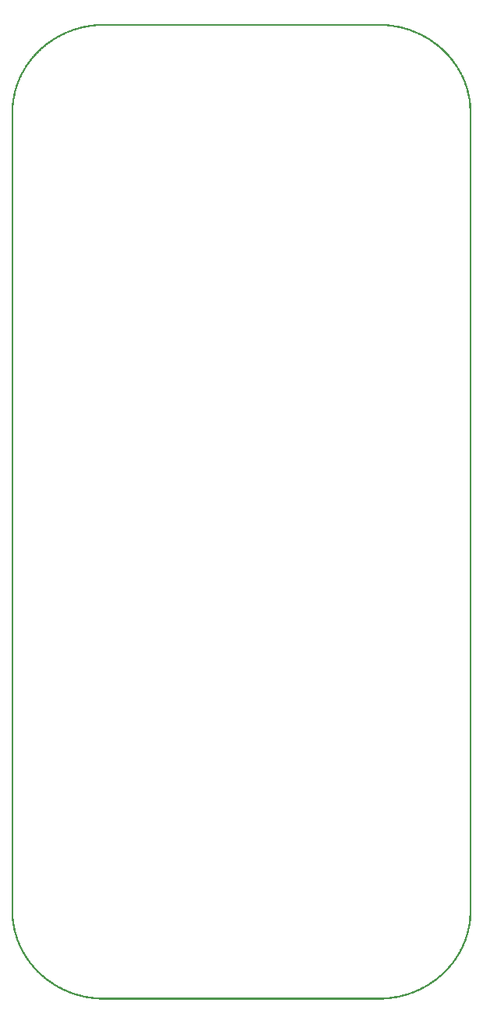
<source format=gbo>
G04 MADE WITH FRITZING*
G04 WWW.FRITZING.ORG*
G04 DOUBLE SIDED*
G04 HOLES PLATED*
G04 CONTOUR ON CENTER OF CONTOUR VECTOR*
%ASAXBY*%
%FSLAX23Y23*%
%MOIN*%
%OFA0B0*%
%SFA1.0B1.0*%
%ADD10R,0.001000X0.001000*%
%LNSILK0*%
G90*
G70*
G54D10*
X376Y4173D02*
X1591Y4173D01*
X361Y4172D02*
X1606Y4172D01*
X351Y4171D02*
X1616Y4171D01*
X342Y4170D02*
X1625Y4170D01*
X335Y4169D02*
X1632Y4169D01*
X329Y4168D02*
X1638Y4168D01*
X323Y4167D02*
X1644Y4167D01*
X317Y4166D02*
X1650Y4166D01*
X313Y4165D02*
X375Y4165D01*
X1592Y4165D02*
X1654Y4165D01*
X308Y4164D02*
X360Y4164D01*
X1607Y4164D02*
X1659Y4164D01*
X303Y4163D02*
X350Y4163D01*
X1617Y4163D02*
X1664Y4163D01*
X299Y4162D02*
X342Y4162D01*
X1625Y4162D02*
X1668Y4162D01*
X295Y4161D02*
X334Y4161D01*
X1633Y4161D02*
X1672Y4161D01*
X291Y4160D02*
X328Y4160D01*
X1639Y4160D02*
X1676Y4160D01*
X287Y4159D02*
X322Y4159D01*
X1645Y4159D02*
X1680Y4159D01*
X284Y4158D02*
X317Y4158D01*
X1650Y4158D02*
X1683Y4158D01*
X280Y4157D02*
X312Y4157D01*
X1655Y4157D02*
X1687Y4157D01*
X277Y4156D02*
X307Y4156D01*
X1660Y4156D02*
X1690Y4156D01*
X274Y4155D02*
X303Y4155D01*
X1664Y4155D02*
X1693Y4155D01*
X271Y4154D02*
X299Y4154D01*
X1668Y4154D02*
X1696Y4154D01*
X268Y4153D02*
X295Y4153D01*
X1672Y4153D02*
X1699Y4153D01*
X265Y4152D02*
X291Y4152D01*
X1676Y4152D02*
X1702Y4152D01*
X262Y4151D02*
X287Y4151D01*
X1680Y4151D02*
X1705Y4151D01*
X259Y4150D02*
X284Y4150D01*
X1683Y4150D02*
X1708Y4150D01*
X256Y4149D02*
X280Y4149D01*
X1687Y4149D02*
X1711Y4149D01*
X253Y4148D02*
X277Y4148D01*
X1690Y4148D02*
X1714Y4148D01*
X251Y4147D02*
X274Y4147D01*
X1693Y4147D02*
X1716Y4147D01*
X248Y4146D02*
X271Y4146D01*
X1696Y4146D02*
X1719Y4146D01*
X245Y4145D02*
X268Y4145D01*
X1699Y4145D02*
X1722Y4145D01*
X243Y4144D02*
X264Y4144D01*
X1703Y4144D02*
X1724Y4144D01*
X240Y4143D02*
X261Y4143D01*
X1706Y4143D02*
X1727Y4143D01*
X238Y4142D02*
X259Y4142D01*
X1708Y4142D02*
X1729Y4142D01*
X236Y4141D02*
X256Y4141D01*
X1711Y4141D02*
X1731Y4141D01*
X233Y4140D02*
X253Y4140D01*
X1714Y4140D02*
X1734Y4140D01*
X231Y4139D02*
X251Y4139D01*
X1716Y4139D02*
X1736Y4139D01*
X229Y4138D02*
X248Y4138D01*
X1719Y4138D02*
X1738Y4138D01*
X226Y4137D02*
X245Y4137D01*
X1722Y4137D02*
X1741Y4137D01*
X224Y4136D02*
X243Y4136D01*
X1724Y4136D02*
X1743Y4136D01*
X222Y4135D02*
X241Y4135D01*
X1726Y4135D02*
X1745Y4135D01*
X220Y4134D02*
X238Y4134D01*
X1729Y4134D02*
X1747Y4134D01*
X218Y4133D02*
X236Y4133D01*
X1731Y4133D02*
X1749Y4133D01*
X216Y4132D02*
X234Y4132D01*
X1733Y4132D02*
X1751Y4132D01*
X214Y4131D02*
X231Y4131D01*
X1736Y4131D02*
X1753Y4131D01*
X212Y4130D02*
X229Y4130D01*
X1738Y4130D02*
X1755Y4130D01*
X210Y4129D02*
X227Y4129D01*
X1740Y4129D02*
X1757Y4129D01*
X208Y4128D02*
X225Y4128D01*
X1742Y4128D02*
X1759Y4128D01*
X206Y4127D02*
X223Y4127D01*
X1744Y4127D02*
X1761Y4127D01*
X204Y4126D02*
X221Y4126D01*
X1746Y4126D02*
X1763Y4126D01*
X202Y4125D02*
X219Y4125D01*
X1748Y4125D02*
X1765Y4125D01*
X200Y4124D02*
X217Y4124D01*
X1750Y4124D02*
X1767Y4124D01*
X199Y4123D02*
X215Y4123D01*
X1752Y4123D02*
X1768Y4123D01*
X197Y4122D02*
X212Y4122D01*
X1755Y4122D02*
X1770Y4122D01*
X195Y4121D02*
X210Y4121D01*
X1757Y4121D02*
X1772Y4121D01*
X193Y4120D02*
X209Y4120D01*
X1758Y4120D02*
X1774Y4120D01*
X191Y4119D02*
X207Y4119D01*
X1760Y4119D02*
X1776Y4119D01*
X190Y4118D02*
X205Y4118D01*
X1762Y4118D02*
X1777Y4118D01*
X188Y4117D02*
X203Y4117D01*
X1764Y4117D02*
X1779Y4117D01*
X186Y4116D02*
X201Y4116D01*
X1766Y4116D02*
X1781Y4116D01*
X185Y4115D02*
X199Y4115D01*
X1768Y4115D02*
X1782Y4115D01*
X183Y4114D02*
X198Y4114D01*
X1769Y4114D02*
X1784Y4114D01*
X182Y4113D02*
X196Y4113D01*
X1771Y4113D02*
X1785Y4113D01*
X180Y4112D02*
X194Y4112D01*
X1773Y4112D02*
X1787Y4112D01*
X178Y4111D02*
X192Y4111D01*
X1775Y4111D02*
X1789Y4111D01*
X177Y4110D02*
X191Y4110D01*
X1776Y4110D02*
X1790Y4110D01*
X175Y4109D02*
X189Y4109D01*
X1778Y4109D02*
X1792Y4109D01*
X173Y4108D02*
X187Y4108D01*
X1780Y4108D02*
X1794Y4108D01*
X172Y4107D02*
X186Y4107D01*
X1781Y4107D02*
X1795Y4107D01*
X171Y4106D02*
X184Y4106D01*
X1783Y4106D02*
X1796Y4106D01*
X169Y4105D02*
X183Y4105D01*
X1784Y4105D02*
X1798Y4105D01*
X168Y4104D02*
X181Y4104D01*
X1786Y4104D02*
X1799Y4104D01*
X166Y4103D02*
X179Y4103D01*
X1788Y4103D02*
X1801Y4103D01*
X165Y4102D02*
X178Y4102D01*
X1789Y4102D02*
X1802Y4102D01*
X163Y4101D02*
X176Y4101D01*
X1791Y4101D02*
X1804Y4101D01*
X162Y4100D02*
X175Y4100D01*
X1792Y4100D02*
X1805Y4100D01*
X160Y4099D02*
X173Y4099D01*
X1794Y4099D02*
X1807Y4099D01*
X159Y4098D02*
X172Y4098D01*
X1795Y4098D02*
X1808Y4098D01*
X157Y4097D02*
X170Y4097D01*
X1797Y4097D02*
X1810Y4097D01*
X156Y4096D02*
X169Y4096D01*
X1798Y4096D02*
X1811Y4096D01*
X155Y4095D02*
X167Y4095D01*
X1800Y4095D02*
X1812Y4095D01*
X153Y4094D02*
X166Y4094D01*
X1801Y4094D02*
X1814Y4094D01*
X152Y4093D02*
X165Y4093D01*
X1802Y4093D02*
X1815Y4093D01*
X151Y4092D02*
X163Y4092D01*
X1804Y4092D02*
X1816Y4092D01*
X149Y4091D02*
X162Y4091D01*
X1805Y4091D02*
X1818Y4091D01*
X148Y4090D02*
X160Y4090D01*
X1807Y4090D02*
X1819Y4090D01*
X147Y4089D02*
X159Y4089D01*
X1808Y4089D02*
X1820Y4089D01*
X145Y4088D02*
X158Y4088D01*
X1809Y4088D02*
X1822Y4088D01*
X144Y4087D02*
X156Y4087D01*
X1811Y4087D02*
X1823Y4087D01*
X143Y4086D02*
X155Y4086D01*
X1812Y4086D02*
X1824Y4086D01*
X142Y4085D02*
X154Y4085D01*
X1813Y4085D02*
X1825Y4085D01*
X141Y4084D02*
X152Y4084D01*
X1815Y4084D02*
X1826Y4084D01*
X139Y4083D02*
X151Y4083D01*
X1816Y4083D02*
X1828Y4083D01*
X138Y4082D02*
X150Y4082D01*
X1817Y4082D02*
X1829Y4082D01*
X137Y4081D02*
X148Y4081D01*
X1819Y4081D02*
X1830Y4081D01*
X136Y4080D02*
X147Y4080D01*
X1820Y4080D02*
X1831Y4080D01*
X134Y4079D02*
X146Y4079D01*
X1821Y4079D02*
X1833Y4079D01*
X133Y4078D02*
X145Y4078D01*
X1822Y4078D02*
X1834Y4078D01*
X132Y4077D02*
X144Y4077D01*
X1823Y4077D02*
X1835Y4077D01*
X131Y4076D02*
X142Y4076D01*
X1825Y4076D02*
X1836Y4076D01*
X130Y4075D02*
X141Y4075D01*
X1826Y4075D02*
X1837Y4075D01*
X129Y4074D02*
X140Y4074D01*
X1827Y4074D02*
X1838Y4074D01*
X127Y4073D02*
X139Y4073D01*
X1828Y4073D02*
X1840Y4073D01*
X126Y4072D02*
X138Y4072D01*
X1829Y4072D02*
X1841Y4072D01*
X125Y4071D02*
X136Y4071D01*
X1831Y4071D02*
X1842Y4071D01*
X124Y4070D02*
X135Y4070D01*
X1832Y4070D02*
X1843Y4070D01*
X123Y4069D02*
X134Y4069D01*
X1833Y4069D02*
X1844Y4069D01*
X122Y4068D02*
X133Y4068D01*
X1834Y4068D02*
X1845Y4068D01*
X121Y4067D02*
X132Y4067D01*
X1835Y4067D02*
X1846Y4067D01*
X120Y4066D02*
X131Y4066D01*
X1836Y4066D02*
X1847Y4066D01*
X119Y4065D02*
X130Y4065D01*
X1837Y4065D02*
X1848Y4065D01*
X118Y4064D02*
X128Y4064D01*
X1839Y4064D02*
X1849Y4064D01*
X116Y4063D02*
X127Y4063D01*
X1840Y4063D02*
X1851Y4063D01*
X115Y4062D02*
X126Y4062D01*
X1841Y4062D02*
X1852Y4062D01*
X114Y4061D02*
X125Y4061D01*
X1842Y4061D02*
X1853Y4061D01*
X113Y4060D02*
X124Y4060D01*
X1843Y4060D02*
X1854Y4060D01*
X112Y4059D02*
X123Y4059D01*
X1844Y4059D02*
X1855Y4059D01*
X111Y4058D02*
X122Y4058D01*
X1845Y4058D02*
X1856Y4058D01*
X110Y4057D02*
X121Y4057D01*
X1846Y4057D02*
X1857Y4057D01*
X109Y4056D02*
X120Y4056D01*
X1847Y4056D02*
X1858Y4056D01*
X108Y4055D02*
X119Y4055D01*
X1848Y4055D02*
X1859Y4055D01*
X107Y4054D02*
X118Y4054D01*
X1849Y4054D02*
X1860Y4054D01*
X106Y4053D02*
X117Y4053D01*
X1850Y4053D02*
X1861Y4053D01*
X105Y4052D02*
X116Y4052D01*
X1851Y4052D02*
X1862Y4052D01*
X104Y4051D02*
X115Y4051D01*
X1852Y4051D02*
X1863Y4051D01*
X103Y4050D02*
X114Y4050D01*
X1853Y4050D02*
X1864Y4050D01*
X103Y4049D02*
X113Y4049D01*
X1854Y4049D02*
X1864Y4049D01*
X102Y4048D02*
X112Y4048D01*
X1855Y4048D02*
X1865Y4048D01*
X101Y4047D02*
X111Y4047D01*
X1856Y4047D02*
X1866Y4047D01*
X100Y4046D02*
X110Y4046D01*
X1857Y4046D02*
X1867Y4046D01*
X99Y4045D02*
X109Y4045D01*
X1858Y4045D02*
X1868Y4045D01*
X98Y4044D02*
X108Y4044D01*
X1859Y4044D02*
X1869Y4044D01*
X97Y4043D02*
X107Y4043D01*
X1860Y4043D02*
X1870Y4043D01*
X96Y4042D02*
X106Y4042D01*
X1861Y4042D02*
X1871Y4042D01*
X95Y4041D02*
X105Y4041D01*
X1862Y4041D02*
X1872Y4041D01*
X94Y4040D02*
X104Y4040D01*
X1863Y4040D02*
X1873Y4040D01*
X93Y4039D02*
X103Y4039D01*
X1864Y4039D02*
X1874Y4039D01*
X93Y4038D02*
X102Y4038D01*
X1865Y4038D02*
X1874Y4038D01*
X92Y4037D02*
X101Y4037D01*
X1866Y4037D02*
X1875Y4037D01*
X91Y4036D02*
X101Y4036D01*
X1866Y4036D02*
X1876Y4036D01*
X90Y4035D02*
X100Y4035D01*
X1867Y4035D02*
X1877Y4035D01*
X89Y4034D02*
X99Y4034D01*
X1868Y4034D02*
X1878Y4034D01*
X88Y4033D02*
X98Y4033D01*
X1869Y4033D02*
X1879Y4033D01*
X87Y4032D02*
X97Y4032D01*
X1870Y4032D02*
X1880Y4032D01*
X87Y4031D02*
X96Y4031D01*
X1871Y4031D02*
X1880Y4031D01*
X86Y4030D02*
X95Y4030D01*
X1872Y4030D02*
X1881Y4030D01*
X85Y4029D02*
X94Y4029D01*
X1873Y4029D02*
X1882Y4029D01*
X84Y4028D02*
X93Y4028D01*
X1874Y4028D02*
X1883Y4028D01*
X83Y4027D02*
X93Y4027D01*
X1874Y4027D02*
X1884Y4027D01*
X83Y4026D02*
X92Y4026D01*
X1875Y4026D02*
X1884Y4026D01*
X82Y4025D02*
X91Y4025D01*
X1876Y4025D02*
X1885Y4025D01*
X81Y4024D02*
X90Y4024D01*
X1877Y4024D02*
X1886Y4024D01*
X80Y4023D02*
X89Y4023D01*
X1878Y4023D02*
X1887Y4023D01*
X79Y4022D02*
X89Y4022D01*
X1878Y4022D02*
X1888Y4022D01*
X78Y4021D02*
X88Y4021D01*
X1879Y4021D02*
X1889Y4021D01*
X78Y4020D02*
X87Y4020D01*
X1880Y4020D02*
X1889Y4020D01*
X77Y4019D02*
X86Y4019D01*
X1881Y4019D02*
X1890Y4019D01*
X76Y4018D02*
X85Y4018D01*
X1882Y4018D02*
X1891Y4018D01*
X75Y4017D02*
X84Y4017D01*
X1883Y4017D02*
X1891Y4017D01*
X75Y4016D02*
X84Y4016D01*
X1883Y4016D02*
X1892Y4016D01*
X74Y4015D02*
X83Y4015D01*
X1884Y4015D02*
X1893Y4015D01*
X73Y4014D02*
X82Y4014D01*
X1885Y4014D02*
X1894Y4014D01*
X73Y4013D02*
X81Y4013D01*
X1886Y4013D02*
X1894Y4013D01*
X72Y4012D02*
X81Y4012D01*
X1886Y4012D02*
X1895Y4012D01*
X71Y4011D02*
X80Y4011D01*
X1887Y4011D02*
X1896Y4011D01*
X70Y4010D02*
X79Y4010D01*
X1888Y4010D02*
X1897Y4010D01*
X70Y4009D02*
X78Y4009D01*
X1889Y4009D02*
X1897Y4009D01*
X69Y4008D02*
X78Y4008D01*
X1889Y4008D02*
X1898Y4008D01*
X68Y4007D02*
X77Y4007D01*
X1890Y4007D02*
X1899Y4007D01*
X67Y4006D02*
X76Y4006D01*
X1891Y4006D02*
X1900Y4006D01*
X67Y4005D02*
X75Y4005D01*
X1892Y4005D02*
X1900Y4005D01*
X66Y4004D02*
X75Y4004D01*
X1892Y4004D02*
X1901Y4004D01*
X65Y4003D02*
X74Y4003D01*
X1893Y4003D02*
X1902Y4003D01*
X65Y4002D02*
X73Y4002D01*
X1894Y4002D02*
X1902Y4002D01*
X64Y4001D02*
X73Y4001D01*
X1894Y4001D02*
X1903Y4001D01*
X63Y4000D02*
X72Y4000D01*
X1895Y4000D02*
X1904Y4000D01*
X63Y3999D02*
X71Y3999D01*
X1896Y3999D02*
X1904Y3999D01*
X62Y3998D02*
X71Y3998D01*
X1896Y3998D02*
X1905Y3998D01*
X61Y3997D02*
X70Y3997D01*
X1897Y3997D02*
X1906Y3997D01*
X61Y3996D02*
X69Y3996D01*
X1898Y3996D02*
X1906Y3996D01*
X60Y3995D02*
X69Y3995D01*
X1898Y3995D02*
X1907Y3995D01*
X59Y3994D02*
X68Y3994D01*
X1899Y3994D02*
X1908Y3994D01*
X59Y3993D02*
X67Y3993D01*
X1900Y3993D02*
X1908Y3993D01*
X58Y3992D02*
X66Y3992D01*
X1901Y3992D02*
X1909Y3992D01*
X57Y3991D02*
X66Y3991D01*
X1901Y3991D02*
X1910Y3991D01*
X57Y3990D02*
X65Y3990D01*
X1902Y3990D02*
X1910Y3990D01*
X56Y3989D02*
X64Y3989D01*
X1903Y3989D02*
X1911Y3989D01*
X56Y3988D02*
X64Y3988D01*
X1903Y3988D02*
X1911Y3988D01*
X55Y3987D02*
X63Y3987D01*
X1904Y3987D02*
X1912Y3987D01*
X54Y3986D02*
X63Y3986D01*
X1904Y3986D02*
X1913Y3986D01*
X54Y3985D02*
X62Y3985D01*
X1905Y3985D02*
X1913Y3985D01*
X53Y3984D02*
X61Y3984D01*
X1906Y3984D02*
X1914Y3984D01*
X53Y3983D02*
X61Y3983D01*
X1906Y3983D02*
X1914Y3983D01*
X52Y3982D02*
X60Y3982D01*
X1907Y3982D02*
X1915Y3982D01*
X51Y3981D02*
X60Y3981D01*
X1907Y3981D02*
X1916Y3981D01*
X51Y3980D02*
X59Y3980D01*
X1908Y3980D02*
X1916Y3980D01*
X50Y3979D02*
X58Y3979D01*
X1909Y3979D02*
X1917Y3979D01*
X50Y3978D02*
X58Y3978D01*
X1909Y3978D02*
X1917Y3978D01*
X49Y3977D02*
X57Y3977D01*
X1910Y3977D02*
X1918Y3977D01*
X48Y3976D02*
X57Y3976D01*
X1910Y3976D02*
X1919Y3976D01*
X48Y3975D02*
X56Y3975D01*
X1911Y3975D02*
X1919Y3975D01*
X47Y3974D02*
X55Y3974D01*
X1912Y3974D02*
X1920Y3974D01*
X47Y3973D02*
X55Y3973D01*
X1912Y3973D02*
X1920Y3973D01*
X46Y3972D02*
X54Y3972D01*
X1913Y3972D02*
X1921Y3972D01*
X46Y3971D02*
X54Y3971D01*
X1913Y3971D02*
X1921Y3971D01*
X45Y3970D02*
X53Y3970D01*
X1914Y3970D02*
X1922Y3970D01*
X45Y3969D02*
X52Y3969D01*
X1915Y3969D02*
X1922Y3969D01*
X44Y3968D02*
X52Y3968D01*
X1915Y3968D02*
X1923Y3968D01*
X43Y3967D02*
X51Y3967D01*
X1916Y3967D02*
X1924Y3967D01*
X43Y3966D02*
X51Y3966D01*
X1916Y3966D02*
X1924Y3966D01*
X42Y3965D02*
X50Y3965D01*
X1917Y3965D02*
X1925Y3965D01*
X42Y3964D02*
X50Y3964D01*
X1917Y3964D02*
X1925Y3964D01*
X41Y3963D02*
X49Y3963D01*
X1918Y3963D02*
X1926Y3963D01*
X41Y3962D02*
X49Y3962D01*
X1918Y3962D02*
X1926Y3962D01*
X40Y3961D02*
X48Y3961D01*
X1919Y3961D02*
X1927Y3961D01*
X40Y3960D02*
X48Y3960D01*
X1919Y3960D02*
X1927Y3960D01*
X39Y3959D02*
X47Y3959D01*
X1920Y3959D02*
X1928Y3959D01*
X39Y3958D02*
X47Y3958D01*
X1920Y3958D02*
X1928Y3958D01*
X38Y3957D02*
X46Y3957D01*
X1921Y3957D02*
X1929Y3957D01*
X38Y3956D02*
X45Y3956D01*
X1922Y3956D02*
X1929Y3956D01*
X37Y3955D02*
X45Y3955D01*
X1922Y3955D02*
X1930Y3955D01*
X37Y3954D02*
X44Y3954D01*
X1923Y3954D02*
X1930Y3954D01*
X36Y3953D02*
X44Y3953D01*
X1923Y3953D02*
X1931Y3953D01*
X36Y3952D02*
X44Y3952D01*
X1923Y3952D02*
X1931Y3952D01*
X35Y3951D02*
X43Y3951D01*
X1924Y3951D02*
X1932Y3951D01*
X35Y3950D02*
X43Y3950D01*
X1924Y3950D02*
X1932Y3950D01*
X34Y3949D02*
X42Y3949D01*
X1925Y3949D02*
X1933Y3949D01*
X34Y3948D02*
X42Y3948D01*
X1925Y3948D02*
X1933Y3948D01*
X34Y3947D02*
X41Y3947D01*
X1926Y3947D02*
X1933Y3947D01*
X33Y3946D02*
X41Y3946D01*
X1926Y3946D02*
X1934Y3946D01*
X33Y3945D02*
X40Y3945D01*
X1927Y3945D02*
X1934Y3945D01*
X32Y3944D02*
X40Y3944D01*
X1927Y3944D02*
X1935Y3944D01*
X32Y3943D02*
X39Y3943D01*
X1928Y3943D02*
X1935Y3943D01*
X31Y3942D02*
X39Y3942D01*
X1928Y3942D02*
X1936Y3942D01*
X31Y3941D02*
X38Y3941D01*
X1929Y3941D02*
X1936Y3941D01*
X30Y3940D02*
X38Y3940D01*
X1929Y3940D02*
X1937Y3940D01*
X30Y3939D02*
X37Y3939D01*
X1930Y3939D02*
X1937Y3939D01*
X30Y3938D02*
X37Y3938D01*
X1930Y3938D02*
X1937Y3938D01*
X29Y3937D02*
X37Y3937D01*
X1930Y3937D02*
X1938Y3937D01*
X29Y3936D02*
X36Y3936D01*
X1931Y3936D02*
X1938Y3936D01*
X28Y3935D02*
X36Y3935D01*
X1931Y3935D02*
X1939Y3935D01*
X28Y3934D02*
X35Y3934D01*
X1932Y3934D02*
X1939Y3934D01*
X27Y3933D02*
X35Y3933D01*
X1932Y3933D02*
X1940Y3933D01*
X27Y3932D02*
X35Y3932D01*
X1932Y3932D02*
X1940Y3932D01*
X27Y3931D02*
X34Y3931D01*
X1933Y3931D02*
X1940Y3931D01*
X26Y3930D02*
X34Y3930D01*
X1933Y3930D02*
X1941Y3930D01*
X26Y3929D02*
X33Y3929D01*
X1934Y3929D02*
X1941Y3929D01*
X25Y3928D02*
X33Y3928D01*
X1934Y3928D02*
X1942Y3928D01*
X25Y3927D02*
X32Y3927D01*
X1935Y3927D02*
X1942Y3927D01*
X25Y3926D02*
X32Y3926D01*
X1935Y3926D02*
X1942Y3926D01*
X24Y3925D02*
X32Y3925D01*
X1935Y3925D02*
X1943Y3925D01*
X24Y3924D02*
X31Y3924D01*
X1936Y3924D02*
X1943Y3924D01*
X23Y3923D02*
X31Y3923D01*
X1936Y3923D02*
X1944Y3923D01*
X23Y3922D02*
X30Y3922D01*
X1937Y3922D02*
X1944Y3922D01*
X23Y3921D02*
X30Y3921D01*
X1937Y3921D02*
X1944Y3921D01*
X22Y3920D02*
X30Y3920D01*
X1937Y3920D02*
X1945Y3920D01*
X22Y3919D02*
X29Y3919D01*
X1938Y3919D02*
X1945Y3919D01*
X22Y3918D02*
X29Y3918D01*
X1938Y3918D02*
X1945Y3918D01*
X21Y3917D02*
X29Y3917D01*
X1938Y3917D02*
X1946Y3917D01*
X21Y3916D02*
X28Y3916D01*
X1939Y3916D02*
X1946Y3916D01*
X21Y3915D02*
X28Y3915D01*
X1939Y3915D02*
X1946Y3915D01*
X20Y3914D02*
X28Y3914D01*
X1939Y3914D02*
X1947Y3914D01*
X20Y3913D02*
X27Y3913D01*
X1940Y3913D02*
X1947Y3913D01*
X20Y3912D02*
X27Y3912D01*
X1940Y3912D02*
X1947Y3912D01*
X19Y3911D02*
X27Y3911D01*
X1940Y3911D02*
X1948Y3911D01*
X19Y3910D02*
X26Y3910D01*
X1941Y3910D02*
X1948Y3910D01*
X18Y3909D02*
X26Y3909D01*
X1941Y3909D02*
X1949Y3909D01*
X18Y3908D02*
X25Y3908D01*
X1942Y3908D02*
X1949Y3908D01*
X18Y3907D02*
X25Y3907D01*
X1942Y3907D02*
X1949Y3907D01*
X17Y3906D02*
X25Y3906D01*
X1942Y3906D02*
X1950Y3906D01*
X17Y3905D02*
X24Y3905D01*
X1943Y3905D02*
X1950Y3905D01*
X17Y3904D02*
X24Y3904D01*
X1943Y3904D02*
X1950Y3904D01*
X17Y3903D02*
X24Y3903D01*
X1943Y3903D02*
X1950Y3903D01*
X16Y3902D02*
X23Y3902D01*
X1944Y3902D02*
X1951Y3902D01*
X16Y3901D02*
X23Y3901D01*
X1944Y3901D02*
X1951Y3901D01*
X16Y3900D02*
X23Y3900D01*
X1944Y3900D02*
X1951Y3900D01*
X15Y3899D02*
X23Y3899D01*
X1944Y3899D02*
X1952Y3899D01*
X15Y3898D02*
X22Y3898D01*
X1945Y3898D02*
X1952Y3898D01*
X15Y3897D02*
X22Y3897D01*
X1945Y3897D02*
X1952Y3897D01*
X14Y3896D02*
X22Y3896D01*
X1945Y3896D02*
X1953Y3896D01*
X14Y3895D02*
X21Y3895D01*
X1946Y3895D02*
X1953Y3895D01*
X14Y3894D02*
X21Y3894D01*
X1946Y3894D02*
X1953Y3894D01*
X14Y3893D02*
X21Y3893D01*
X1946Y3893D02*
X1953Y3893D01*
X13Y3892D02*
X20Y3892D01*
X1947Y3892D02*
X1954Y3892D01*
X13Y3891D02*
X20Y3891D01*
X1947Y3891D02*
X1954Y3891D01*
X13Y3890D02*
X20Y3890D01*
X1947Y3890D02*
X1954Y3890D01*
X12Y3889D02*
X20Y3889D01*
X1947Y3889D02*
X1955Y3889D01*
X12Y3888D02*
X19Y3888D01*
X1948Y3888D02*
X1955Y3888D01*
X12Y3887D02*
X19Y3887D01*
X1948Y3887D02*
X1955Y3887D01*
X12Y3886D02*
X19Y3886D01*
X1948Y3886D02*
X1955Y3886D01*
X11Y3885D02*
X19Y3885D01*
X1948Y3885D02*
X1956Y3885D01*
X11Y3884D02*
X18Y3884D01*
X1949Y3884D02*
X1956Y3884D01*
X11Y3883D02*
X18Y3883D01*
X1949Y3883D02*
X1956Y3883D01*
X11Y3882D02*
X18Y3882D01*
X1949Y3882D02*
X1956Y3882D01*
X10Y3881D02*
X18Y3881D01*
X1949Y3881D02*
X1957Y3881D01*
X10Y3880D02*
X17Y3880D01*
X1950Y3880D02*
X1957Y3880D01*
X10Y3879D02*
X17Y3879D01*
X1950Y3879D02*
X1957Y3879D01*
X10Y3878D02*
X17Y3878D01*
X1950Y3878D02*
X1957Y3878D01*
X9Y3877D02*
X17Y3877D01*
X1950Y3877D02*
X1958Y3877D01*
X9Y3876D02*
X16Y3876D01*
X1951Y3876D02*
X1958Y3876D01*
X9Y3875D02*
X16Y3875D01*
X1951Y3875D02*
X1958Y3875D01*
X9Y3874D02*
X16Y3874D01*
X1951Y3874D02*
X1958Y3874D01*
X9Y3873D02*
X16Y3873D01*
X1951Y3873D02*
X1958Y3873D01*
X8Y3872D02*
X15Y3872D01*
X1952Y3872D02*
X1959Y3872D01*
X8Y3871D02*
X15Y3871D01*
X1952Y3871D02*
X1959Y3871D01*
X8Y3870D02*
X15Y3870D01*
X1952Y3870D02*
X1959Y3870D01*
X8Y3869D02*
X15Y3869D01*
X1952Y3869D02*
X1959Y3869D01*
X7Y3868D02*
X15Y3868D01*
X1952Y3868D02*
X1960Y3868D01*
X7Y3867D02*
X14Y3867D01*
X1953Y3867D02*
X1960Y3867D01*
X7Y3866D02*
X14Y3866D01*
X1953Y3866D02*
X1960Y3866D01*
X7Y3865D02*
X14Y3865D01*
X1953Y3865D02*
X1960Y3865D01*
X7Y3864D02*
X14Y3864D01*
X1953Y3864D02*
X1960Y3864D01*
X6Y3863D02*
X14Y3863D01*
X1953Y3863D02*
X1961Y3863D01*
X6Y3862D02*
X13Y3862D01*
X1954Y3862D02*
X1961Y3862D01*
X6Y3861D02*
X13Y3861D01*
X1954Y3861D02*
X1961Y3861D01*
X6Y3860D02*
X13Y3860D01*
X1954Y3860D02*
X1961Y3860D01*
X6Y3859D02*
X13Y3859D01*
X1954Y3859D02*
X1961Y3859D01*
X6Y3858D02*
X13Y3858D01*
X1954Y3858D02*
X1961Y3858D01*
X5Y3857D02*
X12Y3857D01*
X1955Y3857D02*
X1962Y3857D01*
X5Y3856D02*
X12Y3856D01*
X1955Y3856D02*
X1962Y3856D01*
X5Y3855D02*
X12Y3855D01*
X1955Y3855D02*
X1962Y3855D01*
X5Y3854D02*
X12Y3854D01*
X1955Y3854D02*
X1962Y3854D01*
X5Y3853D02*
X12Y3853D01*
X1955Y3853D02*
X1962Y3853D01*
X5Y3852D02*
X12Y3852D01*
X1955Y3852D02*
X1962Y3852D01*
X4Y3851D02*
X11Y3851D01*
X1956Y3851D02*
X1963Y3851D01*
X4Y3850D02*
X11Y3850D01*
X1956Y3850D02*
X1963Y3850D01*
X4Y3849D02*
X11Y3849D01*
X1956Y3849D02*
X1963Y3849D01*
X4Y3848D02*
X11Y3848D01*
X1956Y3848D02*
X1963Y3848D01*
X4Y3847D02*
X11Y3847D01*
X1956Y3847D02*
X1963Y3847D01*
X4Y3846D02*
X11Y3846D01*
X1956Y3846D02*
X1963Y3846D01*
X4Y3845D02*
X11Y3845D01*
X1956Y3845D02*
X1963Y3845D01*
X3Y3844D02*
X10Y3844D01*
X1957Y3844D02*
X1964Y3844D01*
X3Y3843D02*
X10Y3843D01*
X1957Y3843D02*
X1964Y3843D01*
X3Y3842D02*
X10Y3842D01*
X1957Y3842D02*
X1964Y3842D01*
X3Y3841D02*
X10Y3841D01*
X1957Y3841D02*
X1964Y3841D01*
X3Y3840D02*
X10Y3840D01*
X1957Y3840D02*
X1964Y3840D01*
X3Y3839D02*
X10Y3839D01*
X1957Y3839D02*
X1964Y3839D01*
X3Y3838D02*
X10Y3838D01*
X1957Y3838D02*
X1964Y3838D01*
X2Y3837D02*
X10Y3837D01*
X1957Y3837D02*
X1964Y3837D01*
X2Y3836D02*
X9Y3836D01*
X1958Y3836D02*
X1965Y3836D01*
X2Y3835D02*
X9Y3835D01*
X1958Y3835D02*
X1965Y3835D01*
X2Y3834D02*
X9Y3834D01*
X1958Y3834D02*
X1965Y3834D01*
X2Y3833D02*
X9Y3833D01*
X1958Y3833D02*
X1965Y3833D01*
X2Y3832D02*
X9Y3832D01*
X1958Y3832D02*
X1965Y3832D01*
X2Y3831D02*
X9Y3831D01*
X1958Y3831D02*
X1965Y3831D01*
X2Y3830D02*
X9Y3830D01*
X1958Y3830D02*
X1965Y3830D01*
X2Y3829D02*
X9Y3829D01*
X1958Y3829D02*
X1965Y3829D01*
X2Y3828D02*
X9Y3828D01*
X1958Y3828D02*
X1965Y3828D01*
X1Y3827D02*
X8Y3827D01*
X1959Y3827D02*
X1966Y3827D01*
X1Y3826D02*
X8Y3826D01*
X1959Y3826D02*
X1966Y3826D01*
X1Y3825D02*
X8Y3825D01*
X1959Y3825D02*
X1966Y3825D01*
X1Y3824D02*
X8Y3824D01*
X1959Y3824D02*
X1966Y3824D01*
X1Y3823D02*
X8Y3823D01*
X1959Y3823D02*
X1966Y3823D01*
X1Y3822D02*
X8Y3822D01*
X1959Y3822D02*
X1966Y3822D01*
X1Y3821D02*
X8Y3821D01*
X1959Y3821D02*
X1966Y3821D01*
X1Y3820D02*
X8Y3820D01*
X1959Y3820D02*
X1966Y3820D01*
X1Y3819D02*
X8Y3819D01*
X1959Y3819D02*
X1966Y3819D01*
X1Y3818D02*
X8Y3818D01*
X1959Y3818D02*
X1966Y3818D01*
X1Y3817D02*
X8Y3817D01*
X1959Y3817D02*
X1966Y3817D01*
X1Y3816D02*
X8Y3816D01*
X1959Y3816D02*
X1966Y3816D01*
X1Y3815D02*
X8Y3815D01*
X1959Y3815D02*
X1966Y3815D01*
X1Y3814D02*
X8Y3814D01*
X1959Y3814D02*
X1966Y3814D01*
X0Y3813D02*
X7Y3813D01*
X1960Y3813D02*
X1967Y3813D01*
X0Y3812D02*
X7Y3812D01*
X1960Y3812D02*
X1967Y3812D01*
X0Y3811D02*
X7Y3811D01*
X1960Y3811D02*
X1967Y3811D01*
X0Y3810D02*
X7Y3810D01*
X1960Y3810D02*
X1967Y3810D01*
X0Y3809D02*
X7Y3809D01*
X1960Y3809D02*
X1967Y3809D01*
X0Y3808D02*
X7Y3808D01*
X1960Y3808D02*
X1967Y3808D01*
X0Y3807D02*
X7Y3807D01*
X1960Y3807D02*
X1967Y3807D01*
X0Y3806D02*
X7Y3806D01*
X1960Y3806D02*
X1967Y3806D01*
X0Y3805D02*
X7Y3805D01*
X1960Y3805D02*
X1967Y3805D01*
X0Y3804D02*
X7Y3804D01*
X1960Y3804D02*
X1967Y3804D01*
X0Y3803D02*
X7Y3803D01*
X1960Y3803D02*
X1967Y3803D01*
X0Y3802D02*
X7Y3802D01*
X1960Y3802D02*
X1967Y3802D01*
X0Y3801D02*
X7Y3801D01*
X1960Y3801D02*
X1967Y3801D01*
X0Y3800D02*
X7Y3800D01*
X1960Y3800D02*
X1967Y3800D01*
X0Y3799D02*
X7Y3799D01*
X1960Y3799D02*
X1967Y3799D01*
X0Y3798D02*
X7Y3798D01*
X1960Y3798D02*
X1967Y3798D01*
X0Y3797D02*
X7Y3797D01*
X1960Y3797D02*
X1967Y3797D01*
X0Y3796D02*
X7Y3796D01*
X1960Y3796D02*
X1967Y3796D01*
X0Y3795D02*
X7Y3795D01*
X1960Y3795D02*
X1967Y3795D01*
X0Y3794D02*
X7Y3794D01*
X1960Y3794D02*
X1967Y3794D01*
X0Y3793D02*
X7Y3793D01*
X1960Y3793D02*
X1967Y3793D01*
X0Y3792D02*
X7Y3792D01*
X1960Y3792D02*
X1967Y3792D01*
X0Y3791D02*
X7Y3791D01*
X1960Y3791D02*
X1967Y3791D01*
X0Y3790D02*
X7Y3790D01*
X1960Y3790D02*
X1967Y3790D01*
X0Y3789D02*
X7Y3789D01*
X1960Y3789D02*
X1967Y3789D01*
X0Y3788D02*
X7Y3788D01*
X1960Y3788D02*
X1967Y3788D01*
X0Y3787D02*
X7Y3787D01*
X1960Y3787D02*
X1967Y3787D01*
X0Y3786D02*
X7Y3786D01*
X1960Y3786D02*
X1967Y3786D01*
X0Y3785D02*
X7Y3785D01*
X1960Y3785D02*
X1967Y3785D01*
X0Y3784D02*
X7Y3784D01*
X1960Y3784D02*
X1967Y3784D01*
X0Y3783D02*
X7Y3783D01*
X1960Y3783D02*
X1967Y3783D01*
X0Y3782D02*
X7Y3782D01*
X1960Y3782D02*
X1967Y3782D01*
X0Y3781D02*
X7Y3781D01*
X1960Y3781D02*
X1967Y3781D01*
X0Y3780D02*
X7Y3780D01*
X1960Y3780D02*
X1967Y3780D01*
X0Y3779D02*
X7Y3779D01*
X1960Y3779D02*
X1967Y3779D01*
X0Y3778D02*
X7Y3778D01*
X1960Y3778D02*
X1967Y3778D01*
X0Y3777D02*
X7Y3777D01*
X1960Y3777D02*
X1967Y3777D01*
X0Y3776D02*
X7Y3776D01*
X1960Y3776D02*
X1967Y3776D01*
X0Y3775D02*
X7Y3775D01*
X1960Y3775D02*
X1967Y3775D01*
X0Y3774D02*
X7Y3774D01*
X1960Y3774D02*
X1967Y3774D01*
X0Y3773D02*
X7Y3773D01*
X1960Y3773D02*
X1967Y3773D01*
X0Y3772D02*
X7Y3772D01*
X1960Y3772D02*
X1967Y3772D01*
X0Y3771D02*
X7Y3771D01*
X1960Y3771D02*
X1967Y3771D01*
X0Y3770D02*
X7Y3770D01*
X1960Y3770D02*
X1967Y3770D01*
X0Y3769D02*
X7Y3769D01*
X1960Y3769D02*
X1967Y3769D01*
X0Y3768D02*
X7Y3768D01*
X1960Y3768D02*
X1967Y3768D01*
X0Y3767D02*
X7Y3767D01*
X1960Y3767D02*
X1967Y3767D01*
X0Y3766D02*
X7Y3766D01*
X1960Y3766D02*
X1967Y3766D01*
X0Y3765D02*
X7Y3765D01*
X1960Y3765D02*
X1967Y3765D01*
X0Y3764D02*
X7Y3764D01*
X1960Y3764D02*
X1967Y3764D01*
X0Y3763D02*
X7Y3763D01*
X1960Y3763D02*
X1967Y3763D01*
X0Y3762D02*
X7Y3762D01*
X1960Y3762D02*
X1967Y3762D01*
X0Y3761D02*
X7Y3761D01*
X1960Y3761D02*
X1967Y3761D01*
X0Y3760D02*
X7Y3760D01*
X1960Y3760D02*
X1967Y3760D01*
X0Y3759D02*
X7Y3759D01*
X1960Y3759D02*
X1967Y3759D01*
X0Y3758D02*
X7Y3758D01*
X1960Y3758D02*
X1967Y3758D01*
X0Y3757D02*
X7Y3757D01*
X1960Y3757D02*
X1967Y3757D01*
X0Y3756D02*
X7Y3756D01*
X1960Y3756D02*
X1967Y3756D01*
X0Y3755D02*
X7Y3755D01*
X1960Y3755D02*
X1967Y3755D01*
X0Y3754D02*
X7Y3754D01*
X1960Y3754D02*
X1967Y3754D01*
X0Y3753D02*
X7Y3753D01*
X1960Y3753D02*
X1967Y3753D01*
X0Y3752D02*
X7Y3752D01*
X1960Y3752D02*
X1967Y3752D01*
X0Y3751D02*
X7Y3751D01*
X1960Y3751D02*
X1967Y3751D01*
X0Y3750D02*
X7Y3750D01*
X1960Y3750D02*
X1967Y3750D01*
X0Y3749D02*
X7Y3749D01*
X1960Y3749D02*
X1967Y3749D01*
X0Y3748D02*
X7Y3748D01*
X1960Y3748D02*
X1967Y3748D01*
X0Y3747D02*
X7Y3747D01*
X1960Y3747D02*
X1967Y3747D01*
X0Y3746D02*
X7Y3746D01*
X1960Y3746D02*
X1967Y3746D01*
X0Y3745D02*
X7Y3745D01*
X1960Y3745D02*
X1967Y3745D01*
X0Y3744D02*
X7Y3744D01*
X1960Y3744D02*
X1967Y3744D01*
X0Y3743D02*
X7Y3743D01*
X1960Y3743D02*
X1967Y3743D01*
X0Y3742D02*
X7Y3742D01*
X1960Y3742D02*
X1967Y3742D01*
X0Y3741D02*
X7Y3741D01*
X1960Y3741D02*
X1967Y3741D01*
X0Y3740D02*
X7Y3740D01*
X1960Y3740D02*
X1967Y3740D01*
X0Y3739D02*
X7Y3739D01*
X1960Y3739D02*
X1967Y3739D01*
X0Y3738D02*
X7Y3738D01*
X1960Y3738D02*
X1967Y3738D01*
X0Y3737D02*
X7Y3737D01*
X1960Y3737D02*
X1967Y3737D01*
X0Y3736D02*
X7Y3736D01*
X1960Y3736D02*
X1967Y3736D01*
X0Y3735D02*
X7Y3735D01*
X1960Y3735D02*
X1967Y3735D01*
X0Y3734D02*
X7Y3734D01*
X1960Y3734D02*
X1967Y3734D01*
X0Y3733D02*
X7Y3733D01*
X1960Y3733D02*
X1967Y3733D01*
X0Y3732D02*
X7Y3732D01*
X1960Y3732D02*
X1967Y3732D01*
X0Y3731D02*
X7Y3731D01*
X1960Y3731D02*
X1967Y3731D01*
X0Y3730D02*
X7Y3730D01*
X1960Y3730D02*
X1967Y3730D01*
X0Y3729D02*
X7Y3729D01*
X1960Y3729D02*
X1967Y3729D01*
X0Y3728D02*
X7Y3728D01*
X1960Y3728D02*
X1967Y3728D01*
X0Y3727D02*
X7Y3727D01*
X1960Y3727D02*
X1967Y3727D01*
X0Y3726D02*
X7Y3726D01*
X1960Y3726D02*
X1967Y3726D01*
X0Y3725D02*
X7Y3725D01*
X1960Y3725D02*
X1967Y3725D01*
X0Y3724D02*
X7Y3724D01*
X1960Y3724D02*
X1967Y3724D01*
X0Y3723D02*
X7Y3723D01*
X1960Y3723D02*
X1967Y3723D01*
X0Y3722D02*
X7Y3722D01*
X1960Y3722D02*
X1967Y3722D01*
X0Y3721D02*
X7Y3721D01*
X1960Y3721D02*
X1967Y3721D01*
X0Y3720D02*
X7Y3720D01*
X1960Y3720D02*
X1967Y3720D01*
X0Y3719D02*
X7Y3719D01*
X1960Y3719D02*
X1967Y3719D01*
X0Y3718D02*
X7Y3718D01*
X1960Y3718D02*
X1967Y3718D01*
X0Y3717D02*
X7Y3717D01*
X1960Y3717D02*
X1967Y3717D01*
X0Y3716D02*
X7Y3716D01*
X1960Y3716D02*
X1967Y3716D01*
X0Y3715D02*
X7Y3715D01*
X1960Y3715D02*
X1967Y3715D01*
X0Y3714D02*
X7Y3714D01*
X1960Y3714D02*
X1967Y3714D01*
X0Y3713D02*
X7Y3713D01*
X1960Y3713D02*
X1967Y3713D01*
X0Y3712D02*
X7Y3712D01*
X1960Y3712D02*
X1967Y3712D01*
X0Y3711D02*
X7Y3711D01*
X1960Y3711D02*
X1967Y3711D01*
X0Y3710D02*
X7Y3710D01*
X1960Y3710D02*
X1967Y3710D01*
X0Y3709D02*
X7Y3709D01*
X1960Y3709D02*
X1967Y3709D01*
X0Y3708D02*
X7Y3708D01*
X1960Y3708D02*
X1967Y3708D01*
X0Y3707D02*
X7Y3707D01*
X1960Y3707D02*
X1967Y3707D01*
X0Y3706D02*
X7Y3706D01*
X1960Y3706D02*
X1967Y3706D01*
X0Y3705D02*
X7Y3705D01*
X1960Y3705D02*
X1967Y3705D01*
X0Y3704D02*
X7Y3704D01*
X1960Y3704D02*
X1967Y3704D01*
X0Y3703D02*
X7Y3703D01*
X1960Y3703D02*
X1967Y3703D01*
X0Y3702D02*
X7Y3702D01*
X1960Y3702D02*
X1967Y3702D01*
X0Y3701D02*
X7Y3701D01*
X1960Y3701D02*
X1967Y3701D01*
X0Y3700D02*
X7Y3700D01*
X1960Y3700D02*
X1967Y3700D01*
X0Y3699D02*
X7Y3699D01*
X1960Y3699D02*
X1967Y3699D01*
X0Y3698D02*
X7Y3698D01*
X1960Y3698D02*
X1967Y3698D01*
X0Y3697D02*
X7Y3697D01*
X1960Y3697D02*
X1967Y3697D01*
X0Y3696D02*
X7Y3696D01*
X1960Y3696D02*
X1967Y3696D01*
X0Y3695D02*
X7Y3695D01*
X1960Y3695D02*
X1967Y3695D01*
X0Y3694D02*
X7Y3694D01*
X1960Y3694D02*
X1967Y3694D01*
X0Y3693D02*
X7Y3693D01*
X1960Y3693D02*
X1967Y3693D01*
X0Y3692D02*
X7Y3692D01*
X1960Y3692D02*
X1967Y3692D01*
X0Y3691D02*
X7Y3691D01*
X1960Y3691D02*
X1967Y3691D01*
X0Y3690D02*
X7Y3690D01*
X1960Y3690D02*
X1967Y3690D01*
X0Y3689D02*
X7Y3689D01*
X1960Y3689D02*
X1967Y3689D01*
X0Y3688D02*
X7Y3688D01*
X1960Y3688D02*
X1967Y3688D01*
X0Y3687D02*
X7Y3687D01*
X1960Y3687D02*
X1967Y3687D01*
X0Y3686D02*
X7Y3686D01*
X1960Y3686D02*
X1967Y3686D01*
X0Y3685D02*
X7Y3685D01*
X1960Y3685D02*
X1967Y3685D01*
X0Y3684D02*
X7Y3684D01*
X1960Y3684D02*
X1967Y3684D01*
X0Y3683D02*
X7Y3683D01*
X1960Y3683D02*
X1967Y3683D01*
X0Y3682D02*
X7Y3682D01*
X1960Y3682D02*
X1967Y3682D01*
X0Y3681D02*
X7Y3681D01*
X1960Y3681D02*
X1967Y3681D01*
X0Y3680D02*
X7Y3680D01*
X1960Y3680D02*
X1967Y3680D01*
X0Y3679D02*
X7Y3679D01*
X1960Y3679D02*
X1967Y3679D01*
X0Y3678D02*
X7Y3678D01*
X1960Y3678D02*
X1967Y3678D01*
X0Y3677D02*
X7Y3677D01*
X1960Y3677D02*
X1967Y3677D01*
X0Y3676D02*
X7Y3676D01*
X1960Y3676D02*
X1967Y3676D01*
X0Y3675D02*
X7Y3675D01*
X1960Y3675D02*
X1967Y3675D01*
X0Y3674D02*
X7Y3674D01*
X1960Y3674D02*
X1967Y3674D01*
X0Y3673D02*
X7Y3673D01*
X1960Y3673D02*
X1967Y3673D01*
X0Y3672D02*
X7Y3672D01*
X1960Y3672D02*
X1967Y3672D01*
X0Y3671D02*
X7Y3671D01*
X1960Y3671D02*
X1967Y3671D01*
X0Y3670D02*
X7Y3670D01*
X1960Y3670D02*
X1967Y3670D01*
X0Y3669D02*
X7Y3669D01*
X1960Y3669D02*
X1967Y3669D01*
X0Y3668D02*
X7Y3668D01*
X1960Y3668D02*
X1967Y3668D01*
X0Y3667D02*
X7Y3667D01*
X1960Y3667D02*
X1967Y3667D01*
X0Y3666D02*
X7Y3666D01*
X1960Y3666D02*
X1967Y3666D01*
X0Y3665D02*
X7Y3665D01*
X1960Y3665D02*
X1967Y3665D01*
X0Y3664D02*
X7Y3664D01*
X1960Y3664D02*
X1967Y3664D01*
X0Y3663D02*
X7Y3663D01*
X1960Y3663D02*
X1967Y3663D01*
X0Y3662D02*
X7Y3662D01*
X1960Y3662D02*
X1967Y3662D01*
X0Y3661D02*
X7Y3661D01*
X1960Y3661D02*
X1967Y3661D01*
X0Y3660D02*
X7Y3660D01*
X1960Y3660D02*
X1967Y3660D01*
X0Y3659D02*
X7Y3659D01*
X1960Y3659D02*
X1967Y3659D01*
X0Y3658D02*
X7Y3658D01*
X1960Y3658D02*
X1967Y3658D01*
X0Y3657D02*
X7Y3657D01*
X1960Y3657D02*
X1967Y3657D01*
X0Y3656D02*
X7Y3656D01*
X1960Y3656D02*
X1967Y3656D01*
X0Y3655D02*
X7Y3655D01*
X1960Y3655D02*
X1967Y3655D01*
X0Y3654D02*
X7Y3654D01*
X1960Y3654D02*
X1967Y3654D01*
X0Y3653D02*
X7Y3653D01*
X1960Y3653D02*
X1967Y3653D01*
X0Y3652D02*
X7Y3652D01*
X1960Y3652D02*
X1967Y3652D01*
X0Y3651D02*
X7Y3651D01*
X1960Y3651D02*
X1967Y3651D01*
X0Y3650D02*
X7Y3650D01*
X1960Y3650D02*
X1967Y3650D01*
X0Y3649D02*
X7Y3649D01*
X1960Y3649D02*
X1967Y3649D01*
X0Y3648D02*
X7Y3648D01*
X1960Y3648D02*
X1967Y3648D01*
X0Y3647D02*
X7Y3647D01*
X1960Y3647D02*
X1967Y3647D01*
X0Y3646D02*
X7Y3646D01*
X1960Y3646D02*
X1967Y3646D01*
X0Y3645D02*
X7Y3645D01*
X1960Y3645D02*
X1967Y3645D01*
X0Y3644D02*
X7Y3644D01*
X1960Y3644D02*
X1967Y3644D01*
X0Y3643D02*
X7Y3643D01*
X1960Y3643D02*
X1967Y3643D01*
X0Y3642D02*
X7Y3642D01*
X1960Y3642D02*
X1967Y3642D01*
X0Y3641D02*
X7Y3641D01*
X1960Y3641D02*
X1967Y3641D01*
X0Y3640D02*
X7Y3640D01*
X1960Y3640D02*
X1967Y3640D01*
X0Y3639D02*
X7Y3639D01*
X1960Y3639D02*
X1967Y3639D01*
X0Y3638D02*
X7Y3638D01*
X1960Y3638D02*
X1967Y3638D01*
X0Y3637D02*
X7Y3637D01*
X1960Y3637D02*
X1967Y3637D01*
X0Y3636D02*
X7Y3636D01*
X1960Y3636D02*
X1967Y3636D01*
X0Y3635D02*
X7Y3635D01*
X1960Y3635D02*
X1967Y3635D01*
X0Y3634D02*
X7Y3634D01*
X1960Y3634D02*
X1967Y3634D01*
X0Y3633D02*
X7Y3633D01*
X1960Y3633D02*
X1967Y3633D01*
X0Y3632D02*
X7Y3632D01*
X1960Y3632D02*
X1967Y3632D01*
X0Y3631D02*
X7Y3631D01*
X1960Y3631D02*
X1967Y3631D01*
X0Y3630D02*
X7Y3630D01*
X1960Y3630D02*
X1967Y3630D01*
X0Y3629D02*
X7Y3629D01*
X1960Y3629D02*
X1967Y3629D01*
X0Y3628D02*
X7Y3628D01*
X1960Y3628D02*
X1967Y3628D01*
X0Y3627D02*
X7Y3627D01*
X1960Y3627D02*
X1967Y3627D01*
X0Y3626D02*
X7Y3626D01*
X1960Y3626D02*
X1967Y3626D01*
X0Y3625D02*
X7Y3625D01*
X1960Y3625D02*
X1967Y3625D01*
X0Y3624D02*
X7Y3624D01*
X1960Y3624D02*
X1967Y3624D01*
X0Y3623D02*
X7Y3623D01*
X1960Y3623D02*
X1967Y3623D01*
X0Y3622D02*
X7Y3622D01*
X1960Y3622D02*
X1967Y3622D01*
X0Y3621D02*
X7Y3621D01*
X1960Y3621D02*
X1967Y3621D01*
X0Y3620D02*
X7Y3620D01*
X1960Y3620D02*
X1967Y3620D01*
X0Y3619D02*
X7Y3619D01*
X1960Y3619D02*
X1967Y3619D01*
X0Y3618D02*
X7Y3618D01*
X1960Y3618D02*
X1967Y3618D01*
X0Y3617D02*
X7Y3617D01*
X1960Y3617D02*
X1967Y3617D01*
X0Y3616D02*
X7Y3616D01*
X1960Y3616D02*
X1967Y3616D01*
X0Y3615D02*
X7Y3615D01*
X1960Y3615D02*
X1967Y3615D01*
X0Y3614D02*
X7Y3614D01*
X1960Y3614D02*
X1967Y3614D01*
X0Y3613D02*
X7Y3613D01*
X1960Y3613D02*
X1967Y3613D01*
X0Y3612D02*
X7Y3612D01*
X1960Y3612D02*
X1967Y3612D01*
X0Y3611D02*
X7Y3611D01*
X1960Y3611D02*
X1967Y3611D01*
X0Y3610D02*
X7Y3610D01*
X1960Y3610D02*
X1967Y3610D01*
X0Y3609D02*
X7Y3609D01*
X1960Y3609D02*
X1967Y3609D01*
X0Y3608D02*
X7Y3608D01*
X1960Y3608D02*
X1967Y3608D01*
X0Y3607D02*
X7Y3607D01*
X1960Y3607D02*
X1967Y3607D01*
X0Y3606D02*
X7Y3606D01*
X1960Y3606D02*
X1967Y3606D01*
X0Y3605D02*
X7Y3605D01*
X1960Y3605D02*
X1967Y3605D01*
X0Y3604D02*
X7Y3604D01*
X1960Y3604D02*
X1967Y3604D01*
X0Y3603D02*
X7Y3603D01*
X1960Y3603D02*
X1967Y3603D01*
X0Y3602D02*
X7Y3602D01*
X1960Y3602D02*
X1967Y3602D01*
X0Y3601D02*
X7Y3601D01*
X1960Y3601D02*
X1967Y3601D01*
X0Y3600D02*
X7Y3600D01*
X1960Y3600D02*
X1967Y3600D01*
X0Y3599D02*
X7Y3599D01*
X1960Y3599D02*
X1967Y3599D01*
X0Y3598D02*
X7Y3598D01*
X1960Y3598D02*
X1967Y3598D01*
X0Y3597D02*
X7Y3597D01*
X1960Y3597D02*
X1967Y3597D01*
X0Y3596D02*
X7Y3596D01*
X1960Y3596D02*
X1967Y3596D01*
X0Y3595D02*
X7Y3595D01*
X1960Y3595D02*
X1967Y3595D01*
X0Y3594D02*
X7Y3594D01*
X1960Y3594D02*
X1967Y3594D01*
X0Y3593D02*
X7Y3593D01*
X1960Y3593D02*
X1967Y3593D01*
X0Y3592D02*
X7Y3592D01*
X1960Y3592D02*
X1967Y3592D01*
X0Y3591D02*
X7Y3591D01*
X1960Y3591D02*
X1967Y3591D01*
X0Y3590D02*
X7Y3590D01*
X1960Y3590D02*
X1967Y3590D01*
X0Y3589D02*
X7Y3589D01*
X1960Y3589D02*
X1967Y3589D01*
X0Y3588D02*
X7Y3588D01*
X1960Y3588D02*
X1967Y3588D01*
X0Y3587D02*
X7Y3587D01*
X1960Y3587D02*
X1967Y3587D01*
X0Y3586D02*
X7Y3586D01*
X1960Y3586D02*
X1967Y3586D01*
X0Y3585D02*
X7Y3585D01*
X1960Y3585D02*
X1967Y3585D01*
X0Y3584D02*
X7Y3584D01*
X1960Y3584D02*
X1967Y3584D01*
X0Y3583D02*
X7Y3583D01*
X1960Y3583D02*
X1967Y3583D01*
X0Y3582D02*
X7Y3582D01*
X1960Y3582D02*
X1967Y3582D01*
X0Y3581D02*
X7Y3581D01*
X1960Y3581D02*
X1967Y3581D01*
X0Y3580D02*
X7Y3580D01*
X1960Y3580D02*
X1967Y3580D01*
X0Y3579D02*
X7Y3579D01*
X1960Y3579D02*
X1967Y3579D01*
X0Y3578D02*
X7Y3578D01*
X1960Y3578D02*
X1967Y3578D01*
X0Y3577D02*
X7Y3577D01*
X1960Y3577D02*
X1967Y3577D01*
X0Y3576D02*
X7Y3576D01*
X1960Y3576D02*
X1967Y3576D01*
X0Y3575D02*
X7Y3575D01*
X1960Y3575D02*
X1967Y3575D01*
X0Y3574D02*
X7Y3574D01*
X1960Y3574D02*
X1967Y3574D01*
X0Y3573D02*
X7Y3573D01*
X1960Y3573D02*
X1967Y3573D01*
X0Y3572D02*
X7Y3572D01*
X1960Y3572D02*
X1967Y3572D01*
X0Y3571D02*
X7Y3571D01*
X1960Y3571D02*
X1967Y3571D01*
X0Y3570D02*
X7Y3570D01*
X1960Y3570D02*
X1967Y3570D01*
X0Y3569D02*
X7Y3569D01*
X1960Y3569D02*
X1967Y3569D01*
X0Y3568D02*
X7Y3568D01*
X1960Y3568D02*
X1967Y3568D01*
X0Y3567D02*
X7Y3567D01*
X1960Y3567D02*
X1967Y3567D01*
X0Y3566D02*
X7Y3566D01*
X1960Y3566D02*
X1967Y3566D01*
X0Y3565D02*
X7Y3565D01*
X1960Y3565D02*
X1967Y3565D01*
X0Y3564D02*
X7Y3564D01*
X1960Y3564D02*
X1967Y3564D01*
X0Y3563D02*
X7Y3563D01*
X1960Y3563D02*
X1967Y3563D01*
X0Y3562D02*
X7Y3562D01*
X1960Y3562D02*
X1967Y3562D01*
X0Y3561D02*
X7Y3561D01*
X1960Y3561D02*
X1967Y3561D01*
X0Y3560D02*
X7Y3560D01*
X1960Y3560D02*
X1967Y3560D01*
X0Y3559D02*
X7Y3559D01*
X1960Y3559D02*
X1967Y3559D01*
X0Y3558D02*
X7Y3558D01*
X1960Y3558D02*
X1967Y3558D01*
X0Y3557D02*
X7Y3557D01*
X1960Y3557D02*
X1967Y3557D01*
X0Y3556D02*
X7Y3556D01*
X1960Y3556D02*
X1967Y3556D01*
X0Y3555D02*
X7Y3555D01*
X1960Y3555D02*
X1967Y3555D01*
X0Y3554D02*
X7Y3554D01*
X1960Y3554D02*
X1967Y3554D01*
X0Y3553D02*
X7Y3553D01*
X1960Y3553D02*
X1967Y3553D01*
X0Y3552D02*
X7Y3552D01*
X1960Y3552D02*
X1967Y3552D01*
X0Y3551D02*
X7Y3551D01*
X1960Y3551D02*
X1967Y3551D01*
X0Y3550D02*
X7Y3550D01*
X1960Y3550D02*
X1967Y3550D01*
X0Y3549D02*
X7Y3549D01*
X1960Y3549D02*
X1967Y3549D01*
X0Y3548D02*
X7Y3548D01*
X1960Y3548D02*
X1967Y3548D01*
X0Y3547D02*
X7Y3547D01*
X1960Y3547D02*
X1967Y3547D01*
X0Y3546D02*
X7Y3546D01*
X1960Y3546D02*
X1967Y3546D01*
X0Y3545D02*
X7Y3545D01*
X1960Y3545D02*
X1967Y3545D01*
X0Y3544D02*
X7Y3544D01*
X1960Y3544D02*
X1967Y3544D01*
X0Y3543D02*
X7Y3543D01*
X1960Y3543D02*
X1967Y3543D01*
X0Y3542D02*
X7Y3542D01*
X1960Y3542D02*
X1967Y3542D01*
X0Y3541D02*
X7Y3541D01*
X1960Y3541D02*
X1967Y3541D01*
X0Y3540D02*
X7Y3540D01*
X1960Y3540D02*
X1967Y3540D01*
X0Y3539D02*
X7Y3539D01*
X1960Y3539D02*
X1967Y3539D01*
X0Y3538D02*
X7Y3538D01*
X1960Y3538D02*
X1967Y3538D01*
X0Y3537D02*
X7Y3537D01*
X1960Y3537D02*
X1967Y3537D01*
X0Y3536D02*
X7Y3536D01*
X1960Y3536D02*
X1967Y3536D01*
X0Y3535D02*
X7Y3535D01*
X1960Y3535D02*
X1967Y3535D01*
X0Y3534D02*
X7Y3534D01*
X1960Y3534D02*
X1967Y3534D01*
X0Y3533D02*
X7Y3533D01*
X1960Y3533D02*
X1967Y3533D01*
X0Y3532D02*
X7Y3532D01*
X1960Y3532D02*
X1967Y3532D01*
X0Y3531D02*
X7Y3531D01*
X1960Y3531D02*
X1967Y3531D01*
X0Y3530D02*
X7Y3530D01*
X1960Y3530D02*
X1967Y3530D01*
X0Y3529D02*
X7Y3529D01*
X1960Y3529D02*
X1967Y3529D01*
X0Y3528D02*
X7Y3528D01*
X1960Y3528D02*
X1967Y3528D01*
X0Y3527D02*
X7Y3527D01*
X1960Y3527D02*
X1967Y3527D01*
X0Y3526D02*
X7Y3526D01*
X1960Y3526D02*
X1967Y3526D01*
X0Y3525D02*
X7Y3525D01*
X1960Y3525D02*
X1967Y3525D01*
X0Y3524D02*
X7Y3524D01*
X1960Y3524D02*
X1967Y3524D01*
X0Y3523D02*
X7Y3523D01*
X1960Y3523D02*
X1967Y3523D01*
X0Y3522D02*
X7Y3522D01*
X1960Y3522D02*
X1967Y3522D01*
X0Y3521D02*
X7Y3521D01*
X1960Y3521D02*
X1967Y3521D01*
X0Y3520D02*
X7Y3520D01*
X1960Y3520D02*
X1967Y3520D01*
X0Y3519D02*
X7Y3519D01*
X1960Y3519D02*
X1967Y3519D01*
X0Y3518D02*
X7Y3518D01*
X1960Y3518D02*
X1967Y3518D01*
X0Y3517D02*
X7Y3517D01*
X1960Y3517D02*
X1967Y3517D01*
X0Y3516D02*
X7Y3516D01*
X1960Y3516D02*
X1967Y3516D01*
X0Y3515D02*
X7Y3515D01*
X1960Y3515D02*
X1967Y3515D01*
X0Y3514D02*
X7Y3514D01*
X1960Y3514D02*
X1967Y3514D01*
X0Y3513D02*
X7Y3513D01*
X1960Y3513D02*
X1967Y3513D01*
X0Y3512D02*
X7Y3512D01*
X1960Y3512D02*
X1967Y3512D01*
X0Y3511D02*
X7Y3511D01*
X1960Y3511D02*
X1967Y3511D01*
X0Y3510D02*
X7Y3510D01*
X1960Y3510D02*
X1967Y3510D01*
X0Y3509D02*
X7Y3509D01*
X1960Y3509D02*
X1967Y3509D01*
X0Y3508D02*
X7Y3508D01*
X1960Y3508D02*
X1967Y3508D01*
X0Y3507D02*
X7Y3507D01*
X1960Y3507D02*
X1967Y3507D01*
X0Y3506D02*
X7Y3506D01*
X1960Y3506D02*
X1967Y3506D01*
X0Y3505D02*
X7Y3505D01*
X1960Y3505D02*
X1967Y3505D01*
X0Y3504D02*
X7Y3504D01*
X1960Y3504D02*
X1967Y3504D01*
X0Y3503D02*
X7Y3503D01*
X1960Y3503D02*
X1967Y3503D01*
X0Y3502D02*
X7Y3502D01*
X1960Y3502D02*
X1967Y3502D01*
X0Y3501D02*
X7Y3501D01*
X1960Y3501D02*
X1967Y3501D01*
X0Y3500D02*
X7Y3500D01*
X1960Y3500D02*
X1967Y3500D01*
X0Y3499D02*
X7Y3499D01*
X1960Y3499D02*
X1967Y3499D01*
X0Y3498D02*
X7Y3498D01*
X1960Y3498D02*
X1967Y3498D01*
X0Y3497D02*
X7Y3497D01*
X1960Y3497D02*
X1967Y3497D01*
X0Y3496D02*
X7Y3496D01*
X1960Y3496D02*
X1967Y3496D01*
X0Y3495D02*
X7Y3495D01*
X1960Y3495D02*
X1967Y3495D01*
X0Y3494D02*
X7Y3494D01*
X1960Y3494D02*
X1967Y3494D01*
X0Y3493D02*
X7Y3493D01*
X1960Y3493D02*
X1967Y3493D01*
X0Y3492D02*
X7Y3492D01*
X1960Y3492D02*
X1967Y3492D01*
X0Y3491D02*
X7Y3491D01*
X1960Y3491D02*
X1967Y3491D01*
X0Y3490D02*
X7Y3490D01*
X1960Y3490D02*
X1967Y3490D01*
X0Y3489D02*
X7Y3489D01*
X1960Y3489D02*
X1967Y3489D01*
X0Y3488D02*
X7Y3488D01*
X1960Y3488D02*
X1967Y3488D01*
X0Y3487D02*
X7Y3487D01*
X1960Y3487D02*
X1967Y3487D01*
X0Y3486D02*
X7Y3486D01*
X1960Y3486D02*
X1967Y3486D01*
X0Y3485D02*
X7Y3485D01*
X1960Y3485D02*
X1967Y3485D01*
X0Y3484D02*
X7Y3484D01*
X1960Y3484D02*
X1967Y3484D01*
X0Y3483D02*
X7Y3483D01*
X1960Y3483D02*
X1967Y3483D01*
X0Y3482D02*
X7Y3482D01*
X1960Y3482D02*
X1967Y3482D01*
X0Y3481D02*
X7Y3481D01*
X1960Y3481D02*
X1967Y3481D01*
X0Y3480D02*
X7Y3480D01*
X1960Y3480D02*
X1967Y3480D01*
X0Y3479D02*
X7Y3479D01*
X1960Y3479D02*
X1967Y3479D01*
X0Y3478D02*
X7Y3478D01*
X1960Y3478D02*
X1967Y3478D01*
X0Y3477D02*
X7Y3477D01*
X1960Y3477D02*
X1967Y3477D01*
X0Y3476D02*
X7Y3476D01*
X1960Y3476D02*
X1967Y3476D01*
X0Y3475D02*
X7Y3475D01*
X1960Y3475D02*
X1967Y3475D01*
X0Y3474D02*
X7Y3474D01*
X1960Y3474D02*
X1967Y3474D01*
X0Y3473D02*
X7Y3473D01*
X1960Y3473D02*
X1967Y3473D01*
X0Y3472D02*
X7Y3472D01*
X1960Y3472D02*
X1967Y3472D01*
X0Y3471D02*
X7Y3471D01*
X1960Y3471D02*
X1967Y3471D01*
X0Y3470D02*
X7Y3470D01*
X1960Y3470D02*
X1967Y3470D01*
X0Y3469D02*
X7Y3469D01*
X1960Y3469D02*
X1967Y3469D01*
X0Y3468D02*
X7Y3468D01*
X1960Y3468D02*
X1967Y3468D01*
X0Y3467D02*
X7Y3467D01*
X1960Y3467D02*
X1967Y3467D01*
X0Y3466D02*
X7Y3466D01*
X1960Y3466D02*
X1967Y3466D01*
X0Y3465D02*
X7Y3465D01*
X1960Y3465D02*
X1967Y3465D01*
X0Y3464D02*
X7Y3464D01*
X1960Y3464D02*
X1967Y3464D01*
X0Y3463D02*
X7Y3463D01*
X1960Y3463D02*
X1967Y3463D01*
X0Y3462D02*
X7Y3462D01*
X1960Y3462D02*
X1967Y3462D01*
X0Y3461D02*
X7Y3461D01*
X1960Y3461D02*
X1967Y3461D01*
X0Y3460D02*
X7Y3460D01*
X1960Y3460D02*
X1967Y3460D01*
X0Y3459D02*
X7Y3459D01*
X1960Y3459D02*
X1967Y3459D01*
X0Y3458D02*
X7Y3458D01*
X1960Y3458D02*
X1967Y3458D01*
X0Y3457D02*
X7Y3457D01*
X1960Y3457D02*
X1967Y3457D01*
X0Y3456D02*
X7Y3456D01*
X1960Y3456D02*
X1967Y3456D01*
X0Y3455D02*
X7Y3455D01*
X1960Y3455D02*
X1967Y3455D01*
X0Y3454D02*
X7Y3454D01*
X1960Y3454D02*
X1967Y3454D01*
X0Y3453D02*
X7Y3453D01*
X1960Y3453D02*
X1967Y3453D01*
X0Y3452D02*
X7Y3452D01*
X1960Y3452D02*
X1967Y3452D01*
X0Y3451D02*
X7Y3451D01*
X1960Y3451D02*
X1967Y3451D01*
X0Y3450D02*
X7Y3450D01*
X1960Y3450D02*
X1967Y3450D01*
X0Y3449D02*
X7Y3449D01*
X1960Y3449D02*
X1967Y3449D01*
X0Y3448D02*
X7Y3448D01*
X1960Y3448D02*
X1967Y3448D01*
X0Y3447D02*
X7Y3447D01*
X1960Y3447D02*
X1967Y3447D01*
X0Y3446D02*
X7Y3446D01*
X1960Y3446D02*
X1967Y3446D01*
X0Y3445D02*
X7Y3445D01*
X1960Y3445D02*
X1967Y3445D01*
X0Y3444D02*
X7Y3444D01*
X1960Y3444D02*
X1967Y3444D01*
X0Y3443D02*
X7Y3443D01*
X1960Y3443D02*
X1967Y3443D01*
X0Y3442D02*
X7Y3442D01*
X1960Y3442D02*
X1967Y3442D01*
X0Y3441D02*
X7Y3441D01*
X1960Y3441D02*
X1967Y3441D01*
X0Y3440D02*
X7Y3440D01*
X1960Y3440D02*
X1967Y3440D01*
X0Y3439D02*
X7Y3439D01*
X1960Y3439D02*
X1967Y3439D01*
X0Y3438D02*
X7Y3438D01*
X1960Y3438D02*
X1967Y3438D01*
X0Y3437D02*
X7Y3437D01*
X1960Y3437D02*
X1967Y3437D01*
X0Y3436D02*
X7Y3436D01*
X1960Y3436D02*
X1967Y3436D01*
X0Y3435D02*
X7Y3435D01*
X1960Y3435D02*
X1967Y3435D01*
X0Y3434D02*
X7Y3434D01*
X1960Y3434D02*
X1967Y3434D01*
X0Y3433D02*
X7Y3433D01*
X1960Y3433D02*
X1967Y3433D01*
X0Y3432D02*
X7Y3432D01*
X1960Y3432D02*
X1967Y3432D01*
X0Y3431D02*
X7Y3431D01*
X1960Y3431D02*
X1967Y3431D01*
X0Y3430D02*
X7Y3430D01*
X1960Y3430D02*
X1967Y3430D01*
X0Y3429D02*
X7Y3429D01*
X1960Y3429D02*
X1967Y3429D01*
X0Y3428D02*
X7Y3428D01*
X1960Y3428D02*
X1967Y3428D01*
X0Y3427D02*
X7Y3427D01*
X1960Y3427D02*
X1967Y3427D01*
X0Y3426D02*
X7Y3426D01*
X1960Y3426D02*
X1967Y3426D01*
X0Y3425D02*
X7Y3425D01*
X1960Y3425D02*
X1967Y3425D01*
X0Y3424D02*
X7Y3424D01*
X1960Y3424D02*
X1967Y3424D01*
X0Y3423D02*
X7Y3423D01*
X1960Y3423D02*
X1967Y3423D01*
X0Y3422D02*
X7Y3422D01*
X1960Y3422D02*
X1967Y3422D01*
X0Y3421D02*
X7Y3421D01*
X1960Y3421D02*
X1967Y3421D01*
X0Y3420D02*
X7Y3420D01*
X1960Y3420D02*
X1967Y3420D01*
X0Y3419D02*
X7Y3419D01*
X1960Y3419D02*
X1967Y3419D01*
X0Y3418D02*
X7Y3418D01*
X1960Y3418D02*
X1967Y3418D01*
X0Y3417D02*
X7Y3417D01*
X1960Y3417D02*
X1967Y3417D01*
X0Y3416D02*
X7Y3416D01*
X1960Y3416D02*
X1967Y3416D01*
X0Y3415D02*
X7Y3415D01*
X1960Y3415D02*
X1967Y3415D01*
X0Y3414D02*
X7Y3414D01*
X1960Y3414D02*
X1967Y3414D01*
X0Y3413D02*
X7Y3413D01*
X1960Y3413D02*
X1967Y3413D01*
X0Y3412D02*
X7Y3412D01*
X1960Y3412D02*
X1967Y3412D01*
X0Y3411D02*
X7Y3411D01*
X1960Y3411D02*
X1967Y3411D01*
X0Y3410D02*
X7Y3410D01*
X1960Y3410D02*
X1967Y3410D01*
X0Y3409D02*
X7Y3409D01*
X1960Y3409D02*
X1967Y3409D01*
X0Y3408D02*
X7Y3408D01*
X1960Y3408D02*
X1967Y3408D01*
X0Y3407D02*
X7Y3407D01*
X1960Y3407D02*
X1967Y3407D01*
X0Y3406D02*
X7Y3406D01*
X1960Y3406D02*
X1967Y3406D01*
X0Y3405D02*
X7Y3405D01*
X1960Y3405D02*
X1967Y3405D01*
X0Y3404D02*
X7Y3404D01*
X1960Y3404D02*
X1967Y3404D01*
X0Y3403D02*
X7Y3403D01*
X1960Y3403D02*
X1967Y3403D01*
X0Y3402D02*
X7Y3402D01*
X1960Y3402D02*
X1967Y3402D01*
X0Y3401D02*
X7Y3401D01*
X1960Y3401D02*
X1967Y3401D01*
X0Y3400D02*
X7Y3400D01*
X1960Y3400D02*
X1967Y3400D01*
X0Y3399D02*
X7Y3399D01*
X1960Y3399D02*
X1967Y3399D01*
X0Y3398D02*
X7Y3398D01*
X1960Y3398D02*
X1967Y3398D01*
X0Y3397D02*
X7Y3397D01*
X1960Y3397D02*
X1967Y3397D01*
X0Y3396D02*
X7Y3396D01*
X1960Y3396D02*
X1967Y3396D01*
X0Y3395D02*
X7Y3395D01*
X1960Y3395D02*
X1967Y3395D01*
X0Y3394D02*
X7Y3394D01*
X1960Y3394D02*
X1967Y3394D01*
X0Y3393D02*
X7Y3393D01*
X1960Y3393D02*
X1967Y3393D01*
X0Y3392D02*
X7Y3392D01*
X1960Y3392D02*
X1967Y3392D01*
X0Y3391D02*
X7Y3391D01*
X1960Y3391D02*
X1967Y3391D01*
X0Y3390D02*
X7Y3390D01*
X1960Y3390D02*
X1967Y3390D01*
X0Y3389D02*
X7Y3389D01*
X1960Y3389D02*
X1967Y3389D01*
X0Y3388D02*
X7Y3388D01*
X1960Y3388D02*
X1967Y3388D01*
X0Y3387D02*
X7Y3387D01*
X1960Y3387D02*
X1967Y3387D01*
X0Y3386D02*
X7Y3386D01*
X1960Y3386D02*
X1967Y3386D01*
X0Y3385D02*
X7Y3385D01*
X1960Y3385D02*
X1967Y3385D01*
X0Y3384D02*
X7Y3384D01*
X1960Y3384D02*
X1967Y3384D01*
X0Y3383D02*
X7Y3383D01*
X1960Y3383D02*
X1967Y3383D01*
X0Y3382D02*
X7Y3382D01*
X1960Y3382D02*
X1967Y3382D01*
X0Y3381D02*
X7Y3381D01*
X1960Y3381D02*
X1967Y3381D01*
X0Y3380D02*
X7Y3380D01*
X1960Y3380D02*
X1967Y3380D01*
X0Y3379D02*
X7Y3379D01*
X1960Y3379D02*
X1967Y3379D01*
X0Y3378D02*
X7Y3378D01*
X1960Y3378D02*
X1967Y3378D01*
X0Y3377D02*
X7Y3377D01*
X1960Y3377D02*
X1967Y3377D01*
X0Y3376D02*
X7Y3376D01*
X1960Y3376D02*
X1967Y3376D01*
X0Y3375D02*
X7Y3375D01*
X1960Y3375D02*
X1967Y3375D01*
X0Y3374D02*
X7Y3374D01*
X1960Y3374D02*
X1967Y3374D01*
X0Y3373D02*
X7Y3373D01*
X1960Y3373D02*
X1967Y3373D01*
X0Y3372D02*
X7Y3372D01*
X1960Y3372D02*
X1967Y3372D01*
X0Y3371D02*
X7Y3371D01*
X1960Y3371D02*
X1967Y3371D01*
X0Y3370D02*
X7Y3370D01*
X1960Y3370D02*
X1967Y3370D01*
X0Y3369D02*
X7Y3369D01*
X1960Y3369D02*
X1967Y3369D01*
X0Y3368D02*
X7Y3368D01*
X1960Y3368D02*
X1967Y3368D01*
X0Y3367D02*
X7Y3367D01*
X1960Y3367D02*
X1967Y3367D01*
X0Y3366D02*
X7Y3366D01*
X1960Y3366D02*
X1967Y3366D01*
X0Y3365D02*
X7Y3365D01*
X1960Y3365D02*
X1967Y3365D01*
X0Y3364D02*
X7Y3364D01*
X1960Y3364D02*
X1967Y3364D01*
X0Y3363D02*
X7Y3363D01*
X1960Y3363D02*
X1967Y3363D01*
X0Y3362D02*
X7Y3362D01*
X1960Y3362D02*
X1967Y3362D01*
X0Y3361D02*
X7Y3361D01*
X1960Y3361D02*
X1967Y3361D01*
X0Y3360D02*
X7Y3360D01*
X1960Y3360D02*
X1967Y3360D01*
X0Y3359D02*
X7Y3359D01*
X1960Y3359D02*
X1967Y3359D01*
X0Y3358D02*
X7Y3358D01*
X1960Y3358D02*
X1967Y3358D01*
X0Y3357D02*
X7Y3357D01*
X1960Y3357D02*
X1967Y3357D01*
X0Y3356D02*
X7Y3356D01*
X1960Y3356D02*
X1967Y3356D01*
X0Y3355D02*
X7Y3355D01*
X1960Y3355D02*
X1967Y3355D01*
X0Y3354D02*
X7Y3354D01*
X1960Y3354D02*
X1967Y3354D01*
X0Y3353D02*
X7Y3353D01*
X1960Y3353D02*
X1967Y3353D01*
X0Y3352D02*
X7Y3352D01*
X1960Y3352D02*
X1967Y3352D01*
X0Y3351D02*
X7Y3351D01*
X1960Y3351D02*
X1967Y3351D01*
X0Y3350D02*
X7Y3350D01*
X1960Y3350D02*
X1967Y3350D01*
X0Y3349D02*
X7Y3349D01*
X1960Y3349D02*
X1967Y3349D01*
X0Y3348D02*
X7Y3348D01*
X1960Y3348D02*
X1967Y3348D01*
X0Y3347D02*
X7Y3347D01*
X1960Y3347D02*
X1967Y3347D01*
X0Y3346D02*
X7Y3346D01*
X1960Y3346D02*
X1967Y3346D01*
X0Y3345D02*
X7Y3345D01*
X1960Y3345D02*
X1967Y3345D01*
X0Y3344D02*
X7Y3344D01*
X1960Y3344D02*
X1967Y3344D01*
X0Y3343D02*
X7Y3343D01*
X1960Y3343D02*
X1967Y3343D01*
X0Y3342D02*
X7Y3342D01*
X1960Y3342D02*
X1967Y3342D01*
X0Y3341D02*
X7Y3341D01*
X1960Y3341D02*
X1967Y3341D01*
X0Y3340D02*
X7Y3340D01*
X1960Y3340D02*
X1967Y3340D01*
X0Y3339D02*
X7Y3339D01*
X1960Y3339D02*
X1967Y3339D01*
X0Y3338D02*
X7Y3338D01*
X1960Y3338D02*
X1967Y3338D01*
X0Y3337D02*
X7Y3337D01*
X1960Y3337D02*
X1967Y3337D01*
X0Y3336D02*
X7Y3336D01*
X1960Y3336D02*
X1967Y3336D01*
X0Y3335D02*
X7Y3335D01*
X1960Y3335D02*
X1967Y3335D01*
X0Y3334D02*
X7Y3334D01*
X1960Y3334D02*
X1967Y3334D01*
X0Y3333D02*
X7Y3333D01*
X1960Y3333D02*
X1967Y3333D01*
X0Y3332D02*
X7Y3332D01*
X1960Y3332D02*
X1967Y3332D01*
X0Y3331D02*
X7Y3331D01*
X1960Y3331D02*
X1967Y3331D01*
X0Y3330D02*
X7Y3330D01*
X1960Y3330D02*
X1967Y3330D01*
X0Y3329D02*
X7Y3329D01*
X1960Y3329D02*
X1967Y3329D01*
X0Y3328D02*
X7Y3328D01*
X1960Y3328D02*
X1967Y3328D01*
X0Y3327D02*
X7Y3327D01*
X1960Y3327D02*
X1967Y3327D01*
X0Y3326D02*
X7Y3326D01*
X1960Y3326D02*
X1967Y3326D01*
X0Y3325D02*
X7Y3325D01*
X1960Y3325D02*
X1967Y3325D01*
X0Y3324D02*
X7Y3324D01*
X1960Y3324D02*
X1967Y3324D01*
X0Y3323D02*
X7Y3323D01*
X1960Y3323D02*
X1967Y3323D01*
X0Y3322D02*
X7Y3322D01*
X1960Y3322D02*
X1967Y3322D01*
X0Y3321D02*
X7Y3321D01*
X1960Y3321D02*
X1967Y3321D01*
X0Y3320D02*
X7Y3320D01*
X1960Y3320D02*
X1967Y3320D01*
X0Y3319D02*
X7Y3319D01*
X1960Y3319D02*
X1967Y3319D01*
X0Y3318D02*
X7Y3318D01*
X1960Y3318D02*
X1967Y3318D01*
X0Y3317D02*
X7Y3317D01*
X1960Y3317D02*
X1967Y3317D01*
X0Y3316D02*
X7Y3316D01*
X1960Y3316D02*
X1967Y3316D01*
X0Y3315D02*
X7Y3315D01*
X1960Y3315D02*
X1967Y3315D01*
X0Y3314D02*
X7Y3314D01*
X1960Y3314D02*
X1967Y3314D01*
X0Y3313D02*
X7Y3313D01*
X1960Y3313D02*
X1967Y3313D01*
X0Y3312D02*
X7Y3312D01*
X1960Y3312D02*
X1967Y3312D01*
X0Y3311D02*
X7Y3311D01*
X1960Y3311D02*
X1967Y3311D01*
X0Y3310D02*
X7Y3310D01*
X1960Y3310D02*
X1967Y3310D01*
X0Y3309D02*
X7Y3309D01*
X1960Y3309D02*
X1967Y3309D01*
X0Y3308D02*
X7Y3308D01*
X1960Y3308D02*
X1967Y3308D01*
X0Y3307D02*
X7Y3307D01*
X1960Y3307D02*
X1967Y3307D01*
X0Y3306D02*
X7Y3306D01*
X1960Y3306D02*
X1967Y3306D01*
X0Y3305D02*
X7Y3305D01*
X1960Y3305D02*
X1967Y3305D01*
X0Y3304D02*
X7Y3304D01*
X1960Y3304D02*
X1967Y3304D01*
X0Y3303D02*
X7Y3303D01*
X1960Y3303D02*
X1967Y3303D01*
X0Y3302D02*
X7Y3302D01*
X1960Y3302D02*
X1967Y3302D01*
X0Y3301D02*
X7Y3301D01*
X1960Y3301D02*
X1967Y3301D01*
X0Y3300D02*
X7Y3300D01*
X1960Y3300D02*
X1967Y3300D01*
X0Y3299D02*
X7Y3299D01*
X1960Y3299D02*
X1967Y3299D01*
X0Y3298D02*
X7Y3298D01*
X1960Y3298D02*
X1967Y3298D01*
X0Y3297D02*
X7Y3297D01*
X1960Y3297D02*
X1967Y3297D01*
X0Y3296D02*
X7Y3296D01*
X1960Y3296D02*
X1967Y3296D01*
X0Y3295D02*
X7Y3295D01*
X1960Y3295D02*
X1967Y3295D01*
X0Y3294D02*
X7Y3294D01*
X1960Y3294D02*
X1967Y3294D01*
X0Y3293D02*
X7Y3293D01*
X1960Y3293D02*
X1967Y3293D01*
X0Y3292D02*
X7Y3292D01*
X1960Y3292D02*
X1967Y3292D01*
X0Y3291D02*
X7Y3291D01*
X1960Y3291D02*
X1967Y3291D01*
X0Y3290D02*
X7Y3290D01*
X1960Y3290D02*
X1967Y3290D01*
X0Y3289D02*
X7Y3289D01*
X1960Y3289D02*
X1967Y3289D01*
X0Y3288D02*
X7Y3288D01*
X1960Y3288D02*
X1967Y3288D01*
X0Y3287D02*
X7Y3287D01*
X1960Y3287D02*
X1967Y3287D01*
X0Y3286D02*
X7Y3286D01*
X1960Y3286D02*
X1967Y3286D01*
X0Y3285D02*
X7Y3285D01*
X1960Y3285D02*
X1967Y3285D01*
X0Y3284D02*
X7Y3284D01*
X1960Y3284D02*
X1967Y3284D01*
X0Y3283D02*
X7Y3283D01*
X1960Y3283D02*
X1967Y3283D01*
X0Y3282D02*
X7Y3282D01*
X1960Y3282D02*
X1967Y3282D01*
X0Y3281D02*
X7Y3281D01*
X1960Y3281D02*
X1967Y3281D01*
X0Y3280D02*
X7Y3280D01*
X1960Y3280D02*
X1967Y3280D01*
X0Y3279D02*
X7Y3279D01*
X1960Y3279D02*
X1967Y3279D01*
X0Y3278D02*
X7Y3278D01*
X1960Y3278D02*
X1967Y3278D01*
X0Y3277D02*
X7Y3277D01*
X1960Y3277D02*
X1967Y3277D01*
X0Y3276D02*
X7Y3276D01*
X1960Y3276D02*
X1967Y3276D01*
X0Y3275D02*
X7Y3275D01*
X1960Y3275D02*
X1967Y3275D01*
X0Y3274D02*
X7Y3274D01*
X1960Y3274D02*
X1967Y3274D01*
X0Y3273D02*
X7Y3273D01*
X1960Y3273D02*
X1967Y3273D01*
X0Y3272D02*
X7Y3272D01*
X1960Y3272D02*
X1967Y3272D01*
X0Y3271D02*
X7Y3271D01*
X1960Y3271D02*
X1967Y3271D01*
X0Y3270D02*
X7Y3270D01*
X1960Y3270D02*
X1967Y3270D01*
X0Y3269D02*
X7Y3269D01*
X1960Y3269D02*
X1967Y3269D01*
X0Y3268D02*
X7Y3268D01*
X1960Y3268D02*
X1967Y3268D01*
X0Y3267D02*
X7Y3267D01*
X1960Y3267D02*
X1967Y3267D01*
X0Y3266D02*
X7Y3266D01*
X1960Y3266D02*
X1967Y3266D01*
X0Y3265D02*
X7Y3265D01*
X1960Y3265D02*
X1967Y3265D01*
X0Y3264D02*
X7Y3264D01*
X1960Y3264D02*
X1967Y3264D01*
X0Y3263D02*
X7Y3263D01*
X1960Y3263D02*
X1967Y3263D01*
X0Y3262D02*
X7Y3262D01*
X1960Y3262D02*
X1967Y3262D01*
X0Y3261D02*
X7Y3261D01*
X1960Y3261D02*
X1967Y3261D01*
X0Y3260D02*
X7Y3260D01*
X1960Y3260D02*
X1967Y3260D01*
X0Y3259D02*
X7Y3259D01*
X1960Y3259D02*
X1967Y3259D01*
X0Y3258D02*
X7Y3258D01*
X1960Y3258D02*
X1967Y3258D01*
X0Y3257D02*
X7Y3257D01*
X1960Y3257D02*
X1967Y3257D01*
X0Y3256D02*
X7Y3256D01*
X1960Y3256D02*
X1967Y3256D01*
X0Y3255D02*
X7Y3255D01*
X1960Y3255D02*
X1967Y3255D01*
X0Y3254D02*
X7Y3254D01*
X1960Y3254D02*
X1967Y3254D01*
X0Y3253D02*
X7Y3253D01*
X1960Y3253D02*
X1967Y3253D01*
X0Y3252D02*
X7Y3252D01*
X1960Y3252D02*
X1967Y3252D01*
X0Y3251D02*
X7Y3251D01*
X1960Y3251D02*
X1967Y3251D01*
X0Y3250D02*
X7Y3250D01*
X1960Y3250D02*
X1967Y3250D01*
X0Y3249D02*
X7Y3249D01*
X1960Y3249D02*
X1967Y3249D01*
X0Y3248D02*
X7Y3248D01*
X1960Y3248D02*
X1967Y3248D01*
X0Y3247D02*
X7Y3247D01*
X1960Y3247D02*
X1967Y3247D01*
X0Y3246D02*
X7Y3246D01*
X1960Y3246D02*
X1967Y3246D01*
X0Y3245D02*
X7Y3245D01*
X1960Y3245D02*
X1967Y3245D01*
X0Y3244D02*
X7Y3244D01*
X1960Y3244D02*
X1967Y3244D01*
X0Y3243D02*
X7Y3243D01*
X1960Y3243D02*
X1967Y3243D01*
X0Y3242D02*
X7Y3242D01*
X1960Y3242D02*
X1967Y3242D01*
X0Y3241D02*
X7Y3241D01*
X1960Y3241D02*
X1967Y3241D01*
X0Y3240D02*
X7Y3240D01*
X1960Y3240D02*
X1967Y3240D01*
X0Y3239D02*
X7Y3239D01*
X1960Y3239D02*
X1967Y3239D01*
X0Y3238D02*
X7Y3238D01*
X1960Y3238D02*
X1967Y3238D01*
X0Y3237D02*
X7Y3237D01*
X1960Y3237D02*
X1967Y3237D01*
X0Y3236D02*
X7Y3236D01*
X1960Y3236D02*
X1967Y3236D01*
X0Y3235D02*
X7Y3235D01*
X1960Y3235D02*
X1967Y3235D01*
X0Y3234D02*
X7Y3234D01*
X1960Y3234D02*
X1967Y3234D01*
X0Y3233D02*
X7Y3233D01*
X1960Y3233D02*
X1967Y3233D01*
X0Y3232D02*
X7Y3232D01*
X1960Y3232D02*
X1967Y3232D01*
X0Y3231D02*
X7Y3231D01*
X1960Y3231D02*
X1967Y3231D01*
X0Y3230D02*
X7Y3230D01*
X1960Y3230D02*
X1967Y3230D01*
X0Y3229D02*
X7Y3229D01*
X1960Y3229D02*
X1967Y3229D01*
X0Y3228D02*
X7Y3228D01*
X1960Y3228D02*
X1967Y3228D01*
X0Y3227D02*
X7Y3227D01*
X1960Y3227D02*
X1967Y3227D01*
X0Y3226D02*
X7Y3226D01*
X1960Y3226D02*
X1967Y3226D01*
X0Y3225D02*
X7Y3225D01*
X1960Y3225D02*
X1967Y3225D01*
X0Y3224D02*
X7Y3224D01*
X1960Y3224D02*
X1967Y3224D01*
X0Y3223D02*
X7Y3223D01*
X1960Y3223D02*
X1967Y3223D01*
X0Y3222D02*
X7Y3222D01*
X1960Y3222D02*
X1967Y3222D01*
X0Y3221D02*
X7Y3221D01*
X1960Y3221D02*
X1967Y3221D01*
X0Y3220D02*
X7Y3220D01*
X1960Y3220D02*
X1967Y3220D01*
X0Y3219D02*
X7Y3219D01*
X1960Y3219D02*
X1967Y3219D01*
X0Y3218D02*
X7Y3218D01*
X1960Y3218D02*
X1967Y3218D01*
X0Y3217D02*
X7Y3217D01*
X1960Y3217D02*
X1967Y3217D01*
X0Y3216D02*
X7Y3216D01*
X1960Y3216D02*
X1967Y3216D01*
X0Y3215D02*
X7Y3215D01*
X1960Y3215D02*
X1967Y3215D01*
X0Y3214D02*
X7Y3214D01*
X1960Y3214D02*
X1967Y3214D01*
X0Y3213D02*
X7Y3213D01*
X1960Y3213D02*
X1967Y3213D01*
X0Y3212D02*
X7Y3212D01*
X1960Y3212D02*
X1967Y3212D01*
X0Y3211D02*
X7Y3211D01*
X1960Y3211D02*
X1967Y3211D01*
X0Y3210D02*
X7Y3210D01*
X1960Y3210D02*
X1967Y3210D01*
X0Y3209D02*
X7Y3209D01*
X1960Y3209D02*
X1967Y3209D01*
X0Y3208D02*
X7Y3208D01*
X1960Y3208D02*
X1967Y3208D01*
X0Y3207D02*
X7Y3207D01*
X1960Y3207D02*
X1967Y3207D01*
X0Y3206D02*
X7Y3206D01*
X1960Y3206D02*
X1967Y3206D01*
X0Y3205D02*
X7Y3205D01*
X1960Y3205D02*
X1967Y3205D01*
X0Y3204D02*
X7Y3204D01*
X1960Y3204D02*
X1967Y3204D01*
X0Y3203D02*
X7Y3203D01*
X1960Y3203D02*
X1967Y3203D01*
X0Y3202D02*
X7Y3202D01*
X1960Y3202D02*
X1967Y3202D01*
X0Y3201D02*
X7Y3201D01*
X1960Y3201D02*
X1967Y3201D01*
X0Y3200D02*
X7Y3200D01*
X1960Y3200D02*
X1967Y3200D01*
X0Y3199D02*
X7Y3199D01*
X1960Y3199D02*
X1967Y3199D01*
X0Y3198D02*
X7Y3198D01*
X1960Y3198D02*
X1967Y3198D01*
X0Y3197D02*
X7Y3197D01*
X1960Y3197D02*
X1967Y3197D01*
X0Y3196D02*
X7Y3196D01*
X1960Y3196D02*
X1967Y3196D01*
X0Y3195D02*
X7Y3195D01*
X1960Y3195D02*
X1967Y3195D01*
X0Y3194D02*
X7Y3194D01*
X1960Y3194D02*
X1967Y3194D01*
X0Y3193D02*
X7Y3193D01*
X1960Y3193D02*
X1967Y3193D01*
X0Y3192D02*
X7Y3192D01*
X1960Y3192D02*
X1967Y3192D01*
X0Y3191D02*
X7Y3191D01*
X1960Y3191D02*
X1967Y3191D01*
X0Y3190D02*
X7Y3190D01*
X1960Y3190D02*
X1967Y3190D01*
X0Y3189D02*
X7Y3189D01*
X1960Y3189D02*
X1967Y3189D01*
X0Y3188D02*
X7Y3188D01*
X1960Y3188D02*
X1967Y3188D01*
X0Y3187D02*
X7Y3187D01*
X1960Y3187D02*
X1967Y3187D01*
X0Y3186D02*
X7Y3186D01*
X1960Y3186D02*
X1967Y3186D01*
X0Y3185D02*
X7Y3185D01*
X1960Y3185D02*
X1967Y3185D01*
X0Y3184D02*
X7Y3184D01*
X1960Y3184D02*
X1967Y3184D01*
X0Y3183D02*
X7Y3183D01*
X1960Y3183D02*
X1967Y3183D01*
X0Y3182D02*
X7Y3182D01*
X1960Y3182D02*
X1967Y3182D01*
X0Y3181D02*
X7Y3181D01*
X1960Y3181D02*
X1967Y3181D01*
X0Y3180D02*
X7Y3180D01*
X1960Y3180D02*
X1967Y3180D01*
X0Y3179D02*
X7Y3179D01*
X1960Y3179D02*
X1967Y3179D01*
X0Y3178D02*
X7Y3178D01*
X1960Y3178D02*
X1967Y3178D01*
X0Y3177D02*
X7Y3177D01*
X1960Y3177D02*
X1967Y3177D01*
X0Y3176D02*
X7Y3176D01*
X1960Y3176D02*
X1967Y3176D01*
X0Y3175D02*
X7Y3175D01*
X1960Y3175D02*
X1967Y3175D01*
X0Y3174D02*
X7Y3174D01*
X1960Y3174D02*
X1967Y3174D01*
X0Y3173D02*
X7Y3173D01*
X1960Y3173D02*
X1967Y3173D01*
X0Y3172D02*
X7Y3172D01*
X1960Y3172D02*
X1967Y3172D01*
X0Y3171D02*
X7Y3171D01*
X1960Y3171D02*
X1967Y3171D01*
X0Y3170D02*
X7Y3170D01*
X1960Y3170D02*
X1967Y3170D01*
X0Y3169D02*
X7Y3169D01*
X1960Y3169D02*
X1967Y3169D01*
X0Y3168D02*
X7Y3168D01*
X1960Y3168D02*
X1967Y3168D01*
X0Y3167D02*
X7Y3167D01*
X1960Y3167D02*
X1967Y3167D01*
X0Y3166D02*
X7Y3166D01*
X1960Y3166D02*
X1967Y3166D01*
X0Y3165D02*
X7Y3165D01*
X1960Y3165D02*
X1967Y3165D01*
X0Y3164D02*
X7Y3164D01*
X1960Y3164D02*
X1967Y3164D01*
X0Y3163D02*
X7Y3163D01*
X1960Y3163D02*
X1967Y3163D01*
X0Y3162D02*
X7Y3162D01*
X1960Y3162D02*
X1967Y3162D01*
X0Y3161D02*
X7Y3161D01*
X1960Y3161D02*
X1967Y3161D01*
X0Y3160D02*
X7Y3160D01*
X1960Y3160D02*
X1967Y3160D01*
X0Y3159D02*
X7Y3159D01*
X1960Y3159D02*
X1967Y3159D01*
X0Y3158D02*
X7Y3158D01*
X1960Y3158D02*
X1967Y3158D01*
X0Y3157D02*
X7Y3157D01*
X1960Y3157D02*
X1967Y3157D01*
X0Y3156D02*
X7Y3156D01*
X1960Y3156D02*
X1967Y3156D01*
X0Y3155D02*
X7Y3155D01*
X1960Y3155D02*
X1967Y3155D01*
X0Y3154D02*
X7Y3154D01*
X1960Y3154D02*
X1967Y3154D01*
X0Y3153D02*
X7Y3153D01*
X1960Y3153D02*
X1967Y3153D01*
X0Y3152D02*
X7Y3152D01*
X1960Y3152D02*
X1967Y3152D01*
X0Y3151D02*
X7Y3151D01*
X1960Y3151D02*
X1967Y3151D01*
X0Y3150D02*
X7Y3150D01*
X1960Y3150D02*
X1967Y3150D01*
X0Y3149D02*
X7Y3149D01*
X1960Y3149D02*
X1967Y3149D01*
X0Y3148D02*
X7Y3148D01*
X1960Y3148D02*
X1967Y3148D01*
X0Y3147D02*
X7Y3147D01*
X1960Y3147D02*
X1967Y3147D01*
X0Y3146D02*
X7Y3146D01*
X1960Y3146D02*
X1967Y3146D01*
X0Y3145D02*
X7Y3145D01*
X1960Y3145D02*
X1967Y3145D01*
X0Y3144D02*
X7Y3144D01*
X1960Y3144D02*
X1967Y3144D01*
X0Y3143D02*
X7Y3143D01*
X1960Y3143D02*
X1967Y3143D01*
X0Y3142D02*
X7Y3142D01*
X1960Y3142D02*
X1967Y3142D01*
X0Y3141D02*
X7Y3141D01*
X1960Y3141D02*
X1967Y3141D01*
X0Y3140D02*
X7Y3140D01*
X1960Y3140D02*
X1967Y3140D01*
X0Y3139D02*
X7Y3139D01*
X1960Y3139D02*
X1967Y3139D01*
X0Y3138D02*
X7Y3138D01*
X1960Y3138D02*
X1967Y3138D01*
X0Y3137D02*
X7Y3137D01*
X1960Y3137D02*
X1967Y3137D01*
X0Y3136D02*
X7Y3136D01*
X1960Y3136D02*
X1967Y3136D01*
X0Y3135D02*
X7Y3135D01*
X1960Y3135D02*
X1967Y3135D01*
X0Y3134D02*
X7Y3134D01*
X1960Y3134D02*
X1967Y3134D01*
X0Y3133D02*
X7Y3133D01*
X1960Y3133D02*
X1967Y3133D01*
X0Y3132D02*
X7Y3132D01*
X1960Y3132D02*
X1967Y3132D01*
X0Y3131D02*
X7Y3131D01*
X1960Y3131D02*
X1967Y3131D01*
X0Y3130D02*
X7Y3130D01*
X1960Y3130D02*
X1967Y3130D01*
X0Y3129D02*
X7Y3129D01*
X1960Y3129D02*
X1967Y3129D01*
X0Y3128D02*
X7Y3128D01*
X1960Y3128D02*
X1967Y3128D01*
X0Y3127D02*
X7Y3127D01*
X1960Y3127D02*
X1967Y3127D01*
X0Y3126D02*
X7Y3126D01*
X1960Y3126D02*
X1967Y3126D01*
X0Y3125D02*
X7Y3125D01*
X1960Y3125D02*
X1967Y3125D01*
X0Y3124D02*
X7Y3124D01*
X1960Y3124D02*
X1967Y3124D01*
X0Y3123D02*
X7Y3123D01*
X1960Y3123D02*
X1967Y3123D01*
X0Y3122D02*
X7Y3122D01*
X1960Y3122D02*
X1967Y3122D01*
X0Y3121D02*
X7Y3121D01*
X1960Y3121D02*
X1967Y3121D01*
X0Y3120D02*
X7Y3120D01*
X1960Y3120D02*
X1967Y3120D01*
X0Y3119D02*
X7Y3119D01*
X1960Y3119D02*
X1967Y3119D01*
X0Y3118D02*
X7Y3118D01*
X1960Y3118D02*
X1967Y3118D01*
X0Y3117D02*
X7Y3117D01*
X1960Y3117D02*
X1967Y3117D01*
X0Y3116D02*
X7Y3116D01*
X1960Y3116D02*
X1967Y3116D01*
X0Y3115D02*
X7Y3115D01*
X1960Y3115D02*
X1967Y3115D01*
X0Y3114D02*
X7Y3114D01*
X1960Y3114D02*
X1967Y3114D01*
X0Y3113D02*
X7Y3113D01*
X1960Y3113D02*
X1967Y3113D01*
X0Y3112D02*
X7Y3112D01*
X1960Y3112D02*
X1967Y3112D01*
X0Y3111D02*
X7Y3111D01*
X1960Y3111D02*
X1967Y3111D01*
X0Y3110D02*
X7Y3110D01*
X1960Y3110D02*
X1967Y3110D01*
X0Y3109D02*
X7Y3109D01*
X1960Y3109D02*
X1967Y3109D01*
X0Y3108D02*
X7Y3108D01*
X1960Y3108D02*
X1967Y3108D01*
X0Y3107D02*
X7Y3107D01*
X1960Y3107D02*
X1967Y3107D01*
X0Y3106D02*
X7Y3106D01*
X1960Y3106D02*
X1967Y3106D01*
X0Y3105D02*
X7Y3105D01*
X1960Y3105D02*
X1967Y3105D01*
X0Y3104D02*
X7Y3104D01*
X1960Y3104D02*
X1967Y3104D01*
X0Y3103D02*
X7Y3103D01*
X1960Y3103D02*
X1967Y3103D01*
X0Y3102D02*
X7Y3102D01*
X1960Y3102D02*
X1967Y3102D01*
X0Y3101D02*
X7Y3101D01*
X1960Y3101D02*
X1967Y3101D01*
X0Y3100D02*
X7Y3100D01*
X1960Y3100D02*
X1967Y3100D01*
X0Y3099D02*
X7Y3099D01*
X1960Y3099D02*
X1967Y3099D01*
X0Y3098D02*
X7Y3098D01*
X1960Y3098D02*
X1967Y3098D01*
X0Y3097D02*
X7Y3097D01*
X1960Y3097D02*
X1967Y3097D01*
X0Y3096D02*
X7Y3096D01*
X1960Y3096D02*
X1967Y3096D01*
X0Y3095D02*
X7Y3095D01*
X1960Y3095D02*
X1967Y3095D01*
X0Y3094D02*
X7Y3094D01*
X1960Y3094D02*
X1967Y3094D01*
X0Y3093D02*
X7Y3093D01*
X1960Y3093D02*
X1967Y3093D01*
X0Y3092D02*
X7Y3092D01*
X1960Y3092D02*
X1967Y3092D01*
X0Y3091D02*
X7Y3091D01*
X1960Y3091D02*
X1967Y3091D01*
X0Y3090D02*
X7Y3090D01*
X1960Y3090D02*
X1967Y3090D01*
X0Y3089D02*
X7Y3089D01*
X1960Y3089D02*
X1967Y3089D01*
X0Y3088D02*
X7Y3088D01*
X1960Y3088D02*
X1967Y3088D01*
X0Y3087D02*
X7Y3087D01*
X1960Y3087D02*
X1967Y3087D01*
X0Y3086D02*
X7Y3086D01*
X1960Y3086D02*
X1967Y3086D01*
X0Y3085D02*
X7Y3085D01*
X1960Y3085D02*
X1967Y3085D01*
X0Y3084D02*
X7Y3084D01*
X1960Y3084D02*
X1967Y3084D01*
X0Y3083D02*
X7Y3083D01*
X1960Y3083D02*
X1967Y3083D01*
X0Y3082D02*
X7Y3082D01*
X1960Y3082D02*
X1967Y3082D01*
X0Y3081D02*
X7Y3081D01*
X1960Y3081D02*
X1967Y3081D01*
X0Y3080D02*
X7Y3080D01*
X1960Y3080D02*
X1967Y3080D01*
X0Y3079D02*
X7Y3079D01*
X1960Y3079D02*
X1967Y3079D01*
X0Y3078D02*
X7Y3078D01*
X1960Y3078D02*
X1967Y3078D01*
X0Y3077D02*
X7Y3077D01*
X1960Y3077D02*
X1967Y3077D01*
X0Y3076D02*
X7Y3076D01*
X1960Y3076D02*
X1967Y3076D01*
X0Y3075D02*
X7Y3075D01*
X1960Y3075D02*
X1967Y3075D01*
X0Y3074D02*
X7Y3074D01*
X1960Y3074D02*
X1967Y3074D01*
X0Y3073D02*
X7Y3073D01*
X1960Y3073D02*
X1967Y3073D01*
X0Y3072D02*
X7Y3072D01*
X1960Y3072D02*
X1967Y3072D01*
X0Y3071D02*
X7Y3071D01*
X1960Y3071D02*
X1967Y3071D01*
X0Y3070D02*
X7Y3070D01*
X1960Y3070D02*
X1967Y3070D01*
X0Y3069D02*
X7Y3069D01*
X1960Y3069D02*
X1967Y3069D01*
X0Y3068D02*
X7Y3068D01*
X1960Y3068D02*
X1967Y3068D01*
X0Y3067D02*
X7Y3067D01*
X1960Y3067D02*
X1967Y3067D01*
X0Y3066D02*
X7Y3066D01*
X1960Y3066D02*
X1967Y3066D01*
X0Y3065D02*
X7Y3065D01*
X1960Y3065D02*
X1967Y3065D01*
X0Y3064D02*
X7Y3064D01*
X1960Y3064D02*
X1967Y3064D01*
X0Y3063D02*
X7Y3063D01*
X1960Y3063D02*
X1967Y3063D01*
X0Y3062D02*
X7Y3062D01*
X1960Y3062D02*
X1967Y3062D01*
X0Y3061D02*
X7Y3061D01*
X1960Y3061D02*
X1967Y3061D01*
X0Y3060D02*
X7Y3060D01*
X1960Y3060D02*
X1967Y3060D01*
X0Y3059D02*
X7Y3059D01*
X1960Y3059D02*
X1967Y3059D01*
X0Y3058D02*
X7Y3058D01*
X1960Y3058D02*
X1967Y3058D01*
X0Y3057D02*
X7Y3057D01*
X1960Y3057D02*
X1967Y3057D01*
X0Y3056D02*
X7Y3056D01*
X1960Y3056D02*
X1967Y3056D01*
X0Y3055D02*
X7Y3055D01*
X1960Y3055D02*
X1967Y3055D01*
X0Y3054D02*
X7Y3054D01*
X1960Y3054D02*
X1967Y3054D01*
X0Y3053D02*
X7Y3053D01*
X1960Y3053D02*
X1967Y3053D01*
X0Y3052D02*
X7Y3052D01*
X1960Y3052D02*
X1967Y3052D01*
X0Y3051D02*
X7Y3051D01*
X1960Y3051D02*
X1967Y3051D01*
X0Y3050D02*
X7Y3050D01*
X1960Y3050D02*
X1967Y3050D01*
X0Y3049D02*
X7Y3049D01*
X1960Y3049D02*
X1967Y3049D01*
X0Y3048D02*
X7Y3048D01*
X1960Y3048D02*
X1967Y3048D01*
X0Y3047D02*
X7Y3047D01*
X1960Y3047D02*
X1967Y3047D01*
X0Y3046D02*
X7Y3046D01*
X1960Y3046D02*
X1967Y3046D01*
X0Y3045D02*
X7Y3045D01*
X1960Y3045D02*
X1967Y3045D01*
X0Y3044D02*
X7Y3044D01*
X1960Y3044D02*
X1967Y3044D01*
X0Y3043D02*
X7Y3043D01*
X1960Y3043D02*
X1967Y3043D01*
X0Y3042D02*
X7Y3042D01*
X1960Y3042D02*
X1967Y3042D01*
X0Y3041D02*
X7Y3041D01*
X1960Y3041D02*
X1967Y3041D01*
X0Y3040D02*
X7Y3040D01*
X1960Y3040D02*
X1967Y3040D01*
X0Y3039D02*
X7Y3039D01*
X1960Y3039D02*
X1967Y3039D01*
X0Y3038D02*
X7Y3038D01*
X1960Y3038D02*
X1967Y3038D01*
X0Y3037D02*
X7Y3037D01*
X1960Y3037D02*
X1967Y3037D01*
X0Y3036D02*
X7Y3036D01*
X1960Y3036D02*
X1967Y3036D01*
X0Y3035D02*
X7Y3035D01*
X1960Y3035D02*
X1967Y3035D01*
X0Y3034D02*
X7Y3034D01*
X1960Y3034D02*
X1967Y3034D01*
X0Y3033D02*
X7Y3033D01*
X1960Y3033D02*
X1967Y3033D01*
X0Y3032D02*
X7Y3032D01*
X1960Y3032D02*
X1967Y3032D01*
X0Y3031D02*
X7Y3031D01*
X1960Y3031D02*
X1967Y3031D01*
X0Y3030D02*
X7Y3030D01*
X1960Y3030D02*
X1967Y3030D01*
X0Y3029D02*
X7Y3029D01*
X1960Y3029D02*
X1967Y3029D01*
X0Y3028D02*
X7Y3028D01*
X1960Y3028D02*
X1967Y3028D01*
X0Y3027D02*
X7Y3027D01*
X1960Y3027D02*
X1967Y3027D01*
X0Y3026D02*
X7Y3026D01*
X1960Y3026D02*
X1967Y3026D01*
X0Y3025D02*
X7Y3025D01*
X1960Y3025D02*
X1967Y3025D01*
X0Y3024D02*
X7Y3024D01*
X1960Y3024D02*
X1967Y3024D01*
X0Y3023D02*
X7Y3023D01*
X1960Y3023D02*
X1967Y3023D01*
X0Y3022D02*
X7Y3022D01*
X1960Y3022D02*
X1967Y3022D01*
X0Y3021D02*
X7Y3021D01*
X1960Y3021D02*
X1967Y3021D01*
X0Y3020D02*
X7Y3020D01*
X1960Y3020D02*
X1967Y3020D01*
X0Y3019D02*
X7Y3019D01*
X1960Y3019D02*
X1967Y3019D01*
X0Y3018D02*
X7Y3018D01*
X1960Y3018D02*
X1967Y3018D01*
X0Y3017D02*
X7Y3017D01*
X1960Y3017D02*
X1967Y3017D01*
X0Y3016D02*
X7Y3016D01*
X1960Y3016D02*
X1967Y3016D01*
X0Y3015D02*
X7Y3015D01*
X1960Y3015D02*
X1967Y3015D01*
X0Y3014D02*
X7Y3014D01*
X1960Y3014D02*
X1967Y3014D01*
X0Y3013D02*
X7Y3013D01*
X1960Y3013D02*
X1967Y3013D01*
X0Y3012D02*
X7Y3012D01*
X1960Y3012D02*
X1967Y3012D01*
X0Y3011D02*
X7Y3011D01*
X1960Y3011D02*
X1967Y3011D01*
X0Y3010D02*
X7Y3010D01*
X1960Y3010D02*
X1967Y3010D01*
X0Y3009D02*
X7Y3009D01*
X1960Y3009D02*
X1967Y3009D01*
X0Y3008D02*
X7Y3008D01*
X1960Y3008D02*
X1967Y3008D01*
X0Y3007D02*
X7Y3007D01*
X1960Y3007D02*
X1967Y3007D01*
X0Y3006D02*
X7Y3006D01*
X1960Y3006D02*
X1967Y3006D01*
X0Y3005D02*
X7Y3005D01*
X1960Y3005D02*
X1967Y3005D01*
X0Y3004D02*
X7Y3004D01*
X1960Y3004D02*
X1967Y3004D01*
X0Y3003D02*
X7Y3003D01*
X1960Y3003D02*
X1967Y3003D01*
X0Y3002D02*
X7Y3002D01*
X1960Y3002D02*
X1967Y3002D01*
X0Y3001D02*
X7Y3001D01*
X1960Y3001D02*
X1967Y3001D01*
X0Y3000D02*
X7Y3000D01*
X1960Y3000D02*
X1967Y3000D01*
X0Y2999D02*
X7Y2999D01*
X1960Y2999D02*
X1967Y2999D01*
X0Y2998D02*
X7Y2998D01*
X1960Y2998D02*
X1967Y2998D01*
X0Y2997D02*
X7Y2997D01*
X1960Y2997D02*
X1967Y2997D01*
X0Y2996D02*
X7Y2996D01*
X1960Y2996D02*
X1967Y2996D01*
X0Y2995D02*
X7Y2995D01*
X1960Y2995D02*
X1967Y2995D01*
X0Y2994D02*
X7Y2994D01*
X1960Y2994D02*
X1967Y2994D01*
X0Y2993D02*
X7Y2993D01*
X1960Y2993D02*
X1967Y2993D01*
X0Y2992D02*
X7Y2992D01*
X1960Y2992D02*
X1967Y2992D01*
X0Y2991D02*
X7Y2991D01*
X1960Y2991D02*
X1967Y2991D01*
X0Y2990D02*
X7Y2990D01*
X1960Y2990D02*
X1967Y2990D01*
X0Y2989D02*
X7Y2989D01*
X1960Y2989D02*
X1967Y2989D01*
X0Y2988D02*
X7Y2988D01*
X1960Y2988D02*
X1967Y2988D01*
X0Y2987D02*
X7Y2987D01*
X1960Y2987D02*
X1967Y2987D01*
X0Y2986D02*
X7Y2986D01*
X1960Y2986D02*
X1967Y2986D01*
X0Y2985D02*
X7Y2985D01*
X1960Y2985D02*
X1967Y2985D01*
X0Y2984D02*
X7Y2984D01*
X1960Y2984D02*
X1967Y2984D01*
X0Y2983D02*
X7Y2983D01*
X1960Y2983D02*
X1967Y2983D01*
X0Y2982D02*
X7Y2982D01*
X1960Y2982D02*
X1967Y2982D01*
X0Y2981D02*
X7Y2981D01*
X1960Y2981D02*
X1967Y2981D01*
X0Y2980D02*
X7Y2980D01*
X1960Y2980D02*
X1967Y2980D01*
X0Y2979D02*
X7Y2979D01*
X1960Y2979D02*
X1967Y2979D01*
X0Y2978D02*
X7Y2978D01*
X1960Y2978D02*
X1967Y2978D01*
X0Y2977D02*
X7Y2977D01*
X1960Y2977D02*
X1967Y2977D01*
X0Y2976D02*
X7Y2976D01*
X1960Y2976D02*
X1967Y2976D01*
X0Y2975D02*
X7Y2975D01*
X1960Y2975D02*
X1967Y2975D01*
X0Y2974D02*
X7Y2974D01*
X1960Y2974D02*
X1967Y2974D01*
X0Y2973D02*
X7Y2973D01*
X1960Y2973D02*
X1967Y2973D01*
X0Y2972D02*
X7Y2972D01*
X1960Y2972D02*
X1967Y2972D01*
X0Y2971D02*
X7Y2971D01*
X1960Y2971D02*
X1967Y2971D01*
X0Y2970D02*
X7Y2970D01*
X1960Y2970D02*
X1967Y2970D01*
X0Y2969D02*
X7Y2969D01*
X1960Y2969D02*
X1967Y2969D01*
X0Y2968D02*
X7Y2968D01*
X1960Y2968D02*
X1967Y2968D01*
X0Y2967D02*
X7Y2967D01*
X1960Y2967D02*
X1967Y2967D01*
X0Y2966D02*
X7Y2966D01*
X1960Y2966D02*
X1967Y2966D01*
X0Y2965D02*
X7Y2965D01*
X1960Y2965D02*
X1967Y2965D01*
X0Y2964D02*
X7Y2964D01*
X1960Y2964D02*
X1967Y2964D01*
X0Y2963D02*
X7Y2963D01*
X1960Y2963D02*
X1967Y2963D01*
X0Y2962D02*
X7Y2962D01*
X1960Y2962D02*
X1967Y2962D01*
X0Y2961D02*
X7Y2961D01*
X1960Y2961D02*
X1967Y2961D01*
X0Y2960D02*
X7Y2960D01*
X1960Y2960D02*
X1967Y2960D01*
X0Y2959D02*
X7Y2959D01*
X1960Y2959D02*
X1967Y2959D01*
X0Y2958D02*
X7Y2958D01*
X1960Y2958D02*
X1967Y2958D01*
X0Y2957D02*
X7Y2957D01*
X1960Y2957D02*
X1967Y2957D01*
X0Y2956D02*
X7Y2956D01*
X1960Y2956D02*
X1967Y2956D01*
X0Y2955D02*
X7Y2955D01*
X1960Y2955D02*
X1967Y2955D01*
X0Y2954D02*
X7Y2954D01*
X1960Y2954D02*
X1967Y2954D01*
X0Y2953D02*
X7Y2953D01*
X1960Y2953D02*
X1967Y2953D01*
X0Y2952D02*
X7Y2952D01*
X1960Y2952D02*
X1967Y2952D01*
X0Y2951D02*
X7Y2951D01*
X1960Y2951D02*
X1967Y2951D01*
X0Y2950D02*
X7Y2950D01*
X1960Y2950D02*
X1967Y2950D01*
X0Y2949D02*
X7Y2949D01*
X1960Y2949D02*
X1967Y2949D01*
X0Y2948D02*
X7Y2948D01*
X1960Y2948D02*
X1967Y2948D01*
X0Y2947D02*
X7Y2947D01*
X1960Y2947D02*
X1967Y2947D01*
X0Y2946D02*
X7Y2946D01*
X1960Y2946D02*
X1967Y2946D01*
X0Y2945D02*
X7Y2945D01*
X1960Y2945D02*
X1967Y2945D01*
X0Y2944D02*
X7Y2944D01*
X1960Y2944D02*
X1967Y2944D01*
X0Y2943D02*
X7Y2943D01*
X1960Y2943D02*
X1967Y2943D01*
X0Y2942D02*
X7Y2942D01*
X1960Y2942D02*
X1967Y2942D01*
X0Y2941D02*
X7Y2941D01*
X1960Y2941D02*
X1967Y2941D01*
X0Y2940D02*
X7Y2940D01*
X1960Y2940D02*
X1967Y2940D01*
X0Y2939D02*
X7Y2939D01*
X1960Y2939D02*
X1967Y2939D01*
X0Y2938D02*
X7Y2938D01*
X1960Y2938D02*
X1967Y2938D01*
X0Y2937D02*
X7Y2937D01*
X1960Y2937D02*
X1967Y2937D01*
X0Y2936D02*
X7Y2936D01*
X1960Y2936D02*
X1967Y2936D01*
X0Y2935D02*
X7Y2935D01*
X1960Y2935D02*
X1967Y2935D01*
X0Y2934D02*
X7Y2934D01*
X1960Y2934D02*
X1967Y2934D01*
X0Y2933D02*
X7Y2933D01*
X1960Y2933D02*
X1967Y2933D01*
X0Y2932D02*
X7Y2932D01*
X1960Y2932D02*
X1967Y2932D01*
X0Y2931D02*
X7Y2931D01*
X1960Y2931D02*
X1967Y2931D01*
X0Y2930D02*
X7Y2930D01*
X1960Y2930D02*
X1967Y2930D01*
X0Y2929D02*
X7Y2929D01*
X1960Y2929D02*
X1967Y2929D01*
X0Y2928D02*
X7Y2928D01*
X1960Y2928D02*
X1967Y2928D01*
X0Y2927D02*
X7Y2927D01*
X1960Y2927D02*
X1967Y2927D01*
X0Y2926D02*
X7Y2926D01*
X1960Y2926D02*
X1967Y2926D01*
X0Y2925D02*
X7Y2925D01*
X1960Y2925D02*
X1967Y2925D01*
X0Y2924D02*
X7Y2924D01*
X1960Y2924D02*
X1967Y2924D01*
X0Y2923D02*
X7Y2923D01*
X1960Y2923D02*
X1967Y2923D01*
X0Y2922D02*
X7Y2922D01*
X1960Y2922D02*
X1967Y2922D01*
X0Y2921D02*
X7Y2921D01*
X1960Y2921D02*
X1967Y2921D01*
X0Y2920D02*
X7Y2920D01*
X1960Y2920D02*
X1967Y2920D01*
X0Y2919D02*
X7Y2919D01*
X1960Y2919D02*
X1967Y2919D01*
X0Y2918D02*
X7Y2918D01*
X1960Y2918D02*
X1967Y2918D01*
X0Y2917D02*
X7Y2917D01*
X1960Y2917D02*
X1967Y2917D01*
X0Y2916D02*
X7Y2916D01*
X1960Y2916D02*
X1967Y2916D01*
X0Y2915D02*
X7Y2915D01*
X1960Y2915D02*
X1967Y2915D01*
X0Y2914D02*
X7Y2914D01*
X1960Y2914D02*
X1967Y2914D01*
X0Y2913D02*
X7Y2913D01*
X1960Y2913D02*
X1967Y2913D01*
X0Y2912D02*
X7Y2912D01*
X1960Y2912D02*
X1967Y2912D01*
X0Y2911D02*
X7Y2911D01*
X1960Y2911D02*
X1967Y2911D01*
X0Y2910D02*
X7Y2910D01*
X1960Y2910D02*
X1967Y2910D01*
X0Y2909D02*
X7Y2909D01*
X1960Y2909D02*
X1967Y2909D01*
X0Y2908D02*
X7Y2908D01*
X1960Y2908D02*
X1967Y2908D01*
X0Y2907D02*
X7Y2907D01*
X1960Y2907D02*
X1967Y2907D01*
X0Y2906D02*
X7Y2906D01*
X1960Y2906D02*
X1967Y2906D01*
X0Y2905D02*
X7Y2905D01*
X1960Y2905D02*
X1967Y2905D01*
X0Y2904D02*
X7Y2904D01*
X1960Y2904D02*
X1967Y2904D01*
X0Y2903D02*
X7Y2903D01*
X1960Y2903D02*
X1967Y2903D01*
X0Y2902D02*
X7Y2902D01*
X1960Y2902D02*
X1967Y2902D01*
X0Y2901D02*
X7Y2901D01*
X1960Y2901D02*
X1967Y2901D01*
X0Y2900D02*
X7Y2900D01*
X1960Y2900D02*
X1967Y2900D01*
X0Y2899D02*
X7Y2899D01*
X1960Y2899D02*
X1967Y2899D01*
X0Y2898D02*
X7Y2898D01*
X1960Y2898D02*
X1967Y2898D01*
X0Y2897D02*
X7Y2897D01*
X1960Y2897D02*
X1967Y2897D01*
X0Y2896D02*
X7Y2896D01*
X1960Y2896D02*
X1967Y2896D01*
X0Y2895D02*
X7Y2895D01*
X1960Y2895D02*
X1967Y2895D01*
X0Y2894D02*
X7Y2894D01*
X1960Y2894D02*
X1967Y2894D01*
X0Y2893D02*
X7Y2893D01*
X1960Y2893D02*
X1967Y2893D01*
X0Y2892D02*
X7Y2892D01*
X1960Y2892D02*
X1967Y2892D01*
X0Y2891D02*
X7Y2891D01*
X1960Y2891D02*
X1967Y2891D01*
X0Y2890D02*
X7Y2890D01*
X1960Y2890D02*
X1967Y2890D01*
X0Y2889D02*
X7Y2889D01*
X1960Y2889D02*
X1967Y2889D01*
X0Y2888D02*
X7Y2888D01*
X1960Y2888D02*
X1967Y2888D01*
X0Y2887D02*
X7Y2887D01*
X1960Y2887D02*
X1967Y2887D01*
X0Y2886D02*
X7Y2886D01*
X1960Y2886D02*
X1967Y2886D01*
X0Y2885D02*
X7Y2885D01*
X1960Y2885D02*
X1967Y2885D01*
X0Y2884D02*
X7Y2884D01*
X1960Y2884D02*
X1967Y2884D01*
X0Y2883D02*
X7Y2883D01*
X1960Y2883D02*
X1967Y2883D01*
X0Y2882D02*
X7Y2882D01*
X1960Y2882D02*
X1967Y2882D01*
X0Y2881D02*
X7Y2881D01*
X1960Y2881D02*
X1967Y2881D01*
X0Y2880D02*
X7Y2880D01*
X1960Y2880D02*
X1967Y2880D01*
X0Y2879D02*
X7Y2879D01*
X1960Y2879D02*
X1967Y2879D01*
X0Y2878D02*
X7Y2878D01*
X1960Y2878D02*
X1967Y2878D01*
X0Y2877D02*
X7Y2877D01*
X1960Y2877D02*
X1967Y2877D01*
X0Y2876D02*
X7Y2876D01*
X1960Y2876D02*
X1967Y2876D01*
X0Y2875D02*
X7Y2875D01*
X1960Y2875D02*
X1967Y2875D01*
X0Y2874D02*
X7Y2874D01*
X1960Y2874D02*
X1967Y2874D01*
X0Y2873D02*
X7Y2873D01*
X1960Y2873D02*
X1967Y2873D01*
X0Y2872D02*
X7Y2872D01*
X1960Y2872D02*
X1967Y2872D01*
X0Y2871D02*
X7Y2871D01*
X1960Y2871D02*
X1967Y2871D01*
X0Y2870D02*
X7Y2870D01*
X1960Y2870D02*
X1967Y2870D01*
X0Y2869D02*
X7Y2869D01*
X1960Y2869D02*
X1967Y2869D01*
X0Y2868D02*
X7Y2868D01*
X1960Y2868D02*
X1967Y2868D01*
X0Y2867D02*
X7Y2867D01*
X1960Y2867D02*
X1967Y2867D01*
X0Y2866D02*
X7Y2866D01*
X1960Y2866D02*
X1967Y2866D01*
X0Y2865D02*
X7Y2865D01*
X1960Y2865D02*
X1967Y2865D01*
X0Y2864D02*
X7Y2864D01*
X1960Y2864D02*
X1967Y2864D01*
X0Y2863D02*
X7Y2863D01*
X1960Y2863D02*
X1967Y2863D01*
X0Y2862D02*
X7Y2862D01*
X1960Y2862D02*
X1967Y2862D01*
X0Y2861D02*
X7Y2861D01*
X1960Y2861D02*
X1967Y2861D01*
X0Y2860D02*
X7Y2860D01*
X1960Y2860D02*
X1967Y2860D01*
X0Y2859D02*
X7Y2859D01*
X1960Y2859D02*
X1967Y2859D01*
X0Y2858D02*
X7Y2858D01*
X1960Y2858D02*
X1967Y2858D01*
X0Y2857D02*
X7Y2857D01*
X1960Y2857D02*
X1967Y2857D01*
X0Y2856D02*
X7Y2856D01*
X1960Y2856D02*
X1967Y2856D01*
X0Y2855D02*
X7Y2855D01*
X1960Y2855D02*
X1967Y2855D01*
X0Y2854D02*
X7Y2854D01*
X1960Y2854D02*
X1967Y2854D01*
X0Y2853D02*
X7Y2853D01*
X1960Y2853D02*
X1967Y2853D01*
X0Y2852D02*
X7Y2852D01*
X1960Y2852D02*
X1967Y2852D01*
X0Y2851D02*
X7Y2851D01*
X1960Y2851D02*
X1967Y2851D01*
X0Y2850D02*
X7Y2850D01*
X1960Y2850D02*
X1967Y2850D01*
X0Y2849D02*
X7Y2849D01*
X1960Y2849D02*
X1967Y2849D01*
X0Y2848D02*
X7Y2848D01*
X1960Y2848D02*
X1967Y2848D01*
X0Y2847D02*
X7Y2847D01*
X1960Y2847D02*
X1967Y2847D01*
X0Y2846D02*
X7Y2846D01*
X1960Y2846D02*
X1967Y2846D01*
X0Y2845D02*
X7Y2845D01*
X1960Y2845D02*
X1967Y2845D01*
X0Y2844D02*
X7Y2844D01*
X1960Y2844D02*
X1967Y2844D01*
X0Y2843D02*
X7Y2843D01*
X1960Y2843D02*
X1967Y2843D01*
X0Y2842D02*
X7Y2842D01*
X1960Y2842D02*
X1967Y2842D01*
X0Y2841D02*
X7Y2841D01*
X1960Y2841D02*
X1967Y2841D01*
X0Y2840D02*
X7Y2840D01*
X1960Y2840D02*
X1967Y2840D01*
X0Y2839D02*
X7Y2839D01*
X1960Y2839D02*
X1967Y2839D01*
X0Y2838D02*
X7Y2838D01*
X1960Y2838D02*
X1967Y2838D01*
X0Y2837D02*
X7Y2837D01*
X1960Y2837D02*
X1967Y2837D01*
X0Y2836D02*
X7Y2836D01*
X1960Y2836D02*
X1967Y2836D01*
X0Y2835D02*
X7Y2835D01*
X1960Y2835D02*
X1967Y2835D01*
X0Y2834D02*
X7Y2834D01*
X1960Y2834D02*
X1967Y2834D01*
X0Y2833D02*
X7Y2833D01*
X1960Y2833D02*
X1967Y2833D01*
X0Y2832D02*
X7Y2832D01*
X1960Y2832D02*
X1967Y2832D01*
X0Y2831D02*
X7Y2831D01*
X1960Y2831D02*
X1967Y2831D01*
X0Y2830D02*
X7Y2830D01*
X1960Y2830D02*
X1967Y2830D01*
X0Y2829D02*
X7Y2829D01*
X1960Y2829D02*
X1967Y2829D01*
X0Y2828D02*
X7Y2828D01*
X1960Y2828D02*
X1967Y2828D01*
X0Y2827D02*
X7Y2827D01*
X1960Y2827D02*
X1967Y2827D01*
X0Y2826D02*
X7Y2826D01*
X1960Y2826D02*
X1967Y2826D01*
X0Y2825D02*
X7Y2825D01*
X1960Y2825D02*
X1967Y2825D01*
X0Y2824D02*
X7Y2824D01*
X1960Y2824D02*
X1967Y2824D01*
X0Y2823D02*
X7Y2823D01*
X1960Y2823D02*
X1967Y2823D01*
X0Y2822D02*
X7Y2822D01*
X1960Y2822D02*
X1967Y2822D01*
X0Y2821D02*
X7Y2821D01*
X1960Y2821D02*
X1967Y2821D01*
X0Y2820D02*
X7Y2820D01*
X1960Y2820D02*
X1967Y2820D01*
X0Y2819D02*
X7Y2819D01*
X1960Y2819D02*
X1967Y2819D01*
X0Y2818D02*
X7Y2818D01*
X1960Y2818D02*
X1967Y2818D01*
X0Y2817D02*
X7Y2817D01*
X1960Y2817D02*
X1967Y2817D01*
X0Y2816D02*
X7Y2816D01*
X1960Y2816D02*
X1967Y2816D01*
X0Y2815D02*
X7Y2815D01*
X1960Y2815D02*
X1967Y2815D01*
X0Y2814D02*
X7Y2814D01*
X1960Y2814D02*
X1967Y2814D01*
X0Y2813D02*
X7Y2813D01*
X1960Y2813D02*
X1967Y2813D01*
X0Y2812D02*
X7Y2812D01*
X1960Y2812D02*
X1967Y2812D01*
X0Y2811D02*
X7Y2811D01*
X1960Y2811D02*
X1967Y2811D01*
X0Y2810D02*
X7Y2810D01*
X1960Y2810D02*
X1967Y2810D01*
X0Y2809D02*
X7Y2809D01*
X1960Y2809D02*
X1967Y2809D01*
X0Y2808D02*
X7Y2808D01*
X1960Y2808D02*
X1967Y2808D01*
X0Y2807D02*
X7Y2807D01*
X1960Y2807D02*
X1967Y2807D01*
X0Y2806D02*
X7Y2806D01*
X1960Y2806D02*
X1967Y2806D01*
X0Y2805D02*
X7Y2805D01*
X1960Y2805D02*
X1967Y2805D01*
X0Y2804D02*
X7Y2804D01*
X1960Y2804D02*
X1967Y2804D01*
X0Y2803D02*
X7Y2803D01*
X1960Y2803D02*
X1967Y2803D01*
X0Y2802D02*
X7Y2802D01*
X1960Y2802D02*
X1967Y2802D01*
X0Y2801D02*
X7Y2801D01*
X1960Y2801D02*
X1967Y2801D01*
X0Y2800D02*
X7Y2800D01*
X1960Y2800D02*
X1967Y2800D01*
X0Y2799D02*
X7Y2799D01*
X1960Y2799D02*
X1967Y2799D01*
X0Y2798D02*
X7Y2798D01*
X1960Y2798D02*
X1967Y2798D01*
X0Y2797D02*
X7Y2797D01*
X1960Y2797D02*
X1967Y2797D01*
X0Y2796D02*
X7Y2796D01*
X1960Y2796D02*
X1967Y2796D01*
X0Y2795D02*
X7Y2795D01*
X1960Y2795D02*
X1967Y2795D01*
X0Y2794D02*
X7Y2794D01*
X1960Y2794D02*
X1967Y2794D01*
X0Y2793D02*
X7Y2793D01*
X1960Y2793D02*
X1967Y2793D01*
X0Y2792D02*
X7Y2792D01*
X1960Y2792D02*
X1967Y2792D01*
X0Y2791D02*
X7Y2791D01*
X1960Y2791D02*
X1967Y2791D01*
X0Y2790D02*
X7Y2790D01*
X1960Y2790D02*
X1967Y2790D01*
X0Y2789D02*
X7Y2789D01*
X1960Y2789D02*
X1967Y2789D01*
X0Y2788D02*
X7Y2788D01*
X1960Y2788D02*
X1967Y2788D01*
X0Y2787D02*
X7Y2787D01*
X1960Y2787D02*
X1967Y2787D01*
X0Y2786D02*
X7Y2786D01*
X1960Y2786D02*
X1967Y2786D01*
X0Y2785D02*
X7Y2785D01*
X1960Y2785D02*
X1967Y2785D01*
X0Y2784D02*
X7Y2784D01*
X1960Y2784D02*
X1967Y2784D01*
X0Y2783D02*
X7Y2783D01*
X1960Y2783D02*
X1967Y2783D01*
X0Y2782D02*
X7Y2782D01*
X1960Y2782D02*
X1967Y2782D01*
X0Y2781D02*
X7Y2781D01*
X1960Y2781D02*
X1967Y2781D01*
X0Y2780D02*
X7Y2780D01*
X1960Y2780D02*
X1967Y2780D01*
X0Y2779D02*
X7Y2779D01*
X1960Y2779D02*
X1967Y2779D01*
X0Y2778D02*
X7Y2778D01*
X1960Y2778D02*
X1967Y2778D01*
X0Y2777D02*
X7Y2777D01*
X1960Y2777D02*
X1967Y2777D01*
X0Y2776D02*
X7Y2776D01*
X1960Y2776D02*
X1967Y2776D01*
X0Y2775D02*
X7Y2775D01*
X1960Y2775D02*
X1967Y2775D01*
X0Y2774D02*
X7Y2774D01*
X1960Y2774D02*
X1967Y2774D01*
X0Y2773D02*
X7Y2773D01*
X1960Y2773D02*
X1967Y2773D01*
X0Y2772D02*
X7Y2772D01*
X1960Y2772D02*
X1967Y2772D01*
X0Y2771D02*
X7Y2771D01*
X1960Y2771D02*
X1967Y2771D01*
X0Y2770D02*
X7Y2770D01*
X1960Y2770D02*
X1967Y2770D01*
X0Y2769D02*
X7Y2769D01*
X1960Y2769D02*
X1967Y2769D01*
X0Y2768D02*
X7Y2768D01*
X1960Y2768D02*
X1967Y2768D01*
X0Y2767D02*
X7Y2767D01*
X1960Y2767D02*
X1967Y2767D01*
X0Y2766D02*
X7Y2766D01*
X1960Y2766D02*
X1967Y2766D01*
X0Y2765D02*
X7Y2765D01*
X1960Y2765D02*
X1967Y2765D01*
X0Y2764D02*
X7Y2764D01*
X1960Y2764D02*
X1967Y2764D01*
X0Y2763D02*
X7Y2763D01*
X1960Y2763D02*
X1967Y2763D01*
X0Y2762D02*
X7Y2762D01*
X1960Y2762D02*
X1967Y2762D01*
X0Y2761D02*
X7Y2761D01*
X1960Y2761D02*
X1967Y2761D01*
X0Y2760D02*
X7Y2760D01*
X1960Y2760D02*
X1967Y2760D01*
X0Y2759D02*
X7Y2759D01*
X1960Y2759D02*
X1967Y2759D01*
X0Y2758D02*
X7Y2758D01*
X1960Y2758D02*
X1967Y2758D01*
X0Y2757D02*
X7Y2757D01*
X1960Y2757D02*
X1967Y2757D01*
X0Y2756D02*
X7Y2756D01*
X1960Y2756D02*
X1967Y2756D01*
X0Y2755D02*
X7Y2755D01*
X1960Y2755D02*
X1967Y2755D01*
X0Y2754D02*
X7Y2754D01*
X1960Y2754D02*
X1967Y2754D01*
X0Y2753D02*
X7Y2753D01*
X1960Y2753D02*
X1967Y2753D01*
X0Y2752D02*
X7Y2752D01*
X1960Y2752D02*
X1967Y2752D01*
X0Y2751D02*
X7Y2751D01*
X1960Y2751D02*
X1967Y2751D01*
X0Y2750D02*
X7Y2750D01*
X1960Y2750D02*
X1967Y2750D01*
X0Y2749D02*
X7Y2749D01*
X1960Y2749D02*
X1967Y2749D01*
X0Y2748D02*
X7Y2748D01*
X1960Y2748D02*
X1967Y2748D01*
X0Y2747D02*
X7Y2747D01*
X1960Y2747D02*
X1967Y2747D01*
X0Y2746D02*
X7Y2746D01*
X1960Y2746D02*
X1967Y2746D01*
X0Y2745D02*
X7Y2745D01*
X1960Y2745D02*
X1967Y2745D01*
X0Y2744D02*
X7Y2744D01*
X1960Y2744D02*
X1967Y2744D01*
X0Y2743D02*
X7Y2743D01*
X1960Y2743D02*
X1967Y2743D01*
X0Y2742D02*
X7Y2742D01*
X1960Y2742D02*
X1967Y2742D01*
X0Y2741D02*
X7Y2741D01*
X1960Y2741D02*
X1967Y2741D01*
X0Y2740D02*
X7Y2740D01*
X1960Y2740D02*
X1967Y2740D01*
X0Y2739D02*
X7Y2739D01*
X1960Y2739D02*
X1967Y2739D01*
X0Y2738D02*
X7Y2738D01*
X1960Y2738D02*
X1967Y2738D01*
X0Y2737D02*
X7Y2737D01*
X1960Y2737D02*
X1967Y2737D01*
X0Y2736D02*
X7Y2736D01*
X1960Y2736D02*
X1967Y2736D01*
X0Y2735D02*
X7Y2735D01*
X1960Y2735D02*
X1967Y2735D01*
X0Y2734D02*
X7Y2734D01*
X1960Y2734D02*
X1967Y2734D01*
X0Y2733D02*
X7Y2733D01*
X1960Y2733D02*
X1967Y2733D01*
X0Y2732D02*
X7Y2732D01*
X1960Y2732D02*
X1967Y2732D01*
X0Y2731D02*
X7Y2731D01*
X1960Y2731D02*
X1967Y2731D01*
X0Y2730D02*
X7Y2730D01*
X1960Y2730D02*
X1967Y2730D01*
X0Y2729D02*
X7Y2729D01*
X1960Y2729D02*
X1967Y2729D01*
X0Y2728D02*
X7Y2728D01*
X1960Y2728D02*
X1967Y2728D01*
X0Y2727D02*
X7Y2727D01*
X1960Y2727D02*
X1967Y2727D01*
X0Y2726D02*
X7Y2726D01*
X1960Y2726D02*
X1967Y2726D01*
X0Y2725D02*
X7Y2725D01*
X1960Y2725D02*
X1967Y2725D01*
X0Y2724D02*
X7Y2724D01*
X1960Y2724D02*
X1967Y2724D01*
X0Y2723D02*
X7Y2723D01*
X1960Y2723D02*
X1967Y2723D01*
X0Y2722D02*
X7Y2722D01*
X1960Y2722D02*
X1967Y2722D01*
X0Y2721D02*
X7Y2721D01*
X1960Y2721D02*
X1967Y2721D01*
X0Y2720D02*
X7Y2720D01*
X1960Y2720D02*
X1967Y2720D01*
X0Y2719D02*
X7Y2719D01*
X1960Y2719D02*
X1967Y2719D01*
X0Y2718D02*
X7Y2718D01*
X1960Y2718D02*
X1967Y2718D01*
X0Y2717D02*
X7Y2717D01*
X1960Y2717D02*
X1967Y2717D01*
X0Y2716D02*
X7Y2716D01*
X1960Y2716D02*
X1967Y2716D01*
X0Y2715D02*
X7Y2715D01*
X1960Y2715D02*
X1967Y2715D01*
X0Y2714D02*
X7Y2714D01*
X1960Y2714D02*
X1967Y2714D01*
X0Y2713D02*
X7Y2713D01*
X1960Y2713D02*
X1967Y2713D01*
X0Y2712D02*
X7Y2712D01*
X1960Y2712D02*
X1967Y2712D01*
X0Y2711D02*
X7Y2711D01*
X1960Y2711D02*
X1967Y2711D01*
X0Y2710D02*
X7Y2710D01*
X1960Y2710D02*
X1967Y2710D01*
X0Y2709D02*
X7Y2709D01*
X1960Y2709D02*
X1967Y2709D01*
X0Y2708D02*
X7Y2708D01*
X1960Y2708D02*
X1967Y2708D01*
X0Y2707D02*
X7Y2707D01*
X1960Y2707D02*
X1967Y2707D01*
X0Y2706D02*
X7Y2706D01*
X1960Y2706D02*
X1967Y2706D01*
X0Y2705D02*
X7Y2705D01*
X1960Y2705D02*
X1967Y2705D01*
X0Y2704D02*
X7Y2704D01*
X1960Y2704D02*
X1967Y2704D01*
X0Y2703D02*
X7Y2703D01*
X1960Y2703D02*
X1967Y2703D01*
X0Y2702D02*
X7Y2702D01*
X1960Y2702D02*
X1967Y2702D01*
X0Y2701D02*
X7Y2701D01*
X1960Y2701D02*
X1967Y2701D01*
X0Y2700D02*
X7Y2700D01*
X1960Y2700D02*
X1967Y2700D01*
X0Y2699D02*
X7Y2699D01*
X1960Y2699D02*
X1967Y2699D01*
X0Y2698D02*
X7Y2698D01*
X1960Y2698D02*
X1967Y2698D01*
X0Y2697D02*
X7Y2697D01*
X1960Y2697D02*
X1967Y2697D01*
X0Y2696D02*
X7Y2696D01*
X1960Y2696D02*
X1967Y2696D01*
X0Y2695D02*
X7Y2695D01*
X1960Y2695D02*
X1967Y2695D01*
X0Y2694D02*
X7Y2694D01*
X1960Y2694D02*
X1967Y2694D01*
X0Y2693D02*
X7Y2693D01*
X1960Y2693D02*
X1967Y2693D01*
X0Y2692D02*
X7Y2692D01*
X1960Y2692D02*
X1967Y2692D01*
X0Y2691D02*
X7Y2691D01*
X1960Y2691D02*
X1967Y2691D01*
X0Y2690D02*
X7Y2690D01*
X1960Y2690D02*
X1967Y2690D01*
X0Y2689D02*
X7Y2689D01*
X1960Y2689D02*
X1967Y2689D01*
X0Y2688D02*
X7Y2688D01*
X1960Y2688D02*
X1967Y2688D01*
X0Y2687D02*
X7Y2687D01*
X1960Y2687D02*
X1967Y2687D01*
X0Y2686D02*
X7Y2686D01*
X1960Y2686D02*
X1967Y2686D01*
X0Y2685D02*
X7Y2685D01*
X1960Y2685D02*
X1967Y2685D01*
X0Y2684D02*
X7Y2684D01*
X1960Y2684D02*
X1967Y2684D01*
X0Y2683D02*
X7Y2683D01*
X1960Y2683D02*
X1967Y2683D01*
X0Y2682D02*
X7Y2682D01*
X1960Y2682D02*
X1967Y2682D01*
X0Y2681D02*
X7Y2681D01*
X1960Y2681D02*
X1967Y2681D01*
X0Y2680D02*
X7Y2680D01*
X1960Y2680D02*
X1967Y2680D01*
X0Y2679D02*
X7Y2679D01*
X1960Y2679D02*
X1967Y2679D01*
X0Y2678D02*
X7Y2678D01*
X1960Y2678D02*
X1967Y2678D01*
X0Y2677D02*
X7Y2677D01*
X1960Y2677D02*
X1967Y2677D01*
X0Y2676D02*
X7Y2676D01*
X1960Y2676D02*
X1967Y2676D01*
X0Y2675D02*
X7Y2675D01*
X1960Y2675D02*
X1967Y2675D01*
X0Y2674D02*
X7Y2674D01*
X1960Y2674D02*
X1967Y2674D01*
X0Y2673D02*
X7Y2673D01*
X1960Y2673D02*
X1967Y2673D01*
X0Y2672D02*
X7Y2672D01*
X1960Y2672D02*
X1967Y2672D01*
X0Y2671D02*
X7Y2671D01*
X1960Y2671D02*
X1967Y2671D01*
X0Y2670D02*
X7Y2670D01*
X1960Y2670D02*
X1967Y2670D01*
X0Y2669D02*
X7Y2669D01*
X1960Y2669D02*
X1967Y2669D01*
X0Y2668D02*
X7Y2668D01*
X1960Y2668D02*
X1967Y2668D01*
X0Y2667D02*
X7Y2667D01*
X1960Y2667D02*
X1967Y2667D01*
X0Y2666D02*
X7Y2666D01*
X1960Y2666D02*
X1967Y2666D01*
X0Y2665D02*
X7Y2665D01*
X1960Y2665D02*
X1967Y2665D01*
X0Y2664D02*
X7Y2664D01*
X1960Y2664D02*
X1967Y2664D01*
X0Y2663D02*
X7Y2663D01*
X1960Y2663D02*
X1967Y2663D01*
X0Y2662D02*
X7Y2662D01*
X1960Y2662D02*
X1967Y2662D01*
X0Y2661D02*
X7Y2661D01*
X1960Y2661D02*
X1967Y2661D01*
X0Y2660D02*
X7Y2660D01*
X1960Y2660D02*
X1967Y2660D01*
X0Y2659D02*
X7Y2659D01*
X1960Y2659D02*
X1967Y2659D01*
X0Y2658D02*
X7Y2658D01*
X1960Y2658D02*
X1967Y2658D01*
X0Y2657D02*
X7Y2657D01*
X1960Y2657D02*
X1967Y2657D01*
X0Y2656D02*
X7Y2656D01*
X1960Y2656D02*
X1967Y2656D01*
X0Y2655D02*
X7Y2655D01*
X1960Y2655D02*
X1967Y2655D01*
X0Y2654D02*
X7Y2654D01*
X1960Y2654D02*
X1967Y2654D01*
X0Y2653D02*
X7Y2653D01*
X1960Y2653D02*
X1967Y2653D01*
X0Y2652D02*
X7Y2652D01*
X1960Y2652D02*
X1967Y2652D01*
X0Y2651D02*
X7Y2651D01*
X1960Y2651D02*
X1967Y2651D01*
X0Y2650D02*
X7Y2650D01*
X1960Y2650D02*
X1967Y2650D01*
X0Y2649D02*
X7Y2649D01*
X1960Y2649D02*
X1967Y2649D01*
X0Y2648D02*
X7Y2648D01*
X1960Y2648D02*
X1967Y2648D01*
X0Y2647D02*
X7Y2647D01*
X1960Y2647D02*
X1967Y2647D01*
X0Y2646D02*
X7Y2646D01*
X1960Y2646D02*
X1967Y2646D01*
X0Y2645D02*
X7Y2645D01*
X1960Y2645D02*
X1967Y2645D01*
X0Y2644D02*
X7Y2644D01*
X1960Y2644D02*
X1967Y2644D01*
X0Y2643D02*
X7Y2643D01*
X1960Y2643D02*
X1967Y2643D01*
X0Y2642D02*
X7Y2642D01*
X1960Y2642D02*
X1967Y2642D01*
X0Y2641D02*
X7Y2641D01*
X1960Y2641D02*
X1967Y2641D01*
X0Y2640D02*
X7Y2640D01*
X1960Y2640D02*
X1967Y2640D01*
X0Y2639D02*
X7Y2639D01*
X1960Y2639D02*
X1967Y2639D01*
X0Y2638D02*
X7Y2638D01*
X1960Y2638D02*
X1967Y2638D01*
X0Y2637D02*
X7Y2637D01*
X1960Y2637D02*
X1967Y2637D01*
X0Y2636D02*
X7Y2636D01*
X1960Y2636D02*
X1967Y2636D01*
X0Y2635D02*
X7Y2635D01*
X1960Y2635D02*
X1967Y2635D01*
X0Y2634D02*
X7Y2634D01*
X1960Y2634D02*
X1967Y2634D01*
X0Y2633D02*
X7Y2633D01*
X1960Y2633D02*
X1967Y2633D01*
X0Y2632D02*
X7Y2632D01*
X1960Y2632D02*
X1967Y2632D01*
X0Y2631D02*
X7Y2631D01*
X1960Y2631D02*
X1967Y2631D01*
X0Y2630D02*
X7Y2630D01*
X1960Y2630D02*
X1967Y2630D01*
X0Y2629D02*
X7Y2629D01*
X1960Y2629D02*
X1967Y2629D01*
X0Y2628D02*
X7Y2628D01*
X1960Y2628D02*
X1967Y2628D01*
X0Y2627D02*
X7Y2627D01*
X1960Y2627D02*
X1967Y2627D01*
X0Y2626D02*
X7Y2626D01*
X1960Y2626D02*
X1967Y2626D01*
X0Y2625D02*
X7Y2625D01*
X1960Y2625D02*
X1967Y2625D01*
X0Y2624D02*
X7Y2624D01*
X1960Y2624D02*
X1967Y2624D01*
X0Y2623D02*
X7Y2623D01*
X1960Y2623D02*
X1967Y2623D01*
X0Y2622D02*
X7Y2622D01*
X1960Y2622D02*
X1967Y2622D01*
X0Y2621D02*
X7Y2621D01*
X1960Y2621D02*
X1967Y2621D01*
X0Y2620D02*
X7Y2620D01*
X1960Y2620D02*
X1967Y2620D01*
X0Y2619D02*
X7Y2619D01*
X1960Y2619D02*
X1967Y2619D01*
X0Y2618D02*
X7Y2618D01*
X1960Y2618D02*
X1967Y2618D01*
X0Y2617D02*
X7Y2617D01*
X1960Y2617D02*
X1967Y2617D01*
X0Y2616D02*
X7Y2616D01*
X1960Y2616D02*
X1967Y2616D01*
X0Y2615D02*
X7Y2615D01*
X1960Y2615D02*
X1967Y2615D01*
X0Y2614D02*
X7Y2614D01*
X1960Y2614D02*
X1967Y2614D01*
X0Y2613D02*
X7Y2613D01*
X1960Y2613D02*
X1967Y2613D01*
X0Y2612D02*
X7Y2612D01*
X1960Y2612D02*
X1967Y2612D01*
X0Y2611D02*
X7Y2611D01*
X1960Y2611D02*
X1967Y2611D01*
X0Y2610D02*
X7Y2610D01*
X1960Y2610D02*
X1967Y2610D01*
X0Y2609D02*
X7Y2609D01*
X1960Y2609D02*
X1967Y2609D01*
X0Y2608D02*
X7Y2608D01*
X1960Y2608D02*
X1967Y2608D01*
X0Y2607D02*
X7Y2607D01*
X1960Y2607D02*
X1967Y2607D01*
X0Y2606D02*
X7Y2606D01*
X1960Y2606D02*
X1967Y2606D01*
X0Y2605D02*
X7Y2605D01*
X1960Y2605D02*
X1967Y2605D01*
X0Y2604D02*
X7Y2604D01*
X1960Y2604D02*
X1967Y2604D01*
X0Y2603D02*
X7Y2603D01*
X1960Y2603D02*
X1967Y2603D01*
X0Y2602D02*
X7Y2602D01*
X1960Y2602D02*
X1967Y2602D01*
X0Y2601D02*
X7Y2601D01*
X1960Y2601D02*
X1967Y2601D01*
X0Y2600D02*
X7Y2600D01*
X1960Y2600D02*
X1967Y2600D01*
X0Y2599D02*
X7Y2599D01*
X1960Y2599D02*
X1967Y2599D01*
X0Y2598D02*
X7Y2598D01*
X1960Y2598D02*
X1967Y2598D01*
X0Y2597D02*
X7Y2597D01*
X1960Y2597D02*
X1967Y2597D01*
X0Y2596D02*
X7Y2596D01*
X1960Y2596D02*
X1967Y2596D01*
X0Y2595D02*
X7Y2595D01*
X1960Y2595D02*
X1967Y2595D01*
X0Y2594D02*
X7Y2594D01*
X1960Y2594D02*
X1967Y2594D01*
X0Y2593D02*
X7Y2593D01*
X1960Y2593D02*
X1967Y2593D01*
X0Y2592D02*
X7Y2592D01*
X1960Y2592D02*
X1967Y2592D01*
X0Y2591D02*
X7Y2591D01*
X1960Y2591D02*
X1967Y2591D01*
X0Y2590D02*
X7Y2590D01*
X1960Y2590D02*
X1967Y2590D01*
X0Y2589D02*
X7Y2589D01*
X1960Y2589D02*
X1967Y2589D01*
X0Y2588D02*
X7Y2588D01*
X1960Y2588D02*
X1967Y2588D01*
X0Y2587D02*
X7Y2587D01*
X1960Y2587D02*
X1967Y2587D01*
X0Y2586D02*
X7Y2586D01*
X1960Y2586D02*
X1967Y2586D01*
X0Y2585D02*
X7Y2585D01*
X1960Y2585D02*
X1967Y2585D01*
X0Y2584D02*
X7Y2584D01*
X1960Y2584D02*
X1967Y2584D01*
X0Y2583D02*
X7Y2583D01*
X1960Y2583D02*
X1967Y2583D01*
X0Y2582D02*
X7Y2582D01*
X1960Y2582D02*
X1967Y2582D01*
X0Y2581D02*
X7Y2581D01*
X1960Y2581D02*
X1967Y2581D01*
X0Y2580D02*
X7Y2580D01*
X1960Y2580D02*
X1967Y2580D01*
X0Y2579D02*
X7Y2579D01*
X1960Y2579D02*
X1967Y2579D01*
X0Y2578D02*
X7Y2578D01*
X1960Y2578D02*
X1967Y2578D01*
X0Y2577D02*
X7Y2577D01*
X1960Y2577D02*
X1967Y2577D01*
X0Y2576D02*
X7Y2576D01*
X1960Y2576D02*
X1967Y2576D01*
X0Y2575D02*
X7Y2575D01*
X1960Y2575D02*
X1967Y2575D01*
X0Y2574D02*
X7Y2574D01*
X1960Y2574D02*
X1967Y2574D01*
X0Y2573D02*
X7Y2573D01*
X1960Y2573D02*
X1967Y2573D01*
X0Y2572D02*
X7Y2572D01*
X1960Y2572D02*
X1967Y2572D01*
X0Y2571D02*
X7Y2571D01*
X1960Y2571D02*
X1967Y2571D01*
X0Y2570D02*
X7Y2570D01*
X1960Y2570D02*
X1967Y2570D01*
X0Y2569D02*
X7Y2569D01*
X1960Y2569D02*
X1967Y2569D01*
X0Y2568D02*
X7Y2568D01*
X1960Y2568D02*
X1967Y2568D01*
X0Y2567D02*
X7Y2567D01*
X1960Y2567D02*
X1967Y2567D01*
X0Y2566D02*
X7Y2566D01*
X1960Y2566D02*
X1967Y2566D01*
X0Y2565D02*
X7Y2565D01*
X1960Y2565D02*
X1967Y2565D01*
X0Y2564D02*
X7Y2564D01*
X1960Y2564D02*
X1967Y2564D01*
X0Y2563D02*
X7Y2563D01*
X1960Y2563D02*
X1967Y2563D01*
X0Y2562D02*
X7Y2562D01*
X1960Y2562D02*
X1967Y2562D01*
X0Y2561D02*
X7Y2561D01*
X1960Y2561D02*
X1967Y2561D01*
X0Y2560D02*
X7Y2560D01*
X1960Y2560D02*
X1967Y2560D01*
X0Y2559D02*
X7Y2559D01*
X1960Y2559D02*
X1967Y2559D01*
X0Y2558D02*
X7Y2558D01*
X1960Y2558D02*
X1967Y2558D01*
X0Y2557D02*
X7Y2557D01*
X1960Y2557D02*
X1967Y2557D01*
X0Y2556D02*
X7Y2556D01*
X1960Y2556D02*
X1967Y2556D01*
X0Y2555D02*
X7Y2555D01*
X1960Y2555D02*
X1967Y2555D01*
X0Y2554D02*
X7Y2554D01*
X1960Y2554D02*
X1967Y2554D01*
X0Y2553D02*
X7Y2553D01*
X1960Y2553D02*
X1967Y2553D01*
X0Y2552D02*
X7Y2552D01*
X1960Y2552D02*
X1967Y2552D01*
X0Y2551D02*
X7Y2551D01*
X1960Y2551D02*
X1967Y2551D01*
X0Y2550D02*
X7Y2550D01*
X1960Y2550D02*
X1967Y2550D01*
X0Y2549D02*
X7Y2549D01*
X1960Y2549D02*
X1967Y2549D01*
X0Y2548D02*
X7Y2548D01*
X1960Y2548D02*
X1967Y2548D01*
X0Y2547D02*
X7Y2547D01*
X1960Y2547D02*
X1967Y2547D01*
X0Y2546D02*
X7Y2546D01*
X1960Y2546D02*
X1967Y2546D01*
X0Y2545D02*
X7Y2545D01*
X1960Y2545D02*
X1967Y2545D01*
X0Y2544D02*
X7Y2544D01*
X1960Y2544D02*
X1967Y2544D01*
X0Y2543D02*
X7Y2543D01*
X1960Y2543D02*
X1967Y2543D01*
X0Y2542D02*
X7Y2542D01*
X1960Y2542D02*
X1967Y2542D01*
X0Y2541D02*
X7Y2541D01*
X1960Y2541D02*
X1967Y2541D01*
X0Y2540D02*
X7Y2540D01*
X1960Y2540D02*
X1967Y2540D01*
X0Y2539D02*
X7Y2539D01*
X1960Y2539D02*
X1967Y2539D01*
X0Y2538D02*
X7Y2538D01*
X1960Y2538D02*
X1967Y2538D01*
X0Y2537D02*
X7Y2537D01*
X1960Y2537D02*
X1967Y2537D01*
X0Y2536D02*
X7Y2536D01*
X1960Y2536D02*
X1967Y2536D01*
X0Y2535D02*
X7Y2535D01*
X1960Y2535D02*
X1967Y2535D01*
X0Y2534D02*
X7Y2534D01*
X1960Y2534D02*
X1967Y2534D01*
X0Y2533D02*
X7Y2533D01*
X1960Y2533D02*
X1967Y2533D01*
X0Y2532D02*
X7Y2532D01*
X1960Y2532D02*
X1967Y2532D01*
X0Y2531D02*
X7Y2531D01*
X1960Y2531D02*
X1967Y2531D01*
X0Y2530D02*
X7Y2530D01*
X1960Y2530D02*
X1967Y2530D01*
X0Y2529D02*
X7Y2529D01*
X1960Y2529D02*
X1967Y2529D01*
X0Y2528D02*
X7Y2528D01*
X1960Y2528D02*
X1967Y2528D01*
X0Y2527D02*
X7Y2527D01*
X1960Y2527D02*
X1967Y2527D01*
X0Y2526D02*
X7Y2526D01*
X1960Y2526D02*
X1967Y2526D01*
X0Y2525D02*
X7Y2525D01*
X1960Y2525D02*
X1967Y2525D01*
X0Y2524D02*
X7Y2524D01*
X1960Y2524D02*
X1967Y2524D01*
X0Y2523D02*
X7Y2523D01*
X1960Y2523D02*
X1967Y2523D01*
X0Y2522D02*
X7Y2522D01*
X1960Y2522D02*
X1967Y2522D01*
X0Y2521D02*
X7Y2521D01*
X1960Y2521D02*
X1967Y2521D01*
X0Y2520D02*
X7Y2520D01*
X1960Y2520D02*
X1967Y2520D01*
X0Y2519D02*
X7Y2519D01*
X1960Y2519D02*
X1967Y2519D01*
X0Y2518D02*
X7Y2518D01*
X1960Y2518D02*
X1967Y2518D01*
X0Y2517D02*
X7Y2517D01*
X1960Y2517D02*
X1967Y2517D01*
X0Y2516D02*
X7Y2516D01*
X1960Y2516D02*
X1967Y2516D01*
X0Y2515D02*
X7Y2515D01*
X1960Y2515D02*
X1967Y2515D01*
X0Y2514D02*
X7Y2514D01*
X1960Y2514D02*
X1967Y2514D01*
X0Y2513D02*
X7Y2513D01*
X1960Y2513D02*
X1967Y2513D01*
X0Y2512D02*
X7Y2512D01*
X1960Y2512D02*
X1967Y2512D01*
X0Y2511D02*
X7Y2511D01*
X1960Y2511D02*
X1967Y2511D01*
X0Y2510D02*
X7Y2510D01*
X1960Y2510D02*
X1967Y2510D01*
X0Y2509D02*
X7Y2509D01*
X1960Y2509D02*
X1967Y2509D01*
X0Y2508D02*
X7Y2508D01*
X1960Y2508D02*
X1967Y2508D01*
X0Y2507D02*
X7Y2507D01*
X1960Y2507D02*
X1967Y2507D01*
X0Y2506D02*
X7Y2506D01*
X1960Y2506D02*
X1967Y2506D01*
X0Y2505D02*
X7Y2505D01*
X1960Y2505D02*
X1967Y2505D01*
X0Y2504D02*
X7Y2504D01*
X1960Y2504D02*
X1967Y2504D01*
X0Y2503D02*
X7Y2503D01*
X1960Y2503D02*
X1967Y2503D01*
X0Y2502D02*
X7Y2502D01*
X1960Y2502D02*
X1967Y2502D01*
X0Y2501D02*
X7Y2501D01*
X1960Y2501D02*
X1967Y2501D01*
X0Y2500D02*
X7Y2500D01*
X1960Y2500D02*
X1967Y2500D01*
X0Y2499D02*
X7Y2499D01*
X1960Y2499D02*
X1967Y2499D01*
X0Y2498D02*
X7Y2498D01*
X1960Y2498D02*
X1967Y2498D01*
X0Y2497D02*
X7Y2497D01*
X1960Y2497D02*
X1967Y2497D01*
X0Y2496D02*
X7Y2496D01*
X1960Y2496D02*
X1967Y2496D01*
X0Y2495D02*
X7Y2495D01*
X1960Y2495D02*
X1967Y2495D01*
X0Y2494D02*
X7Y2494D01*
X1960Y2494D02*
X1967Y2494D01*
X0Y2493D02*
X7Y2493D01*
X1960Y2493D02*
X1967Y2493D01*
X0Y2492D02*
X7Y2492D01*
X1960Y2492D02*
X1967Y2492D01*
X0Y2491D02*
X7Y2491D01*
X1960Y2491D02*
X1967Y2491D01*
X0Y2490D02*
X7Y2490D01*
X1960Y2490D02*
X1967Y2490D01*
X0Y2489D02*
X7Y2489D01*
X1960Y2489D02*
X1967Y2489D01*
X0Y2488D02*
X7Y2488D01*
X1960Y2488D02*
X1967Y2488D01*
X0Y2487D02*
X7Y2487D01*
X1960Y2487D02*
X1967Y2487D01*
X0Y2486D02*
X7Y2486D01*
X1960Y2486D02*
X1967Y2486D01*
X0Y2485D02*
X7Y2485D01*
X1960Y2485D02*
X1967Y2485D01*
X0Y2484D02*
X7Y2484D01*
X1960Y2484D02*
X1967Y2484D01*
X0Y2483D02*
X7Y2483D01*
X1960Y2483D02*
X1967Y2483D01*
X0Y2482D02*
X7Y2482D01*
X1960Y2482D02*
X1967Y2482D01*
X0Y2481D02*
X7Y2481D01*
X1960Y2481D02*
X1967Y2481D01*
X0Y2480D02*
X7Y2480D01*
X1960Y2480D02*
X1967Y2480D01*
X0Y2479D02*
X7Y2479D01*
X1960Y2479D02*
X1967Y2479D01*
X0Y2478D02*
X7Y2478D01*
X1960Y2478D02*
X1967Y2478D01*
X0Y2477D02*
X7Y2477D01*
X1960Y2477D02*
X1967Y2477D01*
X0Y2476D02*
X7Y2476D01*
X1960Y2476D02*
X1967Y2476D01*
X0Y2475D02*
X7Y2475D01*
X1960Y2475D02*
X1967Y2475D01*
X0Y2474D02*
X7Y2474D01*
X1960Y2474D02*
X1967Y2474D01*
X0Y2473D02*
X7Y2473D01*
X1960Y2473D02*
X1967Y2473D01*
X0Y2472D02*
X7Y2472D01*
X1960Y2472D02*
X1967Y2472D01*
X0Y2471D02*
X7Y2471D01*
X1960Y2471D02*
X1967Y2471D01*
X0Y2470D02*
X7Y2470D01*
X1960Y2470D02*
X1967Y2470D01*
X0Y2469D02*
X7Y2469D01*
X1960Y2469D02*
X1967Y2469D01*
X0Y2468D02*
X7Y2468D01*
X1960Y2468D02*
X1967Y2468D01*
X0Y2467D02*
X7Y2467D01*
X1960Y2467D02*
X1967Y2467D01*
X0Y2466D02*
X7Y2466D01*
X1960Y2466D02*
X1967Y2466D01*
X0Y2465D02*
X7Y2465D01*
X1960Y2465D02*
X1967Y2465D01*
X0Y2464D02*
X7Y2464D01*
X1960Y2464D02*
X1967Y2464D01*
X0Y2463D02*
X7Y2463D01*
X1960Y2463D02*
X1967Y2463D01*
X0Y2462D02*
X7Y2462D01*
X1960Y2462D02*
X1967Y2462D01*
X0Y2461D02*
X7Y2461D01*
X1960Y2461D02*
X1967Y2461D01*
X0Y2460D02*
X7Y2460D01*
X1960Y2460D02*
X1967Y2460D01*
X0Y2459D02*
X7Y2459D01*
X1960Y2459D02*
X1967Y2459D01*
X0Y2458D02*
X7Y2458D01*
X1960Y2458D02*
X1967Y2458D01*
X0Y2457D02*
X7Y2457D01*
X1960Y2457D02*
X1967Y2457D01*
X0Y2456D02*
X7Y2456D01*
X1960Y2456D02*
X1967Y2456D01*
X0Y2455D02*
X7Y2455D01*
X1960Y2455D02*
X1967Y2455D01*
X0Y2454D02*
X7Y2454D01*
X1960Y2454D02*
X1967Y2454D01*
X0Y2453D02*
X7Y2453D01*
X1960Y2453D02*
X1967Y2453D01*
X0Y2452D02*
X7Y2452D01*
X1960Y2452D02*
X1967Y2452D01*
X0Y2451D02*
X7Y2451D01*
X1960Y2451D02*
X1967Y2451D01*
X0Y2450D02*
X7Y2450D01*
X1960Y2450D02*
X1967Y2450D01*
X0Y2449D02*
X7Y2449D01*
X1960Y2449D02*
X1967Y2449D01*
X0Y2448D02*
X7Y2448D01*
X1960Y2448D02*
X1967Y2448D01*
X0Y2447D02*
X7Y2447D01*
X1960Y2447D02*
X1967Y2447D01*
X0Y2446D02*
X7Y2446D01*
X1960Y2446D02*
X1967Y2446D01*
X0Y2445D02*
X7Y2445D01*
X1960Y2445D02*
X1967Y2445D01*
X0Y2444D02*
X7Y2444D01*
X1960Y2444D02*
X1967Y2444D01*
X0Y2443D02*
X7Y2443D01*
X1960Y2443D02*
X1967Y2443D01*
X0Y2442D02*
X7Y2442D01*
X1960Y2442D02*
X1967Y2442D01*
X0Y2441D02*
X7Y2441D01*
X1960Y2441D02*
X1967Y2441D01*
X0Y2440D02*
X7Y2440D01*
X1960Y2440D02*
X1967Y2440D01*
X0Y2439D02*
X7Y2439D01*
X1960Y2439D02*
X1967Y2439D01*
X0Y2438D02*
X7Y2438D01*
X1960Y2438D02*
X1967Y2438D01*
X0Y2437D02*
X7Y2437D01*
X1960Y2437D02*
X1967Y2437D01*
X0Y2436D02*
X7Y2436D01*
X1960Y2436D02*
X1967Y2436D01*
X0Y2435D02*
X7Y2435D01*
X1960Y2435D02*
X1967Y2435D01*
X0Y2434D02*
X7Y2434D01*
X1960Y2434D02*
X1967Y2434D01*
X0Y2433D02*
X7Y2433D01*
X1960Y2433D02*
X1967Y2433D01*
X0Y2432D02*
X7Y2432D01*
X1960Y2432D02*
X1967Y2432D01*
X0Y2431D02*
X7Y2431D01*
X1960Y2431D02*
X1967Y2431D01*
X0Y2430D02*
X7Y2430D01*
X1960Y2430D02*
X1967Y2430D01*
X0Y2429D02*
X7Y2429D01*
X1960Y2429D02*
X1967Y2429D01*
X0Y2428D02*
X7Y2428D01*
X1960Y2428D02*
X1967Y2428D01*
X0Y2427D02*
X7Y2427D01*
X1960Y2427D02*
X1967Y2427D01*
X0Y2426D02*
X7Y2426D01*
X1960Y2426D02*
X1967Y2426D01*
X0Y2425D02*
X7Y2425D01*
X1960Y2425D02*
X1967Y2425D01*
X0Y2424D02*
X7Y2424D01*
X1960Y2424D02*
X1967Y2424D01*
X0Y2423D02*
X7Y2423D01*
X1960Y2423D02*
X1967Y2423D01*
X0Y2422D02*
X7Y2422D01*
X1960Y2422D02*
X1967Y2422D01*
X0Y2421D02*
X7Y2421D01*
X1960Y2421D02*
X1967Y2421D01*
X0Y2420D02*
X7Y2420D01*
X1960Y2420D02*
X1967Y2420D01*
X0Y2419D02*
X7Y2419D01*
X1960Y2419D02*
X1967Y2419D01*
X0Y2418D02*
X7Y2418D01*
X1960Y2418D02*
X1967Y2418D01*
X0Y2417D02*
X7Y2417D01*
X1960Y2417D02*
X1967Y2417D01*
X0Y2416D02*
X7Y2416D01*
X1960Y2416D02*
X1967Y2416D01*
X0Y2415D02*
X7Y2415D01*
X1960Y2415D02*
X1967Y2415D01*
X0Y2414D02*
X7Y2414D01*
X1960Y2414D02*
X1967Y2414D01*
X0Y2413D02*
X7Y2413D01*
X1960Y2413D02*
X1967Y2413D01*
X0Y2412D02*
X7Y2412D01*
X1960Y2412D02*
X1967Y2412D01*
X0Y2411D02*
X7Y2411D01*
X1960Y2411D02*
X1967Y2411D01*
X0Y2410D02*
X7Y2410D01*
X1960Y2410D02*
X1967Y2410D01*
X0Y2409D02*
X7Y2409D01*
X1960Y2409D02*
X1967Y2409D01*
X0Y2408D02*
X7Y2408D01*
X1960Y2408D02*
X1967Y2408D01*
X0Y2407D02*
X7Y2407D01*
X1960Y2407D02*
X1967Y2407D01*
X0Y2406D02*
X7Y2406D01*
X1960Y2406D02*
X1967Y2406D01*
X0Y2405D02*
X7Y2405D01*
X1960Y2405D02*
X1967Y2405D01*
X0Y2404D02*
X7Y2404D01*
X1960Y2404D02*
X1967Y2404D01*
X0Y2403D02*
X7Y2403D01*
X1960Y2403D02*
X1967Y2403D01*
X0Y2402D02*
X7Y2402D01*
X1960Y2402D02*
X1967Y2402D01*
X0Y2401D02*
X7Y2401D01*
X1960Y2401D02*
X1967Y2401D01*
X0Y2400D02*
X7Y2400D01*
X1960Y2400D02*
X1967Y2400D01*
X0Y2399D02*
X7Y2399D01*
X1960Y2399D02*
X1967Y2399D01*
X0Y2398D02*
X7Y2398D01*
X1960Y2398D02*
X1967Y2398D01*
X0Y2397D02*
X7Y2397D01*
X1960Y2397D02*
X1967Y2397D01*
X0Y2396D02*
X7Y2396D01*
X1960Y2396D02*
X1967Y2396D01*
X0Y2395D02*
X7Y2395D01*
X1960Y2395D02*
X1967Y2395D01*
X0Y2394D02*
X7Y2394D01*
X1960Y2394D02*
X1967Y2394D01*
X0Y2393D02*
X7Y2393D01*
X1960Y2393D02*
X1967Y2393D01*
X0Y2392D02*
X7Y2392D01*
X1960Y2392D02*
X1967Y2392D01*
X0Y2391D02*
X7Y2391D01*
X1960Y2391D02*
X1967Y2391D01*
X0Y2390D02*
X7Y2390D01*
X1960Y2390D02*
X1967Y2390D01*
X0Y2389D02*
X7Y2389D01*
X1960Y2389D02*
X1967Y2389D01*
X0Y2388D02*
X7Y2388D01*
X1960Y2388D02*
X1967Y2388D01*
X0Y2387D02*
X7Y2387D01*
X1960Y2387D02*
X1967Y2387D01*
X0Y2386D02*
X7Y2386D01*
X1960Y2386D02*
X1967Y2386D01*
X0Y2385D02*
X7Y2385D01*
X1960Y2385D02*
X1967Y2385D01*
X0Y2384D02*
X7Y2384D01*
X1960Y2384D02*
X1967Y2384D01*
X0Y2383D02*
X7Y2383D01*
X1960Y2383D02*
X1967Y2383D01*
X0Y2382D02*
X7Y2382D01*
X1960Y2382D02*
X1967Y2382D01*
X0Y2381D02*
X7Y2381D01*
X1960Y2381D02*
X1967Y2381D01*
X0Y2380D02*
X7Y2380D01*
X1960Y2380D02*
X1967Y2380D01*
X0Y2379D02*
X7Y2379D01*
X1960Y2379D02*
X1967Y2379D01*
X0Y2378D02*
X7Y2378D01*
X1960Y2378D02*
X1967Y2378D01*
X0Y2377D02*
X7Y2377D01*
X1960Y2377D02*
X1967Y2377D01*
X0Y2376D02*
X7Y2376D01*
X1960Y2376D02*
X1967Y2376D01*
X0Y2375D02*
X7Y2375D01*
X1960Y2375D02*
X1967Y2375D01*
X0Y2374D02*
X7Y2374D01*
X1960Y2374D02*
X1967Y2374D01*
X0Y2373D02*
X7Y2373D01*
X1960Y2373D02*
X1967Y2373D01*
X0Y2372D02*
X7Y2372D01*
X1960Y2372D02*
X1967Y2372D01*
X0Y2371D02*
X7Y2371D01*
X1960Y2371D02*
X1967Y2371D01*
X0Y2370D02*
X7Y2370D01*
X1960Y2370D02*
X1967Y2370D01*
X0Y2369D02*
X7Y2369D01*
X1960Y2369D02*
X1967Y2369D01*
X0Y2368D02*
X7Y2368D01*
X1960Y2368D02*
X1967Y2368D01*
X0Y2367D02*
X7Y2367D01*
X1960Y2367D02*
X1967Y2367D01*
X0Y2366D02*
X7Y2366D01*
X1960Y2366D02*
X1967Y2366D01*
X0Y2365D02*
X7Y2365D01*
X1960Y2365D02*
X1967Y2365D01*
X0Y2364D02*
X7Y2364D01*
X1960Y2364D02*
X1967Y2364D01*
X0Y2363D02*
X7Y2363D01*
X1960Y2363D02*
X1967Y2363D01*
X0Y2362D02*
X7Y2362D01*
X1960Y2362D02*
X1967Y2362D01*
X0Y2361D02*
X7Y2361D01*
X1960Y2361D02*
X1967Y2361D01*
X0Y2360D02*
X7Y2360D01*
X1960Y2360D02*
X1967Y2360D01*
X0Y2359D02*
X7Y2359D01*
X1960Y2359D02*
X1967Y2359D01*
X0Y2358D02*
X7Y2358D01*
X1960Y2358D02*
X1967Y2358D01*
X0Y2357D02*
X7Y2357D01*
X1960Y2357D02*
X1967Y2357D01*
X0Y2356D02*
X7Y2356D01*
X1960Y2356D02*
X1967Y2356D01*
X0Y2355D02*
X7Y2355D01*
X1960Y2355D02*
X1967Y2355D01*
X0Y2354D02*
X7Y2354D01*
X1960Y2354D02*
X1967Y2354D01*
X0Y2353D02*
X7Y2353D01*
X1960Y2353D02*
X1967Y2353D01*
X0Y2352D02*
X7Y2352D01*
X1960Y2352D02*
X1967Y2352D01*
X0Y2351D02*
X7Y2351D01*
X1960Y2351D02*
X1967Y2351D01*
X0Y2350D02*
X7Y2350D01*
X1960Y2350D02*
X1967Y2350D01*
X0Y2349D02*
X7Y2349D01*
X1960Y2349D02*
X1967Y2349D01*
X0Y2348D02*
X7Y2348D01*
X1960Y2348D02*
X1967Y2348D01*
X0Y2347D02*
X7Y2347D01*
X1960Y2347D02*
X1967Y2347D01*
X0Y2346D02*
X7Y2346D01*
X1960Y2346D02*
X1967Y2346D01*
X0Y2345D02*
X7Y2345D01*
X1960Y2345D02*
X1967Y2345D01*
X0Y2344D02*
X7Y2344D01*
X1960Y2344D02*
X1967Y2344D01*
X0Y2343D02*
X7Y2343D01*
X1960Y2343D02*
X1967Y2343D01*
X0Y2342D02*
X7Y2342D01*
X1960Y2342D02*
X1967Y2342D01*
X0Y2341D02*
X7Y2341D01*
X1960Y2341D02*
X1967Y2341D01*
X0Y2340D02*
X7Y2340D01*
X1960Y2340D02*
X1967Y2340D01*
X0Y2339D02*
X7Y2339D01*
X1960Y2339D02*
X1967Y2339D01*
X0Y2338D02*
X7Y2338D01*
X1960Y2338D02*
X1967Y2338D01*
X0Y2337D02*
X7Y2337D01*
X1960Y2337D02*
X1967Y2337D01*
X0Y2336D02*
X7Y2336D01*
X1960Y2336D02*
X1967Y2336D01*
X0Y2335D02*
X7Y2335D01*
X1960Y2335D02*
X1967Y2335D01*
X0Y2334D02*
X7Y2334D01*
X1960Y2334D02*
X1967Y2334D01*
X0Y2333D02*
X7Y2333D01*
X1960Y2333D02*
X1967Y2333D01*
X0Y2332D02*
X7Y2332D01*
X1960Y2332D02*
X1967Y2332D01*
X0Y2331D02*
X7Y2331D01*
X1960Y2331D02*
X1967Y2331D01*
X0Y2330D02*
X7Y2330D01*
X1960Y2330D02*
X1967Y2330D01*
X0Y2329D02*
X7Y2329D01*
X1960Y2329D02*
X1967Y2329D01*
X0Y2328D02*
X7Y2328D01*
X1960Y2328D02*
X1967Y2328D01*
X0Y2327D02*
X7Y2327D01*
X1960Y2327D02*
X1967Y2327D01*
X0Y2326D02*
X7Y2326D01*
X1960Y2326D02*
X1967Y2326D01*
X0Y2325D02*
X7Y2325D01*
X1960Y2325D02*
X1967Y2325D01*
X0Y2324D02*
X7Y2324D01*
X1960Y2324D02*
X1967Y2324D01*
X0Y2323D02*
X7Y2323D01*
X1960Y2323D02*
X1967Y2323D01*
X0Y2322D02*
X7Y2322D01*
X1960Y2322D02*
X1967Y2322D01*
X0Y2321D02*
X7Y2321D01*
X1960Y2321D02*
X1967Y2321D01*
X0Y2320D02*
X7Y2320D01*
X1960Y2320D02*
X1967Y2320D01*
X0Y2319D02*
X7Y2319D01*
X1960Y2319D02*
X1967Y2319D01*
X0Y2318D02*
X7Y2318D01*
X1960Y2318D02*
X1967Y2318D01*
X0Y2317D02*
X7Y2317D01*
X1960Y2317D02*
X1967Y2317D01*
X0Y2316D02*
X7Y2316D01*
X1960Y2316D02*
X1967Y2316D01*
X0Y2315D02*
X7Y2315D01*
X1960Y2315D02*
X1967Y2315D01*
X0Y2314D02*
X7Y2314D01*
X1960Y2314D02*
X1967Y2314D01*
X0Y2313D02*
X7Y2313D01*
X1960Y2313D02*
X1967Y2313D01*
X0Y2312D02*
X7Y2312D01*
X1960Y2312D02*
X1967Y2312D01*
X0Y2311D02*
X7Y2311D01*
X1960Y2311D02*
X1967Y2311D01*
X0Y2310D02*
X7Y2310D01*
X1960Y2310D02*
X1967Y2310D01*
X0Y2309D02*
X7Y2309D01*
X1960Y2309D02*
X1967Y2309D01*
X0Y2308D02*
X7Y2308D01*
X1960Y2308D02*
X1967Y2308D01*
X0Y2307D02*
X7Y2307D01*
X1960Y2307D02*
X1967Y2307D01*
X0Y2306D02*
X7Y2306D01*
X1960Y2306D02*
X1967Y2306D01*
X0Y2305D02*
X7Y2305D01*
X1960Y2305D02*
X1967Y2305D01*
X0Y2304D02*
X7Y2304D01*
X1960Y2304D02*
X1967Y2304D01*
X0Y2303D02*
X7Y2303D01*
X1960Y2303D02*
X1967Y2303D01*
X0Y2302D02*
X7Y2302D01*
X1960Y2302D02*
X1967Y2302D01*
X0Y2301D02*
X7Y2301D01*
X1960Y2301D02*
X1967Y2301D01*
X0Y2300D02*
X7Y2300D01*
X1960Y2300D02*
X1967Y2300D01*
X0Y2299D02*
X7Y2299D01*
X1960Y2299D02*
X1967Y2299D01*
X0Y2298D02*
X7Y2298D01*
X1960Y2298D02*
X1967Y2298D01*
X0Y2297D02*
X7Y2297D01*
X1960Y2297D02*
X1967Y2297D01*
X0Y2296D02*
X7Y2296D01*
X1960Y2296D02*
X1967Y2296D01*
X0Y2295D02*
X7Y2295D01*
X1960Y2295D02*
X1967Y2295D01*
X0Y2294D02*
X7Y2294D01*
X1960Y2294D02*
X1967Y2294D01*
X0Y2293D02*
X7Y2293D01*
X1960Y2293D02*
X1967Y2293D01*
X0Y2292D02*
X7Y2292D01*
X1960Y2292D02*
X1967Y2292D01*
X0Y2291D02*
X7Y2291D01*
X1960Y2291D02*
X1967Y2291D01*
X0Y2290D02*
X7Y2290D01*
X1960Y2290D02*
X1967Y2290D01*
X0Y2289D02*
X7Y2289D01*
X1960Y2289D02*
X1967Y2289D01*
X0Y2288D02*
X7Y2288D01*
X1960Y2288D02*
X1967Y2288D01*
X0Y2287D02*
X7Y2287D01*
X1960Y2287D02*
X1967Y2287D01*
X0Y2286D02*
X7Y2286D01*
X1960Y2286D02*
X1967Y2286D01*
X0Y2285D02*
X7Y2285D01*
X1960Y2285D02*
X1967Y2285D01*
X0Y2284D02*
X7Y2284D01*
X1960Y2284D02*
X1967Y2284D01*
X0Y2283D02*
X7Y2283D01*
X1960Y2283D02*
X1967Y2283D01*
X0Y2282D02*
X7Y2282D01*
X1960Y2282D02*
X1967Y2282D01*
X0Y2281D02*
X7Y2281D01*
X1960Y2281D02*
X1967Y2281D01*
X0Y2280D02*
X7Y2280D01*
X1960Y2280D02*
X1967Y2280D01*
X0Y2279D02*
X7Y2279D01*
X1960Y2279D02*
X1967Y2279D01*
X0Y2278D02*
X7Y2278D01*
X1960Y2278D02*
X1967Y2278D01*
X0Y2277D02*
X7Y2277D01*
X1960Y2277D02*
X1967Y2277D01*
X0Y2276D02*
X7Y2276D01*
X1960Y2276D02*
X1967Y2276D01*
X0Y2275D02*
X7Y2275D01*
X1960Y2275D02*
X1967Y2275D01*
X0Y2274D02*
X7Y2274D01*
X1960Y2274D02*
X1967Y2274D01*
X0Y2273D02*
X7Y2273D01*
X1960Y2273D02*
X1967Y2273D01*
X0Y2272D02*
X7Y2272D01*
X1960Y2272D02*
X1967Y2272D01*
X0Y2271D02*
X7Y2271D01*
X1960Y2271D02*
X1967Y2271D01*
X0Y2270D02*
X7Y2270D01*
X1960Y2270D02*
X1967Y2270D01*
X0Y2269D02*
X7Y2269D01*
X1960Y2269D02*
X1967Y2269D01*
X0Y2268D02*
X7Y2268D01*
X1960Y2268D02*
X1967Y2268D01*
X0Y2267D02*
X7Y2267D01*
X1960Y2267D02*
X1967Y2267D01*
X0Y2266D02*
X7Y2266D01*
X1960Y2266D02*
X1967Y2266D01*
X0Y2265D02*
X7Y2265D01*
X1960Y2265D02*
X1967Y2265D01*
X0Y2264D02*
X7Y2264D01*
X1960Y2264D02*
X1967Y2264D01*
X0Y2263D02*
X7Y2263D01*
X1960Y2263D02*
X1967Y2263D01*
X0Y2262D02*
X7Y2262D01*
X1960Y2262D02*
X1967Y2262D01*
X0Y2261D02*
X7Y2261D01*
X1960Y2261D02*
X1967Y2261D01*
X0Y2260D02*
X7Y2260D01*
X1960Y2260D02*
X1967Y2260D01*
X0Y2259D02*
X7Y2259D01*
X1960Y2259D02*
X1967Y2259D01*
X0Y2258D02*
X7Y2258D01*
X1960Y2258D02*
X1967Y2258D01*
X0Y2257D02*
X7Y2257D01*
X1960Y2257D02*
X1967Y2257D01*
X0Y2256D02*
X7Y2256D01*
X1960Y2256D02*
X1967Y2256D01*
X0Y2255D02*
X7Y2255D01*
X1960Y2255D02*
X1967Y2255D01*
X0Y2254D02*
X7Y2254D01*
X1960Y2254D02*
X1967Y2254D01*
X0Y2253D02*
X7Y2253D01*
X1960Y2253D02*
X1967Y2253D01*
X0Y2252D02*
X7Y2252D01*
X1960Y2252D02*
X1967Y2252D01*
X0Y2251D02*
X7Y2251D01*
X1960Y2251D02*
X1967Y2251D01*
X0Y2250D02*
X7Y2250D01*
X1960Y2250D02*
X1967Y2250D01*
X0Y2249D02*
X7Y2249D01*
X1960Y2249D02*
X1967Y2249D01*
X0Y2248D02*
X7Y2248D01*
X1960Y2248D02*
X1967Y2248D01*
X0Y2247D02*
X7Y2247D01*
X1960Y2247D02*
X1967Y2247D01*
X0Y2246D02*
X7Y2246D01*
X1960Y2246D02*
X1967Y2246D01*
X0Y2245D02*
X7Y2245D01*
X1960Y2245D02*
X1967Y2245D01*
X0Y2244D02*
X7Y2244D01*
X1960Y2244D02*
X1967Y2244D01*
X0Y2243D02*
X7Y2243D01*
X1960Y2243D02*
X1967Y2243D01*
X0Y2242D02*
X7Y2242D01*
X1960Y2242D02*
X1967Y2242D01*
X0Y2241D02*
X7Y2241D01*
X1960Y2241D02*
X1967Y2241D01*
X0Y2240D02*
X7Y2240D01*
X1960Y2240D02*
X1967Y2240D01*
X0Y2239D02*
X7Y2239D01*
X1960Y2239D02*
X1967Y2239D01*
X0Y2238D02*
X7Y2238D01*
X1960Y2238D02*
X1967Y2238D01*
X0Y2237D02*
X7Y2237D01*
X1960Y2237D02*
X1967Y2237D01*
X0Y2236D02*
X7Y2236D01*
X1960Y2236D02*
X1967Y2236D01*
X0Y2235D02*
X7Y2235D01*
X1960Y2235D02*
X1967Y2235D01*
X0Y2234D02*
X7Y2234D01*
X1960Y2234D02*
X1967Y2234D01*
X0Y2233D02*
X7Y2233D01*
X1960Y2233D02*
X1967Y2233D01*
X0Y2232D02*
X7Y2232D01*
X1960Y2232D02*
X1967Y2232D01*
X0Y2231D02*
X7Y2231D01*
X1960Y2231D02*
X1967Y2231D01*
X0Y2230D02*
X7Y2230D01*
X1960Y2230D02*
X1967Y2230D01*
X0Y2229D02*
X7Y2229D01*
X1960Y2229D02*
X1967Y2229D01*
X0Y2228D02*
X7Y2228D01*
X1960Y2228D02*
X1967Y2228D01*
X0Y2227D02*
X7Y2227D01*
X1960Y2227D02*
X1967Y2227D01*
X0Y2226D02*
X7Y2226D01*
X1960Y2226D02*
X1967Y2226D01*
X0Y2225D02*
X7Y2225D01*
X1960Y2225D02*
X1967Y2225D01*
X0Y2224D02*
X7Y2224D01*
X1960Y2224D02*
X1967Y2224D01*
X0Y2223D02*
X7Y2223D01*
X1960Y2223D02*
X1967Y2223D01*
X0Y2222D02*
X7Y2222D01*
X1960Y2222D02*
X1967Y2222D01*
X0Y2221D02*
X7Y2221D01*
X1960Y2221D02*
X1967Y2221D01*
X0Y2220D02*
X7Y2220D01*
X1960Y2220D02*
X1967Y2220D01*
X0Y2219D02*
X7Y2219D01*
X1960Y2219D02*
X1967Y2219D01*
X0Y2218D02*
X7Y2218D01*
X1960Y2218D02*
X1967Y2218D01*
X0Y2217D02*
X7Y2217D01*
X1960Y2217D02*
X1967Y2217D01*
X0Y2216D02*
X7Y2216D01*
X1960Y2216D02*
X1967Y2216D01*
X0Y2215D02*
X7Y2215D01*
X1960Y2215D02*
X1967Y2215D01*
X0Y2214D02*
X7Y2214D01*
X1960Y2214D02*
X1967Y2214D01*
X0Y2213D02*
X7Y2213D01*
X1960Y2213D02*
X1967Y2213D01*
X0Y2212D02*
X7Y2212D01*
X1960Y2212D02*
X1967Y2212D01*
X0Y2211D02*
X7Y2211D01*
X1960Y2211D02*
X1967Y2211D01*
X0Y2210D02*
X7Y2210D01*
X1960Y2210D02*
X1967Y2210D01*
X0Y2209D02*
X7Y2209D01*
X1960Y2209D02*
X1967Y2209D01*
X0Y2208D02*
X7Y2208D01*
X1960Y2208D02*
X1967Y2208D01*
X0Y2207D02*
X7Y2207D01*
X1960Y2207D02*
X1967Y2207D01*
X0Y2206D02*
X7Y2206D01*
X1960Y2206D02*
X1967Y2206D01*
X0Y2205D02*
X7Y2205D01*
X1960Y2205D02*
X1967Y2205D01*
X0Y2204D02*
X7Y2204D01*
X1960Y2204D02*
X1967Y2204D01*
X0Y2203D02*
X7Y2203D01*
X1960Y2203D02*
X1967Y2203D01*
X0Y2202D02*
X7Y2202D01*
X1960Y2202D02*
X1967Y2202D01*
X0Y2201D02*
X7Y2201D01*
X1960Y2201D02*
X1967Y2201D01*
X0Y2200D02*
X7Y2200D01*
X1960Y2200D02*
X1967Y2200D01*
X0Y2199D02*
X7Y2199D01*
X1960Y2199D02*
X1967Y2199D01*
X0Y2198D02*
X7Y2198D01*
X1960Y2198D02*
X1967Y2198D01*
X0Y2197D02*
X7Y2197D01*
X1960Y2197D02*
X1967Y2197D01*
X0Y2196D02*
X7Y2196D01*
X1960Y2196D02*
X1967Y2196D01*
X0Y2195D02*
X7Y2195D01*
X1960Y2195D02*
X1967Y2195D01*
X0Y2194D02*
X7Y2194D01*
X1960Y2194D02*
X1967Y2194D01*
X0Y2193D02*
X7Y2193D01*
X1960Y2193D02*
X1967Y2193D01*
X0Y2192D02*
X7Y2192D01*
X1960Y2192D02*
X1967Y2192D01*
X0Y2191D02*
X7Y2191D01*
X1960Y2191D02*
X1967Y2191D01*
X0Y2190D02*
X7Y2190D01*
X1960Y2190D02*
X1967Y2190D01*
X0Y2189D02*
X7Y2189D01*
X1960Y2189D02*
X1967Y2189D01*
X0Y2188D02*
X7Y2188D01*
X1960Y2188D02*
X1967Y2188D01*
X0Y2187D02*
X7Y2187D01*
X1960Y2187D02*
X1967Y2187D01*
X0Y2186D02*
X7Y2186D01*
X1960Y2186D02*
X1967Y2186D01*
X0Y2185D02*
X7Y2185D01*
X1960Y2185D02*
X1967Y2185D01*
X0Y2184D02*
X7Y2184D01*
X1960Y2184D02*
X1967Y2184D01*
X0Y2183D02*
X7Y2183D01*
X1960Y2183D02*
X1967Y2183D01*
X0Y2182D02*
X7Y2182D01*
X1960Y2182D02*
X1967Y2182D01*
X0Y2181D02*
X7Y2181D01*
X1960Y2181D02*
X1967Y2181D01*
X0Y2180D02*
X7Y2180D01*
X1960Y2180D02*
X1967Y2180D01*
X0Y2179D02*
X7Y2179D01*
X1960Y2179D02*
X1967Y2179D01*
X0Y2178D02*
X7Y2178D01*
X1960Y2178D02*
X1967Y2178D01*
X0Y2177D02*
X7Y2177D01*
X1960Y2177D02*
X1967Y2177D01*
X0Y2176D02*
X7Y2176D01*
X1960Y2176D02*
X1967Y2176D01*
X0Y2175D02*
X7Y2175D01*
X1960Y2175D02*
X1967Y2175D01*
X0Y2174D02*
X7Y2174D01*
X1960Y2174D02*
X1967Y2174D01*
X0Y2173D02*
X7Y2173D01*
X1960Y2173D02*
X1967Y2173D01*
X0Y2172D02*
X7Y2172D01*
X1960Y2172D02*
X1967Y2172D01*
X0Y2171D02*
X7Y2171D01*
X1960Y2171D02*
X1967Y2171D01*
X0Y2170D02*
X7Y2170D01*
X1960Y2170D02*
X1967Y2170D01*
X0Y2169D02*
X7Y2169D01*
X1960Y2169D02*
X1967Y2169D01*
X0Y2168D02*
X7Y2168D01*
X1960Y2168D02*
X1967Y2168D01*
X0Y2167D02*
X7Y2167D01*
X1960Y2167D02*
X1967Y2167D01*
X0Y2166D02*
X7Y2166D01*
X1960Y2166D02*
X1967Y2166D01*
X0Y2165D02*
X7Y2165D01*
X1960Y2165D02*
X1967Y2165D01*
X0Y2164D02*
X7Y2164D01*
X1960Y2164D02*
X1967Y2164D01*
X0Y2163D02*
X7Y2163D01*
X1960Y2163D02*
X1967Y2163D01*
X0Y2162D02*
X7Y2162D01*
X1960Y2162D02*
X1967Y2162D01*
X0Y2161D02*
X7Y2161D01*
X1960Y2161D02*
X1967Y2161D01*
X0Y2160D02*
X7Y2160D01*
X1960Y2160D02*
X1967Y2160D01*
X0Y2159D02*
X7Y2159D01*
X1960Y2159D02*
X1967Y2159D01*
X0Y2158D02*
X7Y2158D01*
X1960Y2158D02*
X1967Y2158D01*
X0Y2157D02*
X7Y2157D01*
X1960Y2157D02*
X1967Y2157D01*
X0Y2156D02*
X7Y2156D01*
X1960Y2156D02*
X1967Y2156D01*
X0Y2155D02*
X7Y2155D01*
X1960Y2155D02*
X1967Y2155D01*
X0Y2154D02*
X7Y2154D01*
X1960Y2154D02*
X1967Y2154D01*
X0Y2153D02*
X7Y2153D01*
X1960Y2153D02*
X1967Y2153D01*
X0Y2152D02*
X7Y2152D01*
X1960Y2152D02*
X1967Y2152D01*
X0Y2151D02*
X7Y2151D01*
X1960Y2151D02*
X1967Y2151D01*
X0Y2150D02*
X7Y2150D01*
X1960Y2150D02*
X1967Y2150D01*
X0Y2149D02*
X7Y2149D01*
X1960Y2149D02*
X1967Y2149D01*
X0Y2148D02*
X7Y2148D01*
X1960Y2148D02*
X1967Y2148D01*
X0Y2147D02*
X7Y2147D01*
X1960Y2147D02*
X1967Y2147D01*
X0Y2146D02*
X7Y2146D01*
X1960Y2146D02*
X1967Y2146D01*
X0Y2145D02*
X7Y2145D01*
X1960Y2145D02*
X1967Y2145D01*
X0Y2144D02*
X7Y2144D01*
X1960Y2144D02*
X1967Y2144D01*
X0Y2143D02*
X7Y2143D01*
X1960Y2143D02*
X1967Y2143D01*
X0Y2142D02*
X7Y2142D01*
X1960Y2142D02*
X1967Y2142D01*
X0Y2141D02*
X7Y2141D01*
X1960Y2141D02*
X1967Y2141D01*
X0Y2140D02*
X7Y2140D01*
X1960Y2140D02*
X1967Y2140D01*
X0Y2139D02*
X7Y2139D01*
X1960Y2139D02*
X1967Y2139D01*
X0Y2138D02*
X7Y2138D01*
X1960Y2138D02*
X1967Y2138D01*
X0Y2137D02*
X7Y2137D01*
X1960Y2137D02*
X1967Y2137D01*
X0Y2136D02*
X7Y2136D01*
X1960Y2136D02*
X1967Y2136D01*
X0Y2135D02*
X7Y2135D01*
X1960Y2135D02*
X1967Y2135D01*
X0Y2134D02*
X7Y2134D01*
X1960Y2134D02*
X1967Y2134D01*
X0Y2133D02*
X7Y2133D01*
X1960Y2133D02*
X1967Y2133D01*
X0Y2132D02*
X7Y2132D01*
X1960Y2132D02*
X1967Y2132D01*
X0Y2131D02*
X7Y2131D01*
X1960Y2131D02*
X1967Y2131D01*
X0Y2130D02*
X7Y2130D01*
X1960Y2130D02*
X1967Y2130D01*
X0Y2129D02*
X7Y2129D01*
X1960Y2129D02*
X1967Y2129D01*
X0Y2128D02*
X7Y2128D01*
X1960Y2128D02*
X1967Y2128D01*
X0Y2127D02*
X7Y2127D01*
X1960Y2127D02*
X1967Y2127D01*
X0Y2126D02*
X7Y2126D01*
X1960Y2126D02*
X1967Y2126D01*
X0Y2125D02*
X7Y2125D01*
X1960Y2125D02*
X1967Y2125D01*
X0Y2124D02*
X7Y2124D01*
X1960Y2124D02*
X1967Y2124D01*
X0Y2123D02*
X7Y2123D01*
X1960Y2123D02*
X1967Y2123D01*
X0Y2122D02*
X7Y2122D01*
X1960Y2122D02*
X1967Y2122D01*
X0Y2121D02*
X7Y2121D01*
X1960Y2121D02*
X1967Y2121D01*
X0Y2120D02*
X7Y2120D01*
X1960Y2120D02*
X1967Y2120D01*
X0Y2119D02*
X7Y2119D01*
X1960Y2119D02*
X1967Y2119D01*
X0Y2118D02*
X7Y2118D01*
X1960Y2118D02*
X1967Y2118D01*
X0Y2117D02*
X7Y2117D01*
X1960Y2117D02*
X1967Y2117D01*
X0Y2116D02*
X7Y2116D01*
X1960Y2116D02*
X1967Y2116D01*
X0Y2115D02*
X7Y2115D01*
X1960Y2115D02*
X1967Y2115D01*
X0Y2114D02*
X7Y2114D01*
X1960Y2114D02*
X1967Y2114D01*
X0Y2113D02*
X7Y2113D01*
X1960Y2113D02*
X1967Y2113D01*
X0Y2112D02*
X7Y2112D01*
X1960Y2112D02*
X1967Y2112D01*
X0Y2111D02*
X7Y2111D01*
X1960Y2111D02*
X1967Y2111D01*
X0Y2110D02*
X7Y2110D01*
X1960Y2110D02*
X1967Y2110D01*
X0Y2109D02*
X7Y2109D01*
X1960Y2109D02*
X1967Y2109D01*
X0Y2108D02*
X7Y2108D01*
X1960Y2108D02*
X1967Y2108D01*
X0Y2107D02*
X7Y2107D01*
X1960Y2107D02*
X1967Y2107D01*
X0Y2106D02*
X7Y2106D01*
X1960Y2106D02*
X1967Y2106D01*
X0Y2105D02*
X7Y2105D01*
X1960Y2105D02*
X1967Y2105D01*
X0Y2104D02*
X7Y2104D01*
X1960Y2104D02*
X1967Y2104D01*
X0Y2103D02*
X7Y2103D01*
X1960Y2103D02*
X1967Y2103D01*
X0Y2102D02*
X7Y2102D01*
X1960Y2102D02*
X1967Y2102D01*
X0Y2101D02*
X7Y2101D01*
X1960Y2101D02*
X1967Y2101D01*
X0Y2100D02*
X7Y2100D01*
X1960Y2100D02*
X1967Y2100D01*
X0Y2099D02*
X7Y2099D01*
X1960Y2099D02*
X1967Y2099D01*
X0Y2098D02*
X7Y2098D01*
X1960Y2098D02*
X1967Y2098D01*
X0Y2097D02*
X7Y2097D01*
X1960Y2097D02*
X1967Y2097D01*
X0Y2096D02*
X7Y2096D01*
X1960Y2096D02*
X1967Y2096D01*
X0Y2095D02*
X7Y2095D01*
X1960Y2095D02*
X1967Y2095D01*
X0Y2094D02*
X7Y2094D01*
X1960Y2094D02*
X1967Y2094D01*
X0Y2093D02*
X7Y2093D01*
X1960Y2093D02*
X1967Y2093D01*
X0Y2092D02*
X7Y2092D01*
X1960Y2092D02*
X1967Y2092D01*
X0Y2091D02*
X7Y2091D01*
X1960Y2091D02*
X1967Y2091D01*
X0Y2090D02*
X7Y2090D01*
X1960Y2090D02*
X1967Y2090D01*
X0Y2089D02*
X7Y2089D01*
X1960Y2089D02*
X1967Y2089D01*
X0Y2088D02*
X7Y2088D01*
X1960Y2088D02*
X1967Y2088D01*
X0Y2087D02*
X7Y2087D01*
X1960Y2087D02*
X1967Y2087D01*
X0Y2086D02*
X7Y2086D01*
X1960Y2086D02*
X1967Y2086D01*
X0Y2085D02*
X7Y2085D01*
X1960Y2085D02*
X1967Y2085D01*
X0Y2084D02*
X7Y2084D01*
X1960Y2084D02*
X1967Y2084D01*
X0Y2083D02*
X7Y2083D01*
X1960Y2083D02*
X1967Y2083D01*
X0Y2082D02*
X7Y2082D01*
X1960Y2082D02*
X1967Y2082D01*
X0Y2081D02*
X7Y2081D01*
X1960Y2081D02*
X1967Y2081D01*
X0Y2080D02*
X7Y2080D01*
X1960Y2080D02*
X1967Y2080D01*
X0Y2079D02*
X7Y2079D01*
X1960Y2079D02*
X1967Y2079D01*
X0Y2078D02*
X7Y2078D01*
X1960Y2078D02*
X1967Y2078D01*
X0Y2077D02*
X7Y2077D01*
X1960Y2077D02*
X1967Y2077D01*
X0Y2076D02*
X7Y2076D01*
X1960Y2076D02*
X1967Y2076D01*
X0Y2075D02*
X7Y2075D01*
X1960Y2075D02*
X1967Y2075D01*
X0Y2074D02*
X7Y2074D01*
X1960Y2074D02*
X1967Y2074D01*
X0Y2073D02*
X7Y2073D01*
X1960Y2073D02*
X1967Y2073D01*
X0Y2072D02*
X7Y2072D01*
X1960Y2072D02*
X1967Y2072D01*
X0Y2071D02*
X7Y2071D01*
X1960Y2071D02*
X1967Y2071D01*
X0Y2070D02*
X7Y2070D01*
X1960Y2070D02*
X1967Y2070D01*
X0Y2069D02*
X7Y2069D01*
X1960Y2069D02*
X1967Y2069D01*
X0Y2068D02*
X7Y2068D01*
X1960Y2068D02*
X1967Y2068D01*
X0Y2067D02*
X7Y2067D01*
X1960Y2067D02*
X1967Y2067D01*
X0Y2066D02*
X7Y2066D01*
X1960Y2066D02*
X1967Y2066D01*
X0Y2065D02*
X7Y2065D01*
X1960Y2065D02*
X1967Y2065D01*
X0Y2064D02*
X7Y2064D01*
X1960Y2064D02*
X1967Y2064D01*
X0Y2063D02*
X7Y2063D01*
X1960Y2063D02*
X1967Y2063D01*
X0Y2062D02*
X7Y2062D01*
X1960Y2062D02*
X1967Y2062D01*
X0Y2061D02*
X7Y2061D01*
X1960Y2061D02*
X1967Y2061D01*
X0Y2060D02*
X7Y2060D01*
X1960Y2060D02*
X1967Y2060D01*
X0Y2059D02*
X7Y2059D01*
X1960Y2059D02*
X1967Y2059D01*
X0Y2058D02*
X7Y2058D01*
X1960Y2058D02*
X1967Y2058D01*
X0Y2057D02*
X7Y2057D01*
X1960Y2057D02*
X1967Y2057D01*
X0Y2056D02*
X7Y2056D01*
X1960Y2056D02*
X1967Y2056D01*
X0Y2055D02*
X7Y2055D01*
X1960Y2055D02*
X1967Y2055D01*
X0Y2054D02*
X7Y2054D01*
X1960Y2054D02*
X1967Y2054D01*
X0Y2053D02*
X7Y2053D01*
X1960Y2053D02*
X1967Y2053D01*
X0Y2052D02*
X7Y2052D01*
X1960Y2052D02*
X1967Y2052D01*
X0Y2051D02*
X7Y2051D01*
X1960Y2051D02*
X1967Y2051D01*
X0Y2050D02*
X7Y2050D01*
X1960Y2050D02*
X1967Y2050D01*
X0Y2049D02*
X7Y2049D01*
X1960Y2049D02*
X1967Y2049D01*
X0Y2048D02*
X7Y2048D01*
X1960Y2048D02*
X1967Y2048D01*
X0Y2047D02*
X7Y2047D01*
X1960Y2047D02*
X1967Y2047D01*
X0Y2046D02*
X7Y2046D01*
X1960Y2046D02*
X1967Y2046D01*
X0Y2045D02*
X7Y2045D01*
X1960Y2045D02*
X1967Y2045D01*
X0Y2044D02*
X7Y2044D01*
X1960Y2044D02*
X1967Y2044D01*
X0Y2043D02*
X7Y2043D01*
X1960Y2043D02*
X1967Y2043D01*
X0Y2042D02*
X7Y2042D01*
X1960Y2042D02*
X1967Y2042D01*
X0Y2041D02*
X7Y2041D01*
X1960Y2041D02*
X1967Y2041D01*
X0Y2040D02*
X7Y2040D01*
X1960Y2040D02*
X1967Y2040D01*
X0Y2039D02*
X7Y2039D01*
X1960Y2039D02*
X1967Y2039D01*
X0Y2038D02*
X7Y2038D01*
X1960Y2038D02*
X1967Y2038D01*
X0Y2037D02*
X7Y2037D01*
X1960Y2037D02*
X1967Y2037D01*
X0Y2036D02*
X7Y2036D01*
X1960Y2036D02*
X1967Y2036D01*
X0Y2035D02*
X7Y2035D01*
X1960Y2035D02*
X1967Y2035D01*
X0Y2034D02*
X7Y2034D01*
X1960Y2034D02*
X1967Y2034D01*
X0Y2033D02*
X7Y2033D01*
X1960Y2033D02*
X1967Y2033D01*
X0Y2032D02*
X7Y2032D01*
X1960Y2032D02*
X1967Y2032D01*
X0Y2031D02*
X7Y2031D01*
X1960Y2031D02*
X1967Y2031D01*
X0Y2030D02*
X7Y2030D01*
X1960Y2030D02*
X1967Y2030D01*
X0Y2029D02*
X7Y2029D01*
X1960Y2029D02*
X1967Y2029D01*
X0Y2028D02*
X7Y2028D01*
X1960Y2028D02*
X1967Y2028D01*
X0Y2027D02*
X7Y2027D01*
X1960Y2027D02*
X1967Y2027D01*
X0Y2026D02*
X7Y2026D01*
X1960Y2026D02*
X1967Y2026D01*
X0Y2025D02*
X7Y2025D01*
X1960Y2025D02*
X1967Y2025D01*
X0Y2024D02*
X7Y2024D01*
X1960Y2024D02*
X1967Y2024D01*
X0Y2023D02*
X7Y2023D01*
X1960Y2023D02*
X1967Y2023D01*
X0Y2022D02*
X7Y2022D01*
X1960Y2022D02*
X1967Y2022D01*
X0Y2021D02*
X7Y2021D01*
X1960Y2021D02*
X1967Y2021D01*
X0Y2020D02*
X7Y2020D01*
X1960Y2020D02*
X1967Y2020D01*
X0Y2019D02*
X7Y2019D01*
X1960Y2019D02*
X1967Y2019D01*
X0Y2018D02*
X7Y2018D01*
X1960Y2018D02*
X1967Y2018D01*
X0Y2017D02*
X7Y2017D01*
X1960Y2017D02*
X1967Y2017D01*
X0Y2016D02*
X7Y2016D01*
X1960Y2016D02*
X1967Y2016D01*
X0Y2015D02*
X7Y2015D01*
X1960Y2015D02*
X1967Y2015D01*
X0Y2014D02*
X7Y2014D01*
X1960Y2014D02*
X1967Y2014D01*
X0Y2013D02*
X7Y2013D01*
X1960Y2013D02*
X1967Y2013D01*
X0Y2012D02*
X7Y2012D01*
X1960Y2012D02*
X1967Y2012D01*
X0Y2011D02*
X7Y2011D01*
X1960Y2011D02*
X1967Y2011D01*
X0Y2010D02*
X7Y2010D01*
X1960Y2010D02*
X1967Y2010D01*
X0Y2009D02*
X7Y2009D01*
X1960Y2009D02*
X1967Y2009D01*
X0Y2008D02*
X7Y2008D01*
X1960Y2008D02*
X1967Y2008D01*
X0Y2007D02*
X7Y2007D01*
X1960Y2007D02*
X1967Y2007D01*
X0Y2006D02*
X7Y2006D01*
X1960Y2006D02*
X1967Y2006D01*
X0Y2005D02*
X7Y2005D01*
X1960Y2005D02*
X1967Y2005D01*
X0Y2004D02*
X7Y2004D01*
X1960Y2004D02*
X1967Y2004D01*
X0Y2003D02*
X7Y2003D01*
X1960Y2003D02*
X1967Y2003D01*
X0Y2002D02*
X7Y2002D01*
X1960Y2002D02*
X1967Y2002D01*
X0Y2001D02*
X7Y2001D01*
X1960Y2001D02*
X1967Y2001D01*
X0Y2000D02*
X7Y2000D01*
X1960Y2000D02*
X1967Y2000D01*
X0Y1999D02*
X7Y1999D01*
X1960Y1999D02*
X1967Y1999D01*
X0Y1998D02*
X7Y1998D01*
X1960Y1998D02*
X1967Y1998D01*
X0Y1997D02*
X7Y1997D01*
X1960Y1997D02*
X1967Y1997D01*
X0Y1996D02*
X7Y1996D01*
X1960Y1996D02*
X1967Y1996D01*
X0Y1995D02*
X7Y1995D01*
X1960Y1995D02*
X1967Y1995D01*
X0Y1994D02*
X7Y1994D01*
X1960Y1994D02*
X1967Y1994D01*
X0Y1993D02*
X7Y1993D01*
X1960Y1993D02*
X1967Y1993D01*
X0Y1992D02*
X7Y1992D01*
X1960Y1992D02*
X1967Y1992D01*
X0Y1991D02*
X7Y1991D01*
X1960Y1991D02*
X1967Y1991D01*
X0Y1990D02*
X7Y1990D01*
X1960Y1990D02*
X1967Y1990D01*
X0Y1989D02*
X7Y1989D01*
X1960Y1989D02*
X1967Y1989D01*
X0Y1988D02*
X7Y1988D01*
X1960Y1988D02*
X1967Y1988D01*
X0Y1987D02*
X7Y1987D01*
X1960Y1987D02*
X1967Y1987D01*
X0Y1986D02*
X7Y1986D01*
X1960Y1986D02*
X1967Y1986D01*
X0Y1985D02*
X7Y1985D01*
X1960Y1985D02*
X1967Y1985D01*
X0Y1984D02*
X7Y1984D01*
X1960Y1984D02*
X1967Y1984D01*
X0Y1983D02*
X7Y1983D01*
X1960Y1983D02*
X1967Y1983D01*
X0Y1982D02*
X7Y1982D01*
X1960Y1982D02*
X1967Y1982D01*
X0Y1981D02*
X7Y1981D01*
X1960Y1981D02*
X1967Y1981D01*
X0Y1980D02*
X7Y1980D01*
X1960Y1980D02*
X1967Y1980D01*
X0Y1979D02*
X7Y1979D01*
X1960Y1979D02*
X1967Y1979D01*
X0Y1978D02*
X7Y1978D01*
X1960Y1978D02*
X1967Y1978D01*
X0Y1977D02*
X7Y1977D01*
X1960Y1977D02*
X1967Y1977D01*
X0Y1976D02*
X7Y1976D01*
X1960Y1976D02*
X1967Y1976D01*
X0Y1975D02*
X7Y1975D01*
X1960Y1975D02*
X1967Y1975D01*
X0Y1974D02*
X7Y1974D01*
X1960Y1974D02*
X1967Y1974D01*
X0Y1973D02*
X7Y1973D01*
X1960Y1973D02*
X1967Y1973D01*
X0Y1972D02*
X7Y1972D01*
X1960Y1972D02*
X1967Y1972D01*
X0Y1971D02*
X7Y1971D01*
X1960Y1971D02*
X1967Y1971D01*
X0Y1970D02*
X7Y1970D01*
X1960Y1970D02*
X1967Y1970D01*
X0Y1969D02*
X7Y1969D01*
X1960Y1969D02*
X1967Y1969D01*
X0Y1968D02*
X7Y1968D01*
X1960Y1968D02*
X1967Y1968D01*
X0Y1967D02*
X7Y1967D01*
X1960Y1967D02*
X1967Y1967D01*
X0Y1966D02*
X7Y1966D01*
X1960Y1966D02*
X1967Y1966D01*
X0Y1965D02*
X7Y1965D01*
X1960Y1965D02*
X1967Y1965D01*
X0Y1964D02*
X7Y1964D01*
X1960Y1964D02*
X1967Y1964D01*
X0Y1963D02*
X7Y1963D01*
X1960Y1963D02*
X1967Y1963D01*
X0Y1962D02*
X7Y1962D01*
X1960Y1962D02*
X1967Y1962D01*
X0Y1961D02*
X7Y1961D01*
X1960Y1961D02*
X1967Y1961D01*
X0Y1960D02*
X7Y1960D01*
X1960Y1960D02*
X1967Y1960D01*
X0Y1959D02*
X7Y1959D01*
X1960Y1959D02*
X1967Y1959D01*
X0Y1958D02*
X7Y1958D01*
X1960Y1958D02*
X1967Y1958D01*
X0Y1957D02*
X7Y1957D01*
X1960Y1957D02*
X1967Y1957D01*
X0Y1956D02*
X7Y1956D01*
X1960Y1956D02*
X1967Y1956D01*
X0Y1955D02*
X7Y1955D01*
X1960Y1955D02*
X1967Y1955D01*
X0Y1954D02*
X7Y1954D01*
X1960Y1954D02*
X1967Y1954D01*
X0Y1953D02*
X7Y1953D01*
X1960Y1953D02*
X1967Y1953D01*
X0Y1952D02*
X7Y1952D01*
X1960Y1952D02*
X1967Y1952D01*
X0Y1951D02*
X7Y1951D01*
X1960Y1951D02*
X1967Y1951D01*
X0Y1950D02*
X7Y1950D01*
X1960Y1950D02*
X1967Y1950D01*
X0Y1949D02*
X7Y1949D01*
X1960Y1949D02*
X1967Y1949D01*
X0Y1948D02*
X7Y1948D01*
X1960Y1948D02*
X1967Y1948D01*
X0Y1947D02*
X7Y1947D01*
X1960Y1947D02*
X1967Y1947D01*
X0Y1946D02*
X7Y1946D01*
X1960Y1946D02*
X1967Y1946D01*
X0Y1945D02*
X7Y1945D01*
X1960Y1945D02*
X1967Y1945D01*
X0Y1944D02*
X7Y1944D01*
X1960Y1944D02*
X1967Y1944D01*
X0Y1943D02*
X7Y1943D01*
X1960Y1943D02*
X1967Y1943D01*
X0Y1942D02*
X7Y1942D01*
X1960Y1942D02*
X1967Y1942D01*
X0Y1941D02*
X7Y1941D01*
X1960Y1941D02*
X1967Y1941D01*
X0Y1940D02*
X7Y1940D01*
X1960Y1940D02*
X1967Y1940D01*
X0Y1939D02*
X7Y1939D01*
X1960Y1939D02*
X1967Y1939D01*
X0Y1938D02*
X7Y1938D01*
X1960Y1938D02*
X1967Y1938D01*
X0Y1937D02*
X7Y1937D01*
X1960Y1937D02*
X1967Y1937D01*
X0Y1936D02*
X7Y1936D01*
X1960Y1936D02*
X1967Y1936D01*
X0Y1935D02*
X7Y1935D01*
X1960Y1935D02*
X1967Y1935D01*
X0Y1934D02*
X7Y1934D01*
X1960Y1934D02*
X1967Y1934D01*
X0Y1933D02*
X7Y1933D01*
X1960Y1933D02*
X1967Y1933D01*
X0Y1932D02*
X7Y1932D01*
X1960Y1932D02*
X1967Y1932D01*
X0Y1931D02*
X7Y1931D01*
X1960Y1931D02*
X1967Y1931D01*
X0Y1930D02*
X7Y1930D01*
X1960Y1930D02*
X1967Y1930D01*
X0Y1929D02*
X7Y1929D01*
X1960Y1929D02*
X1967Y1929D01*
X0Y1928D02*
X7Y1928D01*
X1960Y1928D02*
X1967Y1928D01*
X0Y1927D02*
X7Y1927D01*
X1960Y1927D02*
X1967Y1927D01*
X0Y1926D02*
X7Y1926D01*
X1960Y1926D02*
X1967Y1926D01*
X0Y1925D02*
X7Y1925D01*
X1960Y1925D02*
X1967Y1925D01*
X0Y1924D02*
X7Y1924D01*
X1960Y1924D02*
X1967Y1924D01*
X0Y1923D02*
X7Y1923D01*
X1960Y1923D02*
X1967Y1923D01*
X0Y1922D02*
X7Y1922D01*
X1960Y1922D02*
X1967Y1922D01*
X0Y1921D02*
X7Y1921D01*
X1960Y1921D02*
X1967Y1921D01*
X0Y1920D02*
X7Y1920D01*
X1960Y1920D02*
X1967Y1920D01*
X0Y1919D02*
X7Y1919D01*
X1960Y1919D02*
X1967Y1919D01*
X0Y1918D02*
X7Y1918D01*
X1960Y1918D02*
X1967Y1918D01*
X0Y1917D02*
X7Y1917D01*
X1960Y1917D02*
X1967Y1917D01*
X0Y1916D02*
X7Y1916D01*
X1960Y1916D02*
X1967Y1916D01*
X0Y1915D02*
X7Y1915D01*
X1960Y1915D02*
X1967Y1915D01*
X0Y1914D02*
X7Y1914D01*
X1960Y1914D02*
X1967Y1914D01*
X0Y1913D02*
X7Y1913D01*
X1960Y1913D02*
X1967Y1913D01*
X0Y1912D02*
X7Y1912D01*
X1960Y1912D02*
X1967Y1912D01*
X0Y1911D02*
X7Y1911D01*
X1960Y1911D02*
X1967Y1911D01*
X0Y1910D02*
X7Y1910D01*
X1960Y1910D02*
X1967Y1910D01*
X0Y1909D02*
X7Y1909D01*
X1960Y1909D02*
X1967Y1909D01*
X0Y1908D02*
X7Y1908D01*
X1960Y1908D02*
X1967Y1908D01*
X0Y1907D02*
X7Y1907D01*
X1960Y1907D02*
X1967Y1907D01*
X0Y1906D02*
X7Y1906D01*
X1960Y1906D02*
X1967Y1906D01*
X0Y1905D02*
X7Y1905D01*
X1960Y1905D02*
X1967Y1905D01*
X0Y1904D02*
X7Y1904D01*
X1960Y1904D02*
X1967Y1904D01*
X0Y1903D02*
X7Y1903D01*
X1960Y1903D02*
X1967Y1903D01*
X0Y1902D02*
X7Y1902D01*
X1960Y1902D02*
X1967Y1902D01*
X0Y1901D02*
X7Y1901D01*
X1960Y1901D02*
X1967Y1901D01*
X0Y1900D02*
X7Y1900D01*
X1960Y1900D02*
X1967Y1900D01*
X0Y1899D02*
X7Y1899D01*
X1960Y1899D02*
X1967Y1899D01*
X0Y1898D02*
X7Y1898D01*
X1960Y1898D02*
X1967Y1898D01*
X0Y1897D02*
X7Y1897D01*
X1960Y1897D02*
X1967Y1897D01*
X0Y1896D02*
X7Y1896D01*
X1960Y1896D02*
X1967Y1896D01*
X0Y1895D02*
X7Y1895D01*
X1960Y1895D02*
X1967Y1895D01*
X0Y1894D02*
X7Y1894D01*
X1960Y1894D02*
X1967Y1894D01*
X0Y1893D02*
X7Y1893D01*
X1960Y1893D02*
X1967Y1893D01*
X0Y1892D02*
X7Y1892D01*
X1960Y1892D02*
X1967Y1892D01*
X0Y1891D02*
X7Y1891D01*
X1960Y1891D02*
X1967Y1891D01*
X0Y1890D02*
X7Y1890D01*
X1960Y1890D02*
X1967Y1890D01*
X0Y1889D02*
X7Y1889D01*
X1960Y1889D02*
X1967Y1889D01*
X0Y1888D02*
X7Y1888D01*
X1960Y1888D02*
X1967Y1888D01*
X0Y1887D02*
X7Y1887D01*
X1960Y1887D02*
X1967Y1887D01*
X0Y1886D02*
X7Y1886D01*
X1960Y1886D02*
X1967Y1886D01*
X0Y1885D02*
X7Y1885D01*
X1960Y1885D02*
X1967Y1885D01*
X0Y1884D02*
X7Y1884D01*
X1960Y1884D02*
X1967Y1884D01*
X0Y1883D02*
X7Y1883D01*
X1960Y1883D02*
X1967Y1883D01*
X0Y1882D02*
X7Y1882D01*
X1960Y1882D02*
X1967Y1882D01*
X0Y1881D02*
X7Y1881D01*
X1960Y1881D02*
X1967Y1881D01*
X0Y1880D02*
X7Y1880D01*
X1960Y1880D02*
X1967Y1880D01*
X0Y1879D02*
X7Y1879D01*
X1960Y1879D02*
X1967Y1879D01*
X0Y1878D02*
X7Y1878D01*
X1960Y1878D02*
X1967Y1878D01*
X0Y1877D02*
X7Y1877D01*
X1960Y1877D02*
X1967Y1877D01*
X0Y1876D02*
X7Y1876D01*
X1960Y1876D02*
X1967Y1876D01*
X0Y1875D02*
X7Y1875D01*
X1960Y1875D02*
X1967Y1875D01*
X0Y1874D02*
X7Y1874D01*
X1960Y1874D02*
X1967Y1874D01*
X0Y1873D02*
X7Y1873D01*
X1960Y1873D02*
X1967Y1873D01*
X0Y1872D02*
X7Y1872D01*
X1960Y1872D02*
X1967Y1872D01*
X0Y1871D02*
X7Y1871D01*
X1960Y1871D02*
X1967Y1871D01*
X0Y1870D02*
X7Y1870D01*
X1960Y1870D02*
X1967Y1870D01*
X0Y1869D02*
X7Y1869D01*
X1960Y1869D02*
X1967Y1869D01*
X0Y1868D02*
X7Y1868D01*
X1960Y1868D02*
X1967Y1868D01*
X0Y1867D02*
X7Y1867D01*
X1960Y1867D02*
X1967Y1867D01*
X0Y1866D02*
X7Y1866D01*
X1960Y1866D02*
X1967Y1866D01*
X0Y1865D02*
X7Y1865D01*
X1960Y1865D02*
X1967Y1865D01*
X0Y1864D02*
X7Y1864D01*
X1960Y1864D02*
X1967Y1864D01*
X0Y1863D02*
X7Y1863D01*
X1960Y1863D02*
X1967Y1863D01*
X0Y1862D02*
X7Y1862D01*
X1960Y1862D02*
X1967Y1862D01*
X0Y1861D02*
X7Y1861D01*
X1960Y1861D02*
X1967Y1861D01*
X0Y1860D02*
X7Y1860D01*
X1960Y1860D02*
X1967Y1860D01*
X0Y1859D02*
X7Y1859D01*
X1960Y1859D02*
X1967Y1859D01*
X0Y1858D02*
X7Y1858D01*
X1960Y1858D02*
X1967Y1858D01*
X0Y1857D02*
X7Y1857D01*
X1960Y1857D02*
X1967Y1857D01*
X0Y1856D02*
X7Y1856D01*
X1960Y1856D02*
X1967Y1856D01*
X0Y1855D02*
X7Y1855D01*
X1960Y1855D02*
X1967Y1855D01*
X0Y1854D02*
X7Y1854D01*
X1960Y1854D02*
X1967Y1854D01*
X0Y1853D02*
X7Y1853D01*
X1960Y1853D02*
X1967Y1853D01*
X0Y1852D02*
X7Y1852D01*
X1960Y1852D02*
X1967Y1852D01*
X0Y1851D02*
X7Y1851D01*
X1960Y1851D02*
X1967Y1851D01*
X0Y1850D02*
X7Y1850D01*
X1960Y1850D02*
X1967Y1850D01*
X0Y1849D02*
X7Y1849D01*
X1960Y1849D02*
X1967Y1849D01*
X0Y1848D02*
X7Y1848D01*
X1960Y1848D02*
X1967Y1848D01*
X0Y1847D02*
X7Y1847D01*
X1960Y1847D02*
X1967Y1847D01*
X0Y1846D02*
X7Y1846D01*
X1960Y1846D02*
X1967Y1846D01*
X0Y1845D02*
X7Y1845D01*
X1960Y1845D02*
X1967Y1845D01*
X0Y1844D02*
X7Y1844D01*
X1960Y1844D02*
X1967Y1844D01*
X0Y1843D02*
X7Y1843D01*
X1960Y1843D02*
X1967Y1843D01*
X0Y1842D02*
X7Y1842D01*
X1960Y1842D02*
X1967Y1842D01*
X0Y1841D02*
X7Y1841D01*
X1960Y1841D02*
X1967Y1841D01*
X0Y1840D02*
X7Y1840D01*
X1960Y1840D02*
X1967Y1840D01*
X0Y1839D02*
X7Y1839D01*
X1960Y1839D02*
X1967Y1839D01*
X0Y1838D02*
X7Y1838D01*
X1960Y1838D02*
X1967Y1838D01*
X0Y1837D02*
X7Y1837D01*
X1960Y1837D02*
X1967Y1837D01*
X0Y1836D02*
X7Y1836D01*
X1960Y1836D02*
X1967Y1836D01*
X0Y1835D02*
X7Y1835D01*
X1960Y1835D02*
X1967Y1835D01*
X0Y1834D02*
X7Y1834D01*
X1960Y1834D02*
X1967Y1834D01*
X0Y1833D02*
X7Y1833D01*
X1960Y1833D02*
X1967Y1833D01*
X0Y1832D02*
X7Y1832D01*
X1960Y1832D02*
X1967Y1832D01*
X0Y1831D02*
X7Y1831D01*
X1960Y1831D02*
X1967Y1831D01*
X0Y1830D02*
X7Y1830D01*
X1960Y1830D02*
X1967Y1830D01*
X0Y1829D02*
X7Y1829D01*
X1960Y1829D02*
X1967Y1829D01*
X0Y1828D02*
X7Y1828D01*
X1960Y1828D02*
X1967Y1828D01*
X0Y1827D02*
X7Y1827D01*
X1960Y1827D02*
X1967Y1827D01*
X0Y1826D02*
X7Y1826D01*
X1960Y1826D02*
X1967Y1826D01*
X0Y1825D02*
X7Y1825D01*
X1960Y1825D02*
X1967Y1825D01*
X0Y1824D02*
X7Y1824D01*
X1960Y1824D02*
X1967Y1824D01*
X0Y1823D02*
X7Y1823D01*
X1960Y1823D02*
X1967Y1823D01*
X0Y1822D02*
X7Y1822D01*
X1960Y1822D02*
X1967Y1822D01*
X0Y1821D02*
X7Y1821D01*
X1960Y1821D02*
X1967Y1821D01*
X0Y1820D02*
X7Y1820D01*
X1960Y1820D02*
X1967Y1820D01*
X0Y1819D02*
X7Y1819D01*
X1960Y1819D02*
X1967Y1819D01*
X0Y1818D02*
X7Y1818D01*
X1960Y1818D02*
X1967Y1818D01*
X0Y1817D02*
X7Y1817D01*
X1960Y1817D02*
X1967Y1817D01*
X0Y1816D02*
X7Y1816D01*
X1960Y1816D02*
X1967Y1816D01*
X0Y1815D02*
X7Y1815D01*
X1960Y1815D02*
X1967Y1815D01*
X0Y1814D02*
X7Y1814D01*
X1960Y1814D02*
X1967Y1814D01*
X0Y1813D02*
X7Y1813D01*
X1960Y1813D02*
X1967Y1813D01*
X0Y1812D02*
X7Y1812D01*
X1960Y1812D02*
X1967Y1812D01*
X0Y1811D02*
X7Y1811D01*
X1960Y1811D02*
X1967Y1811D01*
X0Y1810D02*
X7Y1810D01*
X1960Y1810D02*
X1967Y1810D01*
X0Y1809D02*
X7Y1809D01*
X1960Y1809D02*
X1967Y1809D01*
X0Y1808D02*
X7Y1808D01*
X1960Y1808D02*
X1967Y1808D01*
X0Y1807D02*
X7Y1807D01*
X1960Y1807D02*
X1967Y1807D01*
X0Y1806D02*
X7Y1806D01*
X1960Y1806D02*
X1967Y1806D01*
X0Y1805D02*
X7Y1805D01*
X1960Y1805D02*
X1967Y1805D01*
X0Y1804D02*
X7Y1804D01*
X1960Y1804D02*
X1967Y1804D01*
X0Y1803D02*
X7Y1803D01*
X1960Y1803D02*
X1967Y1803D01*
X0Y1802D02*
X7Y1802D01*
X1960Y1802D02*
X1967Y1802D01*
X0Y1801D02*
X7Y1801D01*
X1960Y1801D02*
X1967Y1801D01*
X0Y1800D02*
X7Y1800D01*
X1960Y1800D02*
X1967Y1800D01*
X0Y1799D02*
X7Y1799D01*
X1960Y1799D02*
X1967Y1799D01*
X0Y1798D02*
X7Y1798D01*
X1960Y1798D02*
X1967Y1798D01*
X0Y1797D02*
X7Y1797D01*
X1960Y1797D02*
X1967Y1797D01*
X0Y1796D02*
X7Y1796D01*
X1960Y1796D02*
X1967Y1796D01*
X0Y1795D02*
X7Y1795D01*
X1960Y1795D02*
X1967Y1795D01*
X0Y1794D02*
X7Y1794D01*
X1960Y1794D02*
X1967Y1794D01*
X0Y1793D02*
X7Y1793D01*
X1960Y1793D02*
X1967Y1793D01*
X0Y1792D02*
X7Y1792D01*
X1960Y1792D02*
X1967Y1792D01*
X0Y1791D02*
X7Y1791D01*
X1960Y1791D02*
X1967Y1791D01*
X0Y1790D02*
X7Y1790D01*
X1960Y1790D02*
X1967Y1790D01*
X0Y1789D02*
X7Y1789D01*
X1960Y1789D02*
X1967Y1789D01*
X0Y1788D02*
X7Y1788D01*
X1960Y1788D02*
X1967Y1788D01*
X0Y1787D02*
X7Y1787D01*
X1960Y1787D02*
X1967Y1787D01*
X0Y1786D02*
X7Y1786D01*
X1960Y1786D02*
X1967Y1786D01*
X0Y1785D02*
X7Y1785D01*
X1960Y1785D02*
X1967Y1785D01*
X0Y1784D02*
X7Y1784D01*
X1960Y1784D02*
X1967Y1784D01*
X0Y1783D02*
X7Y1783D01*
X1960Y1783D02*
X1967Y1783D01*
X0Y1782D02*
X7Y1782D01*
X1960Y1782D02*
X1967Y1782D01*
X0Y1781D02*
X7Y1781D01*
X1960Y1781D02*
X1967Y1781D01*
X0Y1780D02*
X7Y1780D01*
X1960Y1780D02*
X1967Y1780D01*
X0Y1779D02*
X7Y1779D01*
X1960Y1779D02*
X1967Y1779D01*
X0Y1778D02*
X7Y1778D01*
X1960Y1778D02*
X1967Y1778D01*
X0Y1777D02*
X7Y1777D01*
X1960Y1777D02*
X1967Y1777D01*
X0Y1776D02*
X7Y1776D01*
X1960Y1776D02*
X1967Y1776D01*
X0Y1775D02*
X7Y1775D01*
X1960Y1775D02*
X1967Y1775D01*
X0Y1774D02*
X7Y1774D01*
X1960Y1774D02*
X1967Y1774D01*
X0Y1773D02*
X7Y1773D01*
X1960Y1773D02*
X1967Y1773D01*
X0Y1772D02*
X7Y1772D01*
X1960Y1772D02*
X1967Y1772D01*
X0Y1771D02*
X7Y1771D01*
X1960Y1771D02*
X1967Y1771D01*
X0Y1770D02*
X7Y1770D01*
X1960Y1770D02*
X1967Y1770D01*
X0Y1769D02*
X7Y1769D01*
X1960Y1769D02*
X1967Y1769D01*
X0Y1768D02*
X7Y1768D01*
X1960Y1768D02*
X1967Y1768D01*
X0Y1767D02*
X7Y1767D01*
X1960Y1767D02*
X1967Y1767D01*
X0Y1766D02*
X7Y1766D01*
X1960Y1766D02*
X1967Y1766D01*
X0Y1765D02*
X7Y1765D01*
X1960Y1765D02*
X1967Y1765D01*
X0Y1764D02*
X7Y1764D01*
X1960Y1764D02*
X1967Y1764D01*
X0Y1763D02*
X7Y1763D01*
X1960Y1763D02*
X1967Y1763D01*
X0Y1762D02*
X7Y1762D01*
X1960Y1762D02*
X1967Y1762D01*
X0Y1761D02*
X7Y1761D01*
X1960Y1761D02*
X1967Y1761D01*
X0Y1760D02*
X7Y1760D01*
X1960Y1760D02*
X1967Y1760D01*
X0Y1759D02*
X7Y1759D01*
X1960Y1759D02*
X1967Y1759D01*
X0Y1758D02*
X7Y1758D01*
X1960Y1758D02*
X1967Y1758D01*
X0Y1757D02*
X7Y1757D01*
X1960Y1757D02*
X1967Y1757D01*
X0Y1756D02*
X7Y1756D01*
X1960Y1756D02*
X1967Y1756D01*
X0Y1755D02*
X7Y1755D01*
X1960Y1755D02*
X1967Y1755D01*
X0Y1754D02*
X7Y1754D01*
X1960Y1754D02*
X1967Y1754D01*
X0Y1753D02*
X7Y1753D01*
X1960Y1753D02*
X1967Y1753D01*
X0Y1752D02*
X7Y1752D01*
X1960Y1752D02*
X1967Y1752D01*
X0Y1751D02*
X7Y1751D01*
X1960Y1751D02*
X1967Y1751D01*
X0Y1750D02*
X7Y1750D01*
X1960Y1750D02*
X1967Y1750D01*
X0Y1749D02*
X7Y1749D01*
X1960Y1749D02*
X1967Y1749D01*
X0Y1748D02*
X7Y1748D01*
X1960Y1748D02*
X1967Y1748D01*
X0Y1747D02*
X7Y1747D01*
X1960Y1747D02*
X1967Y1747D01*
X0Y1746D02*
X7Y1746D01*
X1960Y1746D02*
X1967Y1746D01*
X0Y1745D02*
X7Y1745D01*
X1960Y1745D02*
X1967Y1745D01*
X0Y1744D02*
X7Y1744D01*
X1960Y1744D02*
X1967Y1744D01*
X0Y1743D02*
X7Y1743D01*
X1960Y1743D02*
X1967Y1743D01*
X0Y1742D02*
X7Y1742D01*
X1960Y1742D02*
X1967Y1742D01*
X0Y1741D02*
X7Y1741D01*
X1960Y1741D02*
X1967Y1741D01*
X0Y1740D02*
X7Y1740D01*
X1960Y1740D02*
X1967Y1740D01*
X0Y1739D02*
X7Y1739D01*
X1960Y1739D02*
X1967Y1739D01*
X0Y1738D02*
X7Y1738D01*
X1960Y1738D02*
X1967Y1738D01*
X0Y1737D02*
X7Y1737D01*
X1960Y1737D02*
X1967Y1737D01*
X0Y1736D02*
X7Y1736D01*
X1960Y1736D02*
X1967Y1736D01*
X0Y1735D02*
X7Y1735D01*
X1960Y1735D02*
X1967Y1735D01*
X0Y1734D02*
X7Y1734D01*
X1960Y1734D02*
X1967Y1734D01*
X0Y1733D02*
X7Y1733D01*
X1960Y1733D02*
X1967Y1733D01*
X0Y1732D02*
X7Y1732D01*
X1960Y1732D02*
X1967Y1732D01*
X0Y1731D02*
X7Y1731D01*
X1960Y1731D02*
X1967Y1731D01*
X0Y1730D02*
X7Y1730D01*
X1960Y1730D02*
X1967Y1730D01*
X0Y1729D02*
X7Y1729D01*
X1960Y1729D02*
X1967Y1729D01*
X0Y1728D02*
X7Y1728D01*
X1960Y1728D02*
X1967Y1728D01*
X0Y1727D02*
X7Y1727D01*
X1960Y1727D02*
X1967Y1727D01*
X0Y1726D02*
X7Y1726D01*
X1960Y1726D02*
X1967Y1726D01*
X0Y1725D02*
X7Y1725D01*
X1960Y1725D02*
X1967Y1725D01*
X0Y1724D02*
X7Y1724D01*
X1960Y1724D02*
X1967Y1724D01*
X0Y1723D02*
X7Y1723D01*
X1960Y1723D02*
X1967Y1723D01*
X0Y1722D02*
X7Y1722D01*
X1960Y1722D02*
X1967Y1722D01*
X0Y1721D02*
X7Y1721D01*
X1960Y1721D02*
X1967Y1721D01*
X0Y1720D02*
X7Y1720D01*
X1960Y1720D02*
X1967Y1720D01*
X0Y1719D02*
X7Y1719D01*
X1960Y1719D02*
X1967Y1719D01*
X0Y1718D02*
X7Y1718D01*
X1960Y1718D02*
X1967Y1718D01*
X0Y1717D02*
X7Y1717D01*
X1960Y1717D02*
X1967Y1717D01*
X0Y1716D02*
X7Y1716D01*
X1960Y1716D02*
X1967Y1716D01*
X0Y1715D02*
X7Y1715D01*
X1960Y1715D02*
X1967Y1715D01*
X0Y1714D02*
X7Y1714D01*
X1960Y1714D02*
X1967Y1714D01*
X0Y1713D02*
X7Y1713D01*
X1960Y1713D02*
X1967Y1713D01*
X0Y1712D02*
X7Y1712D01*
X1960Y1712D02*
X1967Y1712D01*
X0Y1711D02*
X7Y1711D01*
X1960Y1711D02*
X1967Y1711D01*
X0Y1710D02*
X7Y1710D01*
X1960Y1710D02*
X1967Y1710D01*
X0Y1709D02*
X7Y1709D01*
X1960Y1709D02*
X1967Y1709D01*
X0Y1708D02*
X7Y1708D01*
X1960Y1708D02*
X1967Y1708D01*
X0Y1707D02*
X7Y1707D01*
X1960Y1707D02*
X1967Y1707D01*
X0Y1706D02*
X7Y1706D01*
X1960Y1706D02*
X1967Y1706D01*
X0Y1705D02*
X7Y1705D01*
X1960Y1705D02*
X1967Y1705D01*
X0Y1704D02*
X7Y1704D01*
X1960Y1704D02*
X1967Y1704D01*
X0Y1703D02*
X7Y1703D01*
X1960Y1703D02*
X1967Y1703D01*
X0Y1702D02*
X7Y1702D01*
X1960Y1702D02*
X1967Y1702D01*
X0Y1701D02*
X7Y1701D01*
X1960Y1701D02*
X1967Y1701D01*
X0Y1700D02*
X7Y1700D01*
X1960Y1700D02*
X1967Y1700D01*
X0Y1699D02*
X7Y1699D01*
X1960Y1699D02*
X1967Y1699D01*
X0Y1698D02*
X7Y1698D01*
X1960Y1698D02*
X1967Y1698D01*
X0Y1697D02*
X7Y1697D01*
X1960Y1697D02*
X1967Y1697D01*
X0Y1696D02*
X7Y1696D01*
X1960Y1696D02*
X1967Y1696D01*
X0Y1695D02*
X7Y1695D01*
X1960Y1695D02*
X1967Y1695D01*
X0Y1694D02*
X7Y1694D01*
X1960Y1694D02*
X1967Y1694D01*
X0Y1693D02*
X7Y1693D01*
X1960Y1693D02*
X1967Y1693D01*
X0Y1692D02*
X7Y1692D01*
X1960Y1692D02*
X1967Y1692D01*
X0Y1691D02*
X7Y1691D01*
X1960Y1691D02*
X1967Y1691D01*
X0Y1690D02*
X7Y1690D01*
X1960Y1690D02*
X1967Y1690D01*
X0Y1689D02*
X7Y1689D01*
X1960Y1689D02*
X1967Y1689D01*
X0Y1688D02*
X7Y1688D01*
X1960Y1688D02*
X1967Y1688D01*
X0Y1687D02*
X7Y1687D01*
X1960Y1687D02*
X1967Y1687D01*
X0Y1686D02*
X7Y1686D01*
X1960Y1686D02*
X1967Y1686D01*
X0Y1685D02*
X7Y1685D01*
X1960Y1685D02*
X1967Y1685D01*
X0Y1684D02*
X7Y1684D01*
X1960Y1684D02*
X1967Y1684D01*
X0Y1683D02*
X7Y1683D01*
X1960Y1683D02*
X1967Y1683D01*
X0Y1682D02*
X7Y1682D01*
X1960Y1682D02*
X1967Y1682D01*
X0Y1681D02*
X7Y1681D01*
X1960Y1681D02*
X1967Y1681D01*
X0Y1680D02*
X7Y1680D01*
X1960Y1680D02*
X1967Y1680D01*
X0Y1679D02*
X7Y1679D01*
X1960Y1679D02*
X1967Y1679D01*
X0Y1678D02*
X7Y1678D01*
X1960Y1678D02*
X1967Y1678D01*
X0Y1677D02*
X7Y1677D01*
X1960Y1677D02*
X1967Y1677D01*
X0Y1676D02*
X7Y1676D01*
X1960Y1676D02*
X1967Y1676D01*
X0Y1675D02*
X7Y1675D01*
X1960Y1675D02*
X1967Y1675D01*
X0Y1674D02*
X7Y1674D01*
X1960Y1674D02*
X1967Y1674D01*
X0Y1673D02*
X7Y1673D01*
X1960Y1673D02*
X1967Y1673D01*
X0Y1672D02*
X7Y1672D01*
X1960Y1672D02*
X1967Y1672D01*
X0Y1671D02*
X7Y1671D01*
X1960Y1671D02*
X1967Y1671D01*
X0Y1670D02*
X7Y1670D01*
X1960Y1670D02*
X1967Y1670D01*
X0Y1669D02*
X7Y1669D01*
X1960Y1669D02*
X1967Y1669D01*
X0Y1668D02*
X7Y1668D01*
X1960Y1668D02*
X1967Y1668D01*
X0Y1667D02*
X7Y1667D01*
X1960Y1667D02*
X1967Y1667D01*
X0Y1666D02*
X7Y1666D01*
X1960Y1666D02*
X1967Y1666D01*
X0Y1665D02*
X7Y1665D01*
X1960Y1665D02*
X1967Y1665D01*
X0Y1664D02*
X7Y1664D01*
X1960Y1664D02*
X1967Y1664D01*
X0Y1663D02*
X7Y1663D01*
X1960Y1663D02*
X1967Y1663D01*
X0Y1662D02*
X7Y1662D01*
X1960Y1662D02*
X1967Y1662D01*
X0Y1661D02*
X7Y1661D01*
X1960Y1661D02*
X1967Y1661D01*
X0Y1660D02*
X7Y1660D01*
X1960Y1660D02*
X1967Y1660D01*
X0Y1659D02*
X7Y1659D01*
X1960Y1659D02*
X1967Y1659D01*
X0Y1658D02*
X7Y1658D01*
X1960Y1658D02*
X1967Y1658D01*
X0Y1657D02*
X7Y1657D01*
X1960Y1657D02*
X1967Y1657D01*
X0Y1656D02*
X7Y1656D01*
X1960Y1656D02*
X1967Y1656D01*
X0Y1655D02*
X7Y1655D01*
X1960Y1655D02*
X1967Y1655D01*
X0Y1654D02*
X7Y1654D01*
X1960Y1654D02*
X1967Y1654D01*
X0Y1653D02*
X7Y1653D01*
X1960Y1653D02*
X1967Y1653D01*
X0Y1652D02*
X7Y1652D01*
X1960Y1652D02*
X1967Y1652D01*
X0Y1651D02*
X7Y1651D01*
X1960Y1651D02*
X1967Y1651D01*
X0Y1650D02*
X7Y1650D01*
X1960Y1650D02*
X1967Y1650D01*
X0Y1649D02*
X7Y1649D01*
X1960Y1649D02*
X1967Y1649D01*
X0Y1648D02*
X7Y1648D01*
X1960Y1648D02*
X1967Y1648D01*
X0Y1647D02*
X7Y1647D01*
X1960Y1647D02*
X1967Y1647D01*
X0Y1646D02*
X7Y1646D01*
X1960Y1646D02*
X1967Y1646D01*
X0Y1645D02*
X7Y1645D01*
X1960Y1645D02*
X1967Y1645D01*
X0Y1644D02*
X7Y1644D01*
X1960Y1644D02*
X1967Y1644D01*
X0Y1643D02*
X7Y1643D01*
X1960Y1643D02*
X1967Y1643D01*
X0Y1642D02*
X7Y1642D01*
X1960Y1642D02*
X1967Y1642D01*
X0Y1641D02*
X7Y1641D01*
X1960Y1641D02*
X1967Y1641D01*
X0Y1640D02*
X7Y1640D01*
X1960Y1640D02*
X1967Y1640D01*
X0Y1639D02*
X7Y1639D01*
X1960Y1639D02*
X1967Y1639D01*
X0Y1638D02*
X7Y1638D01*
X1960Y1638D02*
X1967Y1638D01*
X0Y1637D02*
X7Y1637D01*
X1960Y1637D02*
X1967Y1637D01*
X0Y1636D02*
X7Y1636D01*
X1960Y1636D02*
X1967Y1636D01*
X0Y1635D02*
X7Y1635D01*
X1960Y1635D02*
X1967Y1635D01*
X0Y1634D02*
X7Y1634D01*
X1960Y1634D02*
X1967Y1634D01*
X0Y1633D02*
X7Y1633D01*
X1960Y1633D02*
X1967Y1633D01*
X0Y1632D02*
X7Y1632D01*
X1960Y1632D02*
X1967Y1632D01*
X0Y1631D02*
X7Y1631D01*
X1960Y1631D02*
X1967Y1631D01*
X0Y1630D02*
X7Y1630D01*
X1960Y1630D02*
X1967Y1630D01*
X0Y1629D02*
X7Y1629D01*
X1960Y1629D02*
X1967Y1629D01*
X0Y1628D02*
X7Y1628D01*
X1960Y1628D02*
X1967Y1628D01*
X0Y1627D02*
X7Y1627D01*
X1960Y1627D02*
X1967Y1627D01*
X0Y1626D02*
X7Y1626D01*
X1960Y1626D02*
X1967Y1626D01*
X0Y1625D02*
X7Y1625D01*
X1960Y1625D02*
X1967Y1625D01*
X0Y1624D02*
X7Y1624D01*
X1960Y1624D02*
X1967Y1624D01*
X0Y1623D02*
X7Y1623D01*
X1960Y1623D02*
X1967Y1623D01*
X0Y1622D02*
X7Y1622D01*
X1960Y1622D02*
X1967Y1622D01*
X0Y1621D02*
X7Y1621D01*
X1960Y1621D02*
X1967Y1621D01*
X0Y1620D02*
X7Y1620D01*
X1960Y1620D02*
X1967Y1620D01*
X0Y1619D02*
X7Y1619D01*
X1960Y1619D02*
X1967Y1619D01*
X0Y1618D02*
X7Y1618D01*
X1960Y1618D02*
X1967Y1618D01*
X0Y1617D02*
X7Y1617D01*
X1960Y1617D02*
X1967Y1617D01*
X0Y1616D02*
X7Y1616D01*
X1960Y1616D02*
X1967Y1616D01*
X0Y1615D02*
X7Y1615D01*
X1960Y1615D02*
X1967Y1615D01*
X0Y1614D02*
X7Y1614D01*
X1960Y1614D02*
X1967Y1614D01*
X0Y1613D02*
X7Y1613D01*
X1960Y1613D02*
X1967Y1613D01*
X0Y1612D02*
X7Y1612D01*
X1960Y1612D02*
X1967Y1612D01*
X0Y1611D02*
X7Y1611D01*
X1960Y1611D02*
X1967Y1611D01*
X0Y1610D02*
X7Y1610D01*
X1960Y1610D02*
X1967Y1610D01*
X0Y1609D02*
X7Y1609D01*
X1960Y1609D02*
X1967Y1609D01*
X0Y1608D02*
X7Y1608D01*
X1960Y1608D02*
X1967Y1608D01*
X0Y1607D02*
X7Y1607D01*
X1960Y1607D02*
X1967Y1607D01*
X0Y1606D02*
X7Y1606D01*
X1960Y1606D02*
X1967Y1606D01*
X0Y1605D02*
X7Y1605D01*
X1960Y1605D02*
X1967Y1605D01*
X0Y1604D02*
X7Y1604D01*
X1960Y1604D02*
X1967Y1604D01*
X0Y1603D02*
X7Y1603D01*
X1960Y1603D02*
X1967Y1603D01*
X0Y1602D02*
X7Y1602D01*
X1960Y1602D02*
X1967Y1602D01*
X0Y1601D02*
X7Y1601D01*
X1960Y1601D02*
X1967Y1601D01*
X0Y1600D02*
X7Y1600D01*
X1960Y1600D02*
X1967Y1600D01*
X0Y1599D02*
X7Y1599D01*
X1960Y1599D02*
X1967Y1599D01*
X0Y1598D02*
X7Y1598D01*
X1960Y1598D02*
X1967Y1598D01*
X0Y1597D02*
X7Y1597D01*
X1960Y1597D02*
X1967Y1597D01*
X0Y1596D02*
X7Y1596D01*
X1960Y1596D02*
X1967Y1596D01*
X0Y1595D02*
X7Y1595D01*
X1960Y1595D02*
X1967Y1595D01*
X0Y1594D02*
X7Y1594D01*
X1960Y1594D02*
X1967Y1594D01*
X0Y1593D02*
X7Y1593D01*
X1960Y1593D02*
X1967Y1593D01*
X0Y1592D02*
X7Y1592D01*
X1960Y1592D02*
X1967Y1592D01*
X0Y1591D02*
X7Y1591D01*
X1960Y1591D02*
X1967Y1591D01*
X0Y1590D02*
X7Y1590D01*
X1960Y1590D02*
X1967Y1590D01*
X0Y1589D02*
X7Y1589D01*
X1960Y1589D02*
X1967Y1589D01*
X0Y1588D02*
X7Y1588D01*
X1960Y1588D02*
X1967Y1588D01*
X0Y1587D02*
X7Y1587D01*
X1960Y1587D02*
X1967Y1587D01*
X0Y1586D02*
X7Y1586D01*
X1960Y1586D02*
X1967Y1586D01*
X0Y1585D02*
X7Y1585D01*
X1960Y1585D02*
X1967Y1585D01*
X0Y1584D02*
X7Y1584D01*
X1960Y1584D02*
X1967Y1584D01*
X0Y1583D02*
X7Y1583D01*
X1960Y1583D02*
X1967Y1583D01*
X0Y1582D02*
X7Y1582D01*
X1960Y1582D02*
X1967Y1582D01*
X0Y1581D02*
X7Y1581D01*
X1960Y1581D02*
X1967Y1581D01*
X0Y1580D02*
X7Y1580D01*
X1960Y1580D02*
X1967Y1580D01*
X0Y1579D02*
X7Y1579D01*
X1960Y1579D02*
X1967Y1579D01*
X0Y1578D02*
X7Y1578D01*
X1960Y1578D02*
X1967Y1578D01*
X0Y1577D02*
X7Y1577D01*
X1960Y1577D02*
X1967Y1577D01*
X0Y1576D02*
X7Y1576D01*
X1960Y1576D02*
X1967Y1576D01*
X0Y1575D02*
X7Y1575D01*
X1960Y1575D02*
X1967Y1575D01*
X0Y1574D02*
X7Y1574D01*
X1960Y1574D02*
X1967Y1574D01*
X0Y1573D02*
X7Y1573D01*
X1960Y1573D02*
X1967Y1573D01*
X0Y1572D02*
X7Y1572D01*
X1960Y1572D02*
X1967Y1572D01*
X0Y1571D02*
X7Y1571D01*
X1960Y1571D02*
X1967Y1571D01*
X0Y1570D02*
X7Y1570D01*
X1960Y1570D02*
X1967Y1570D01*
X0Y1569D02*
X7Y1569D01*
X1960Y1569D02*
X1967Y1569D01*
X0Y1568D02*
X7Y1568D01*
X1960Y1568D02*
X1967Y1568D01*
X0Y1567D02*
X7Y1567D01*
X1960Y1567D02*
X1967Y1567D01*
X0Y1566D02*
X7Y1566D01*
X1960Y1566D02*
X1967Y1566D01*
X0Y1565D02*
X7Y1565D01*
X1960Y1565D02*
X1967Y1565D01*
X0Y1564D02*
X7Y1564D01*
X1960Y1564D02*
X1967Y1564D01*
X0Y1563D02*
X7Y1563D01*
X1960Y1563D02*
X1967Y1563D01*
X0Y1562D02*
X7Y1562D01*
X1960Y1562D02*
X1967Y1562D01*
X0Y1561D02*
X7Y1561D01*
X1960Y1561D02*
X1967Y1561D01*
X0Y1560D02*
X7Y1560D01*
X1960Y1560D02*
X1967Y1560D01*
X0Y1559D02*
X7Y1559D01*
X1960Y1559D02*
X1967Y1559D01*
X0Y1558D02*
X7Y1558D01*
X1960Y1558D02*
X1967Y1558D01*
X0Y1557D02*
X7Y1557D01*
X1960Y1557D02*
X1967Y1557D01*
X0Y1556D02*
X7Y1556D01*
X1960Y1556D02*
X1967Y1556D01*
X0Y1555D02*
X7Y1555D01*
X1960Y1555D02*
X1967Y1555D01*
X0Y1554D02*
X7Y1554D01*
X1960Y1554D02*
X1967Y1554D01*
X0Y1553D02*
X7Y1553D01*
X1960Y1553D02*
X1967Y1553D01*
X0Y1552D02*
X7Y1552D01*
X1960Y1552D02*
X1967Y1552D01*
X0Y1551D02*
X7Y1551D01*
X1960Y1551D02*
X1967Y1551D01*
X0Y1550D02*
X7Y1550D01*
X1960Y1550D02*
X1967Y1550D01*
X0Y1549D02*
X7Y1549D01*
X1960Y1549D02*
X1967Y1549D01*
X0Y1548D02*
X7Y1548D01*
X1960Y1548D02*
X1967Y1548D01*
X0Y1547D02*
X7Y1547D01*
X1960Y1547D02*
X1967Y1547D01*
X0Y1546D02*
X7Y1546D01*
X1960Y1546D02*
X1967Y1546D01*
X0Y1545D02*
X7Y1545D01*
X1960Y1545D02*
X1967Y1545D01*
X0Y1544D02*
X7Y1544D01*
X1960Y1544D02*
X1967Y1544D01*
X0Y1543D02*
X7Y1543D01*
X1960Y1543D02*
X1967Y1543D01*
X0Y1542D02*
X7Y1542D01*
X1960Y1542D02*
X1967Y1542D01*
X0Y1541D02*
X7Y1541D01*
X1960Y1541D02*
X1967Y1541D01*
X0Y1540D02*
X7Y1540D01*
X1960Y1540D02*
X1967Y1540D01*
X0Y1539D02*
X7Y1539D01*
X1960Y1539D02*
X1967Y1539D01*
X0Y1538D02*
X7Y1538D01*
X1960Y1538D02*
X1967Y1538D01*
X0Y1537D02*
X7Y1537D01*
X1960Y1537D02*
X1967Y1537D01*
X0Y1536D02*
X7Y1536D01*
X1960Y1536D02*
X1967Y1536D01*
X0Y1535D02*
X7Y1535D01*
X1960Y1535D02*
X1967Y1535D01*
X0Y1534D02*
X7Y1534D01*
X1960Y1534D02*
X1967Y1534D01*
X0Y1533D02*
X7Y1533D01*
X1960Y1533D02*
X1967Y1533D01*
X0Y1532D02*
X7Y1532D01*
X1960Y1532D02*
X1967Y1532D01*
X0Y1531D02*
X7Y1531D01*
X1960Y1531D02*
X1967Y1531D01*
X0Y1530D02*
X7Y1530D01*
X1960Y1530D02*
X1967Y1530D01*
X0Y1529D02*
X7Y1529D01*
X1960Y1529D02*
X1967Y1529D01*
X0Y1528D02*
X7Y1528D01*
X1960Y1528D02*
X1967Y1528D01*
X0Y1527D02*
X7Y1527D01*
X1960Y1527D02*
X1967Y1527D01*
X0Y1526D02*
X7Y1526D01*
X1960Y1526D02*
X1967Y1526D01*
X0Y1525D02*
X7Y1525D01*
X1960Y1525D02*
X1967Y1525D01*
X0Y1524D02*
X7Y1524D01*
X1960Y1524D02*
X1967Y1524D01*
X0Y1523D02*
X7Y1523D01*
X1960Y1523D02*
X1967Y1523D01*
X0Y1522D02*
X7Y1522D01*
X1960Y1522D02*
X1967Y1522D01*
X0Y1521D02*
X7Y1521D01*
X1960Y1521D02*
X1967Y1521D01*
X0Y1520D02*
X7Y1520D01*
X1960Y1520D02*
X1967Y1520D01*
X0Y1519D02*
X7Y1519D01*
X1960Y1519D02*
X1967Y1519D01*
X0Y1518D02*
X7Y1518D01*
X1960Y1518D02*
X1967Y1518D01*
X0Y1517D02*
X7Y1517D01*
X1960Y1517D02*
X1967Y1517D01*
X0Y1516D02*
X7Y1516D01*
X1960Y1516D02*
X1967Y1516D01*
X0Y1515D02*
X7Y1515D01*
X1960Y1515D02*
X1967Y1515D01*
X0Y1514D02*
X7Y1514D01*
X1960Y1514D02*
X1967Y1514D01*
X0Y1513D02*
X7Y1513D01*
X1960Y1513D02*
X1967Y1513D01*
X0Y1512D02*
X7Y1512D01*
X1960Y1512D02*
X1967Y1512D01*
X0Y1511D02*
X7Y1511D01*
X1960Y1511D02*
X1967Y1511D01*
X0Y1510D02*
X7Y1510D01*
X1960Y1510D02*
X1967Y1510D01*
X0Y1509D02*
X7Y1509D01*
X1960Y1509D02*
X1967Y1509D01*
X0Y1508D02*
X7Y1508D01*
X1960Y1508D02*
X1967Y1508D01*
X0Y1507D02*
X7Y1507D01*
X1960Y1507D02*
X1967Y1507D01*
X0Y1506D02*
X7Y1506D01*
X1960Y1506D02*
X1967Y1506D01*
X0Y1505D02*
X7Y1505D01*
X1960Y1505D02*
X1967Y1505D01*
X0Y1504D02*
X7Y1504D01*
X1960Y1504D02*
X1967Y1504D01*
X0Y1503D02*
X7Y1503D01*
X1960Y1503D02*
X1967Y1503D01*
X0Y1502D02*
X7Y1502D01*
X1960Y1502D02*
X1967Y1502D01*
X0Y1501D02*
X7Y1501D01*
X1960Y1501D02*
X1967Y1501D01*
X0Y1500D02*
X7Y1500D01*
X1960Y1500D02*
X1967Y1500D01*
X0Y1499D02*
X7Y1499D01*
X1960Y1499D02*
X1967Y1499D01*
X0Y1498D02*
X7Y1498D01*
X1960Y1498D02*
X1967Y1498D01*
X0Y1497D02*
X7Y1497D01*
X1960Y1497D02*
X1967Y1497D01*
X0Y1496D02*
X7Y1496D01*
X1960Y1496D02*
X1967Y1496D01*
X0Y1495D02*
X7Y1495D01*
X1960Y1495D02*
X1967Y1495D01*
X0Y1494D02*
X7Y1494D01*
X1960Y1494D02*
X1967Y1494D01*
X0Y1493D02*
X7Y1493D01*
X1960Y1493D02*
X1967Y1493D01*
X0Y1492D02*
X7Y1492D01*
X1960Y1492D02*
X1967Y1492D01*
X0Y1491D02*
X7Y1491D01*
X1960Y1491D02*
X1967Y1491D01*
X0Y1490D02*
X7Y1490D01*
X1960Y1490D02*
X1967Y1490D01*
X0Y1489D02*
X7Y1489D01*
X1960Y1489D02*
X1967Y1489D01*
X0Y1488D02*
X7Y1488D01*
X1960Y1488D02*
X1967Y1488D01*
X0Y1487D02*
X7Y1487D01*
X1960Y1487D02*
X1967Y1487D01*
X0Y1486D02*
X7Y1486D01*
X1960Y1486D02*
X1967Y1486D01*
X0Y1485D02*
X7Y1485D01*
X1960Y1485D02*
X1967Y1485D01*
X0Y1484D02*
X7Y1484D01*
X1960Y1484D02*
X1967Y1484D01*
X0Y1483D02*
X7Y1483D01*
X1960Y1483D02*
X1967Y1483D01*
X0Y1482D02*
X7Y1482D01*
X1960Y1482D02*
X1967Y1482D01*
X0Y1481D02*
X7Y1481D01*
X1960Y1481D02*
X1967Y1481D01*
X0Y1480D02*
X7Y1480D01*
X1960Y1480D02*
X1967Y1480D01*
X0Y1479D02*
X7Y1479D01*
X1960Y1479D02*
X1967Y1479D01*
X0Y1478D02*
X7Y1478D01*
X1960Y1478D02*
X1967Y1478D01*
X0Y1477D02*
X7Y1477D01*
X1960Y1477D02*
X1967Y1477D01*
X0Y1476D02*
X7Y1476D01*
X1960Y1476D02*
X1967Y1476D01*
X0Y1475D02*
X7Y1475D01*
X1960Y1475D02*
X1967Y1475D01*
X0Y1474D02*
X7Y1474D01*
X1960Y1474D02*
X1967Y1474D01*
X0Y1473D02*
X7Y1473D01*
X1960Y1473D02*
X1967Y1473D01*
X0Y1472D02*
X7Y1472D01*
X1960Y1472D02*
X1967Y1472D01*
X0Y1471D02*
X7Y1471D01*
X1960Y1471D02*
X1967Y1471D01*
X0Y1470D02*
X7Y1470D01*
X1960Y1470D02*
X1967Y1470D01*
X0Y1469D02*
X7Y1469D01*
X1960Y1469D02*
X1967Y1469D01*
X0Y1468D02*
X7Y1468D01*
X1960Y1468D02*
X1967Y1468D01*
X0Y1467D02*
X7Y1467D01*
X1960Y1467D02*
X1967Y1467D01*
X0Y1466D02*
X7Y1466D01*
X1960Y1466D02*
X1967Y1466D01*
X0Y1465D02*
X7Y1465D01*
X1960Y1465D02*
X1967Y1465D01*
X0Y1464D02*
X7Y1464D01*
X1960Y1464D02*
X1967Y1464D01*
X0Y1463D02*
X7Y1463D01*
X1960Y1463D02*
X1967Y1463D01*
X0Y1462D02*
X7Y1462D01*
X1960Y1462D02*
X1967Y1462D01*
X0Y1461D02*
X7Y1461D01*
X1960Y1461D02*
X1967Y1461D01*
X0Y1460D02*
X7Y1460D01*
X1960Y1460D02*
X1967Y1460D01*
X0Y1459D02*
X7Y1459D01*
X1960Y1459D02*
X1967Y1459D01*
X0Y1458D02*
X7Y1458D01*
X1960Y1458D02*
X1967Y1458D01*
X0Y1457D02*
X7Y1457D01*
X1960Y1457D02*
X1967Y1457D01*
X0Y1456D02*
X7Y1456D01*
X1960Y1456D02*
X1967Y1456D01*
X0Y1455D02*
X7Y1455D01*
X1960Y1455D02*
X1967Y1455D01*
X0Y1454D02*
X7Y1454D01*
X1960Y1454D02*
X1967Y1454D01*
X0Y1453D02*
X7Y1453D01*
X1960Y1453D02*
X1967Y1453D01*
X0Y1452D02*
X7Y1452D01*
X1960Y1452D02*
X1967Y1452D01*
X0Y1451D02*
X7Y1451D01*
X1960Y1451D02*
X1967Y1451D01*
X0Y1450D02*
X7Y1450D01*
X1960Y1450D02*
X1967Y1450D01*
X0Y1449D02*
X7Y1449D01*
X1960Y1449D02*
X1967Y1449D01*
X0Y1448D02*
X7Y1448D01*
X1960Y1448D02*
X1967Y1448D01*
X0Y1447D02*
X7Y1447D01*
X1960Y1447D02*
X1967Y1447D01*
X0Y1446D02*
X7Y1446D01*
X1960Y1446D02*
X1967Y1446D01*
X0Y1445D02*
X7Y1445D01*
X1960Y1445D02*
X1967Y1445D01*
X0Y1444D02*
X7Y1444D01*
X1960Y1444D02*
X1967Y1444D01*
X0Y1443D02*
X7Y1443D01*
X1960Y1443D02*
X1967Y1443D01*
X0Y1442D02*
X7Y1442D01*
X1960Y1442D02*
X1967Y1442D01*
X0Y1441D02*
X7Y1441D01*
X1960Y1441D02*
X1967Y1441D01*
X0Y1440D02*
X7Y1440D01*
X1960Y1440D02*
X1967Y1440D01*
X0Y1439D02*
X7Y1439D01*
X1960Y1439D02*
X1967Y1439D01*
X0Y1438D02*
X7Y1438D01*
X1960Y1438D02*
X1967Y1438D01*
X0Y1437D02*
X7Y1437D01*
X1960Y1437D02*
X1967Y1437D01*
X0Y1436D02*
X7Y1436D01*
X1960Y1436D02*
X1967Y1436D01*
X0Y1435D02*
X7Y1435D01*
X1960Y1435D02*
X1967Y1435D01*
X0Y1434D02*
X7Y1434D01*
X1960Y1434D02*
X1967Y1434D01*
X0Y1433D02*
X7Y1433D01*
X1960Y1433D02*
X1967Y1433D01*
X0Y1432D02*
X7Y1432D01*
X1960Y1432D02*
X1967Y1432D01*
X0Y1431D02*
X7Y1431D01*
X1960Y1431D02*
X1967Y1431D01*
X0Y1430D02*
X7Y1430D01*
X1960Y1430D02*
X1967Y1430D01*
X0Y1429D02*
X7Y1429D01*
X1960Y1429D02*
X1967Y1429D01*
X0Y1428D02*
X7Y1428D01*
X1960Y1428D02*
X1967Y1428D01*
X0Y1427D02*
X7Y1427D01*
X1960Y1427D02*
X1967Y1427D01*
X0Y1426D02*
X7Y1426D01*
X1960Y1426D02*
X1967Y1426D01*
X0Y1425D02*
X7Y1425D01*
X1960Y1425D02*
X1967Y1425D01*
X0Y1424D02*
X7Y1424D01*
X1960Y1424D02*
X1967Y1424D01*
X0Y1423D02*
X7Y1423D01*
X1960Y1423D02*
X1967Y1423D01*
X0Y1422D02*
X7Y1422D01*
X1960Y1422D02*
X1967Y1422D01*
X0Y1421D02*
X7Y1421D01*
X1960Y1421D02*
X1967Y1421D01*
X0Y1420D02*
X7Y1420D01*
X1960Y1420D02*
X1967Y1420D01*
X0Y1419D02*
X7Y1419D01*
X1960Y1419D02*
X1967Y1419D01*
X0Y1418D02*
X7Y1418D01*
X1960Y1418D02*
X1967Y1418D01*
X0Y1417D02*
X7Y1417D01*
X1960Y1417D02*
X1967Y1417D01*
X0Y1416D02*
X7Y1416D01*
X1960Y1416D02*
X1967Y1416D01*
X0Y1415D02*
X7Y1415D01*
X1960Y1415D02*
X1967Y1415D01*
X0Y1414D02*
X7Y1414D01*
X1960Y1414D02*
X1967Y1414D01*
X0Y1413D02*
X7Y1413D01*
X1960Y1413D02*
X1967Y1413D01*
X0Y1412D02*
X7Y1412D01*
X1960Y1412D02*
X1967Y1412D01*
X0Y1411D02*
X7Y1411D01*
X1960Y1411D02*
X1967Y1411D01*
X0Y1410D02*
X7Y1410D01*
X1960Y1410D02*
X1967Y1410D01*
X0Y1409D02*
X7Y1409D01*
X1960Y1409D02*
X1967Y1409D01*
X0Y1408D02*
X7Y1408D01*
X1960Y1408D02*
X1967Y1408D01*
X0Y1407D02*
X7Y1407D01*
X1960Y1407D02*
X1967Y1407D01*
X0Y1406D02*
X7Y1406D01*
X1960Y1406D02*
X1967Y1406D01*
X0Y1405D02*
X7Y1405D01*
X1960Y1405D02*
X1967Y1405D01*
X0Y1404D02*
X7Y1404D01*
X1960Y1404D02*
X1967Y1404D01*
X0Y1403D02*
X7Y1403D01*
X1960Y1403D02*
X1967Y1403D01*
X0Y1402D02*
X7Y1402D01*
X1960Y1402D02*
X1967Y1402D01*
X0Y1401D02*
X7Y1401D01*
X1960Y1401D02*
X1967Y1401D01*
X0Y1400D02*
X7Y1400D01*
X1960Y1400D02*
X1967Y1400D01*
X0Y1399D02*
X7Y1399D01*
X1960Y1399D02*
X1967Y1399D01*
X0Y1398D02*
X7Y1398D01*
X1960Y1398D02*
X1967Y1398D01*
X0Y1397D02*
X7Y1397D01*
X1960Y1397D02*
X1967Y1397D01*
X0Y1396D02*
X7Y1396D01*
X1960Y1396D02*
X1967Y1396D01*
X0Y1395D02*
X7Y1395D01*
X1960Y1395D02*
X1967Y1395D01*
X0Y1394D02*
X7Y1394D01*
X1960Y1394D02*
X1967Y1394D01*
X0Y1393D02*
X7Y1393D01*
X1960Y1393D02*
X1967Y1393D01*
X0Y1392D02*
X7Y1392D01*
X1960Y1392D02*
X1967Y1392D01*
X0Y1391D02*
X7Y1391D01*
X1960Y1391D02*
X1967Y1391D01*
X0Y1390D02*
X7Y1390D01*
X1960Y1390D02*
X1967Y1390D01*
X0Y1389D02*
X7Y1389D01*
X1960Y1389D02*
X1967Y1389D01*
X0Y1388D02*
X7Y1388D01*
X1960Y1388D02*
X1967Y1388D01*
X0Y1387D02*
X7Y1387D01*
X1960Y1387D02*
X1967Y1387D01*
X0Y1386D02*
X7Y1386D01*
X1960Y1386D02*
X1967Y1386D01*
X0Y1385D02*
X7Y1385D01*
X1960Y1385D02*
X1967Y1385D01*
X0Y1384D02*
X7Y1384D01*
X1960Y1384D02*
X1967Y1384D01*
X0Y1383D02*
X7Y1383D01*
X1960Y1383D02*
X1967Y1383D01*
X0Y1382D02*
X7Y1382D01*
X1960Y1382D02*
X1967Y1382D01*
X0Y1381D02*
X7Y1381D01*
X1960Y1381D02*
X1967Y1381D01*
X0Y1380D02*
X7Y1380D01*
X1960Y1380D02*
X1967Y1380D01*
X0Y1379D02*
X7Y1379D01*
X1960Y1379D02*
X1967Y1379D01*
X0Y1378D02*
X7Y1378D01*
X1960Y1378D02*
X1967Y1378D01*
X0Y1377D02*
X7Y1377D01*
X1960Y1377D02*
X1967Y1377D01*
X0Y1376D02*
X7Y1376D01*
X1960Y1376D02*
X1967Y1376D01*
X0Y1375D02*
X7Y1375D01*
X1960Y1375D02*
X1967Y1375D01*
X0Y1374D02*
X7Y1374D01*
X1960Y1374D02*
X1967Y1374D01*
X0Y1373D02*
X7Y1373D01*
X1960Y1373D02*
X1967Y1373D01*
X0Y1372D02*
X7Y1372D01*
X1960Y1372D02*
X1967Y1372D01*
X0Y1371D02*
X7Y1371D01*
X1960Y1371D02*
X1967Y1371D01*
X0Y1370D02*
X7Y1370D01*
X1960Y1370D02*
X1967Y1370D01*
X0Y1369D02*
X7Y1369D01*
X1960Y1369D02*
X1967Y1369D01*
X0Y1368D02*
X7Y1368D01*
X1960Y1368D02*
X1967Y1368D01*
X0Y1367D02*
X7Y1367D01*
X1960Y1367D02*
X1967Y1367D01*
X0Y1366D02*
X7Y1366D01*
X1960Y1366D02*
X1967Y1366D01*
X0Y1365D02*
X7Y1365D01*
X1960Y1365D02*
X1967Y1365D01*
X0Y1364D02*
X7Y1364D01*
X1960Y1364D02*
X1967Y1364D01*
X0Y1363D02*
X7Y1363D01*
X1960Y1363D02*
X1967Y1363D01*
X0Y1362D02*
X7Y1362D01*
X1960Y1362D02*
X1967Y1362D01*
X0Y1361D02*
X7Y1361D01*
X1960Y1361D02*
X1967Y1361D01*
X0Y1360D02*
X7Y1360D01*
X1960Y1360D02*
X1967Y1360D01*
X0Y1359D02*
X7Y1359D01*
X1960Y1359D02*
X1967Y1359D01*
X0Y1358D02*
X7Y1358D01*
X1960Y1358D02*
X1967Y1358D01*
X0Y1357D02*
X7Y1357D01*
X1960Y1357D02*
X1967Y1357D01*
X0Y1356D02*
X7Y1356D01*
X1960Y1356D02*
X1967Y1356D01*
X0Y1355D02*
X7Y1355D01*
X1960Y1355D02*
X1967Y1355D01*
X0Y1354D02*
X7Y1354D01*
X1960Y1354D02*
X1967Y1354D01*
X0Y1353D02*
X7Y1353D01*
X1960Y1353D02*
X1967Y1353D01*
X0Y1352D02*
X7Y1352D01*
X1960Y1352D02*
X1967Y1352D01*
X0Y1351D02*
X7Y1351D01*
X1960Y1351D02*
X1967Y1351D01*
X0Y1350D02*
X7Y1350D01*
X1960Y1350D02*
X1967Y1350D01*
X0Y1349D02*
X7Y1349D01*
X1960Y1349D02*
X1967Y1349D01*
X0Y1348D02*
X7Y1348D01*
X1960Y1348D02*
X1967Y1348D01*
X0Y1347D02*
X7Y1347D01*
X1960Y1347D02*
X1967Y1347D01*
X0Y1346D02*
X7Y1346D01*
X1960Y1346D02*
X1967Y1346D01*
X0Y1345D02*
X7Y1345D01*
X1960Y1345D02*
X1967Y1345D01*
X0Y1344D02*
X7Y1344D01*
X1960Y1344D02*
X1967Y1344D01*
X0Y1343D02*
X7Y1343D01*
X1960Y1343D02*
X1967Y1343D01*
X0Y1342D02*
X7Y1342D01*
X1960Y1342D02*
X1967Y1342D01*
X0Y1341D02*
X7Y1341D01*
X1960Y1341D02*
X1967Y1341D01*
X0Y1340D02*
X7Y1340D01*
X1960Y1340D02*
X1967Y1340D01*
X0Y1339D02*
X7Y1339D01*
X1960Y1339D02*
X1967Y1339D01*
X0Y1338D02*
X7Y1338D01*
X1960Y1338D02*
X1967Y1338D01*
X0Y1337D02*
X7Y1337D01*
X1960Y1337D02*
X1967Y1337D01*
X0Y1336D02*
X7Y1336D01*
X1960Y1336D02*
X1967Y1336D01*
X0Y1335D02*
X7Y1335D01*
X1960Y1335D02*
X1967Y1335D01*
X0Y1334D02*
X7Y1334D01*
X1960Y1334D02*
X1967Y1334D01*
X0Y1333D02*
X7Y1333D01*
X1960Y1333D02*
X1967Y1333D01*
X0Y1332D02*
X7Y1332D01*
X1960Y1332D02*
X1967Y1332D01*
X0Y1331D02*
X7Y1331D01*
X1960Y1331D02*
X1967Y1331D01*
X0Y1330D02*
X7Y1330D01*
X1960Y1330D02*
X1967Y1330D01*
X0Y1329D02*
X7Y1329D01*
X1960Y1329D02*
X1967Y1329D01*
X0Y1328D02*
X7Y1328D01*
X1960Y1328D02*
X1967Y1328D01*
X0Y1327D02*
X7Y1327D01*
X1960Y1327D02*
X1967Y1327D01*
X0Y1326D02*
X7Y1326D01*
X1960Y1326D02*
X1967Y1326D01*
X0Y1325D02*
X7Y1325D01*
X1960Y1325D02*
X1967Y1325D01*
X0Y1324D02*
X7Y1324D01*
X1960Y1324D02*
X1967Y1324D01*
X0Y1323D02*
X7Y1323D01*
X1960Y1323D02*
X1967Y1323D01*
X0Y1322D02*
X7Y1322D01*
X1960Y1322D02*
X1967Y1322D01*
X0Y1321D02*
X7Y1321D01*
X1960Y1321D02*
X1967Y1321D01*
X0Y1320D02*
X7Y1320D01*
X1960Y1320D02*
X1967Y1320D01*
X0Y1319D02*
X7Y1319D01*
X1960Y1319D02*
X1967Y1319D01*
X0Y1318D02*
X7Y1318D01*
X1960Y1318D02*
X1967Y1318D01*
X0Y1317D02*
X7Y1317D01*
X1960Y1317D02*
X1967Y1317D01*
X0Y1316D02*
X7Y1316D01*
X1960Y1316D02*
X1967Y1316D01*
X0Y1315D02*
X7Y1315D01*
X1960Y1315D02*
X1967Y1315D01*
X0Y1314D02*
X7Y1314D01*
X1960Y1314D02*
X1967Y1314D01*
X0Y1313D02*
X7Y1313D01*
X1960Y1313D02*
X1967Y1313D01*
X0Y1312D02*
X7Y1312D01*
X1960Y1312D02*
X1967Y1312D01*
X0Y1311D02*
X7Y1311D01*
X1960Y1311D02*
X1967Y1311D01*
X0Y1310D02*
X7Y1310D01*
X1960Y1310D02*
X1967Y1310D01*
X0Y1309D02*
X7Y1309D01*
X1960Y1309D02*
X1967Y1309D01*
X0Y1308D02*
X7Y1308D01*
X1960Y1308D02*
X1967Y1308D01*
X0Y1307D02*
X7Y1307D01*
X1960Y1307D02*
X1967Y1307D01*
X0Y1306D02*
X7Y1306D01*
X1960Y1306D02*
X1967Y1306D01*
X0Y1305D02*
X7Y1305D01*
X1960Y1305D02*
X1967Y1305D01*
X0Y1304D02*
X7Y1304D01*
X1960Y1304D02*
X1967Y1304D01*
X0Y1303D02*
X7Y1303D01*
X1960Y1303D02*
X1967Y1303D01*
X0Y1302D02*
X7Y1302D01*
X1960Y1302D02*
X1967Y1302D01*
X0Y1301D02*
X7Y1301D01*
X1960Y1301D02*
X1967Y1301D01*
X0Y1300D02*
X7Y1300D01*
X1960Y1300D02*
X1967Y1300D01*
X0Y1299D02*
X7Y1299D01*
X1960Y1299D02*
X1967Y1299D01*
X0Y1298D02*
X7Y1298D01*
X1960Y1298D02*
X1967Y1298D01*
X0Y1297D02*
X7Y1297D01*
X1960Y1297D02*
X1967Y1297D01*
X0Y1296D02*
X7Y1296D01*
X1960Y1296D02*
X1967Y1296D01*
X0Y1295D02*
X7Y1295D01*
X1960Y1295D02*
X1967Y1295D01*
X0Y1294D02*
X7Y1294D01*
X1960Y1294D02*
X1967Y1294D01*
X0Y1293D02*
X7Y1293D01*
X1960Y1293D02*
X1967Y1293D01*
X0Y1292D02*
X7Y1292D01*
X1960Y1292D02*
X1967Y1292D01*
X0Y1291D02*
X7Y1291D01*
X1960Y1291D02*
X1967Y1291D01*
X0Y1290D02*
X7Y1290D01*
X1960Y1290D02*
X1967Y1290D01*
X0Y1289D02*
X7Y1289D01*
X1960Y1289D02*
X1967Y1289D01*
X0Y1288D02*
X7Y1288D01*
X1960Y1288D02*
X1967Y1288D01*
X0Y1287D02*
X7Y1287D01*
X1960Y1287D02*
X1967Y1287D01*
X0Y1286D02*
X7Y1286D01*
X1960Y1286D02*
X1967Y1286D01*
X0Y1285D02*
X7Y1285D01*
X1960Y1285D02*
X1967Y1285D01*
X0Y1284D02*
X7Y1284D01*
X1960Y1284D02*
X1967Y1284D01*
X0Y1283D02*
X7Y1283D01*
X1960Y1283D02*
X1967Y1283D01*
X0Y1282D02*
X7Y1282D01*
X1960Y1282D02*
X1967Y1282D01*
X0Y1281D02*
X7Y1281D01*
X1960Y1281D02*
X1967Y1281D01*
X0Y1280D02*
X7Y1280D01*
X1960Y1280D02*
X1967Y1280D01*
X0Y1279D02*
X7Y1279D01*
X1960Y1279D02*
X1967Y1279D01*
X0Y1278D02*
X7Y1278D01*
X1960Y1278D02*
X1967Y1278D01*
X0Y1277D02*
X7Y1277D01*
X1960Y1277D02*
X1967Y1277D01*
X0Y1276D02*
X7Y1276D01*
X1960Y1276D02*
X1967Y1276D01*
X0Y1275D02*
X7Y1275D01*
X1960Y1275D02*
X1967Y1275D01*
X0Y1274D02*
X7Y1274D01*
X1960Y1274D02*
X1967Y1274D01*
X0Y1273D02*
X7Y1273D01*
X1960Y1273D02*
X1967Y1273D01*
X0Y1272D02*
X7Y1272D01*
X1960Y1272D02*
X1967Y1272D01*
X0Y1271D02*
X7Y1271D01*
X1960Y1271D02*
X1967Y1271D01*
X0Y1270D02*
X7Y1270D01*
X1960Y1270D02*
X1967Y1270D01*
X0Y1269D02*
X7Y1269D01*
X1960Y1269D02*
X1967Y1269D01*
X0Y1268D02*
X7Y1268D01*
X1960Y1268D02*
X1967Y1268D01*
X0Y1267D02*
X7Y1267D01*
X1960Y1267D02*
X1967Y1267D01*
X0Y1266D02*
X7Y1266D01*
X1960Y1266D02*
X1967Y1266D01*
X0Y1265D02*
X7Y1265D01*
X1960Y1265D02*
X1967Y1265D01*
X0Y1264D02*
X7Y1264D01*
X1960Y1264D02*
X1967Y1264D01*
X0Y1263D02*
X7Y1263D01*
X1960Y1263D02*
X1967Y1263D01*
X0Y1262D02*
X7Y1262D01*
X1960Y1262D02*
X1967Y1262D01*
X0Y1261D02*
X7Y1261D01*
X1960Y1261D02*
X1967Y1261D01*
X0Y1260D02*
X7Y1260D01*
X1960Y1260D02*
X1967Y1260D01*
X0Y1259D02*
X7Y1259D01*
X1960Y1259D02*
X1967Y1259D01*
X0Y1258D02*
X7Y1258D01*
X1960Y1258D02*
X1967Y1258D01*
X0Y1257D02*
X7Y1257D01*
X1960Y1257D02*
X1967Y1257D01*
X0Y1256D02*
X7Y1256D01*
X1960Y1256D02*
X1967Y1256D01*
X0Y1255D02*
X7Y1255D01*
X1960Y1255D02*
X1967Y1255D01*
X0Y1254D02*
X7Y1254D01*
X1960Y1254D02*
X1967Y1254D01*
X0Y1253D02*
X7Y1253D01*
X1960Y1253D02*
X1967Y1253D01*
X0Y1252D02*
X7Y1252D01*
X1960Y1252D02*
X1967Y1252D01*
X0Y1251D02*
X7Y1251D01*
X1960Y1251D02*
X1967Y1251D01*
X0Y1250D02*
X7Y1250D01*
X1960Y1250D02*
X1967Y1250D01*
X0Y1249D02*
X7Y1249D01*
X1960Y1249D02*
X1967Y1249D01*
X0Y1248D02*
X7Y1248D01*
X1960Y1248D02*
X1967Y1248D01*
X0Y1247D02*
X7Y1247D01*
X1960Y1247D02*
X1967Y1247D01*
X0Y1246D02*
X7Y1246D01*
X1960Y1246D02*
X1967Y1246D01*
X0Y1245D02*
X7Y1245D01*
X1960Y1245D02*
X1967Y1245D01*
X0Y1244D02*
X7Y1244D01*
X1960Y1244D02*
X1967Y1244D01*
X0Y1243D02*
X7Y1243D01*
X1960Y1243D02*
X1967Y1243D01*
X0Y1242D02*
X7Y1242D01*
X1960Y1242D02*
X1967Y1242D01*
X0Y1241D02*
X7Y1241D01*
X1960Y1241D02*
X1967Y1241D01*
X0Y1240D02*
X7Y1240D01*
X1960Y1240D02*
X1967Y1240D01*
X0Y1239D02*
X7Y1239D01*
X1960Y1239D02*
X1967Y1239D01*
X0Y1238D02*
X7Y1238D01*
X1960Y1238D02*
X1967Y1238D01*
X0Y1237D02*
X7Y1237D01*
X1960Y1237D02*
X1967Y1237D01*
X0Y1236D02*
X7Y1236D01*
X1960Y1236D02*
X1967Y1236D01*
X0Y1235D02*
X7Y1235D01*
X1960Y1235D02*
X1967Y1235D01*
X0Y1234D02*
X7Y1234D01*
X1960Y1234D02*
X1967Y1234D01*
X0Y1233D02*
X7Y1233D01*
X1960Y1233D02*
X1967Y1233D01*
X0Y1232D02*
X7Y1232D01*
X1960Y1232D02*
X1967Y1232D01*
X0Y1231D02*
X7Y1231D01*
X1960Y1231D02*
X1967Y1231D01*
X0Y1230D02*
X7Y1230D01*
X1960Y1230D02*
X1967Y1230D01*
X0Y1229D02*
X7Y1229D01*
X1960Y1229D02*
X1967Y1229D01*
X0Y1228D02*
X7Y1228D01*
X1960Y1228D02*
X1967Y1228D01*
X0Y1227D02*
X7Y1227D01*
X1960Y1227D02*
X1967Y1227D01*
X0Y1226D02*
X7Y1226D01*
X1960Y1226D02*
X1967Y1226D01*
X0Y1225D02*
X7Y1225D01*
X1960Y1225D02*
X1967Y1225D01*
X0Y1224D02*
X7Y1224D01*
X1960Y1224D02*
X1967Y1224D01*
X0Y1223D02*
X7Y1223D01*
X1960Y1223D02*
X1967Y1223D01*
X0Y1222D02*
X7Y1222D01*
X1960Y1222D02*
X1967Y1222D01*
X0Y1221D02*
X7Y1221D01*
X1960Y1221D02*
X1967Y1221D01*
X0Y1220D02*
X7Y1220D01*
X1960Y1220D02*
X1967Y1220D01*
X0Y1219D02*
X7Y1219D01*
X1960Y1219D02*
X1967Y1219D01*
X0Y1218D02*
X7Y1218D01*
X1960Y1218D02*
X1967Y1218D01*
X0Y1217D02*
X7Y1217D01*
X1960Y1217D02*
X1967Y1217D01*
X0Y1216D02*
X7Y1216D01*
X1960Y1216D02*
X1967Y1216D01*
X0Y1215D02*
X7Y1215D01*
X1960Y1215D02*
X1967Y1215D01*
X0Y1214D02*
X7Y1214D01*
X1960Y1214D02*
X1967Y1214D01*
X0Y1213D02*
X7Y1213D01*
X1960Y1213D02*
X1967Y1213D01*
X0Y1212D02*
X7Y1212D01*
X1960Y1212D02*
X1967Y1212D01*
X0Y1211D02*
X7Y1211D01*
X1960Y1211D02*
X1967Y1211D01*
X0Y1210D02*
X7Y1210D01*
X1960Y1210D02*
X1967Y1210D01*
X0Y1209D02*
X7Y1209D01*
X1960Y1209D02*
X1967Y1209D01*
X0Y1208D02*
X7Y1208D01*
X1960Y1208D02*
X1967Y1208D01*
X0Y1207D02*
X7Y1207D01*
X1960Y1207D02*
X1967Y1207D01*
X0Y1206D02*
X7Y1206D01*
X1960Y1206D02*
X1967Y1206D01*
X0Y1205D02*
X7Y1205D01*
X1960Y1205D02*
X1967Y1205D01*
X0Y1204D02*
X7Y1204D01*
X1960Y1204D02*
X1967Y1204D01*
X0Y1203D02*
X7Y1203D01*
X1960Y1203D02*
X1967Y1203D01*
X0Y1202D02*
X7Y1202D01*
X1960Y1202D02*
X1967Y1202D01*
X0Y1201D02*
X7Y1201D01*
X1960Y1201D02*
X1967Y1201D01*
X0Y1200D02*
X7Y1200D01*
X1960Y1200D02*
X1967Y1200D01*
X0Y1199D02*
X7Y1199D01*
X1960Y1199D02*
X1967Y1199D01*
X0Y1198D02*
X7Y1198D01*
X1960Y1198D02*
X1967Y1198D01*
X0Y1197D02*
X7Y1197D01*
X1960Y1197D02*
X1967Y1197D01*
X0Y1196D02*
X7Y1196D01*
X1960Y1196D02*
X1967Y1196D01*
X0Y1195D02*
X7Y1195D01*
X1960Y1195D02*
X1967Y1195D01*
X0Y1194D02*
X7Y1194D01*
X1960Y1194D02*
X1967Y1194D01*
X0Y1193D02*
X7Y1193D01*
X1960Y1193D02*
X1967Y1193D01*
X0Y1192D02*
X7Y1192D01*
X1960Y1192D02*
X1967Y1192D01*
X0Y1191D02*
X7Y1191D01*
X1960Y1191D02*
X1967Y1191D01*
X0Y1190D02*
X7Y1190D01*
X1960Y1190D02*
X1967Y1190D01*
X0Y1189D02*
X7Y1189D01*
X1960Y1189D02*
X1967Y1189D01*
X0Y1188D02*
X7Y1188D01*
X1960Y1188D02*
X1967Y1188D01*
X0Y1187D02*
X7Y1187D01*
X1960Y1187D02*
X1967Y1187D01*
X0Y1186D02*
X7Y1186D01*
X1960Y1186D02*
X1967Y1186D01*
X0Y1185D02*
X7Y1185D01*
X1960Y1185D02*
X1967Y1185D01*
X0Y1184D02*
X7Y1184D01*
X1960Y1184D02*
X1967Y1184D01*
X0Y1183D02*
X7Y1183D01*
X1960Y1183D02*
X1967Y1183D01*
X0Y1182D02*
X7Y1182D01*
X1960Y1182D02*
X1967Y1182D01*
X0Y1181D02*
X7Y1181D01*
X1960Y1181D02*
X1967Y1181D01*
X0Y1180D02*
X7Y1180D01*
X1960Y1180D02*
X1967Y1180D01*
X0Y1179D02*
X7Y1179D01*
X1960Y1179D02*
X1967Y1179D01*
X0Y1178D02*
X7Y1178D01*
X1960Y1178D02*
X1967Y1178D01*
X0Y1177D02*
X7Y1177D01*
X1960Y1177D02*
X1967Y1177D01*
X0Y1176D02*
X7Y1176D01*
X1960Y1176D02*
X1967Y1176D01*
X0Y1175D02*
X7Y1175D01*
X1960Y1175D02*
X1967Y1175D01*
X0Y1174D02*
X7Y1174D01*
X1960Y1174D02*
X1967Y1174D01*
X0Y1173D02*
X7Y1173D01*
X1960Y1173D02*
X1967Y1173D01*
X0Y1172D02*
X7Y1172D01*
X1960Y1172D02*
X1967Y1172D01*
X0Y1171D02*
X7Y1171D01*
X1960Y1171D02*
X1967Y1171D01*
X0Y1170D02*
X7Y1170D01*
X1960Y1170D02*
X1967Y1170D01*
X0Y1169D02*
X7Y1169D01*
X1960Y1169D02*
X1967Y1169D01*
X0Y1168D02*
X7Y1168D01*
X1960Y1168D02*
X1967Y1168D01*
X0Y1167D02*
X7Y1167D01*
X1960Y1167D02*
X1967Y1167D01*
X0Y1166D02*
X7Y1166D01*
X1960Y1166D02*
X1967Y1166D01*
X0Y1165D02*
X7Y1165D01*
X1960Y1165D02*
X1967Y1165D01*
X0Y1164D02*
X7Y1164D01*
X1960Y1164D02*
X1967Y1164D01*
X0Y1163D02*
X7Y1163D01*
X1960Y1163D02*
X1967Y1163D01*
X0Y1162D02*
X7Y1162D01*
X1960Y1162D02*
X1967Y1162D01*
X0Y1161D02*
X7Y1161D01*
X1960Y1161D02*
X1967Y1161D01*
X0Y1160D02*
X7Y1160D01*
X1960Y1160D02*
X1967Y1160D01*
X0Y1159D02*
X7Y1159D01*
X1960Y1159D02*
X1967Y1159D01*
X0Y1158D02*
X7Y1158D01*
X1960Y1158D02*
X1967Y1158D01*
X0Y1157D02*
X7Y1157D01*
X1960Y1157D02*
X1967Y1157D01*
X0Y1156D02*
X7Y1156D01*
X1960Y1156D02*
X1967Y1156D01*
X0Y1155D02*
X7Y1155D01*
X1960Y1155D02*
X1967Y1155D01*
X0Y1154D02*
X7Y1154D01*
X1960Y1154D02*
X1967Y1154D01*
X0Y1153D02*
X7Y1153D01*
X1960Y1153D02*
X1967Y1153D01*
X0Y1152D02*
X7Y1152D01*
X1960Y1152D02*
X1967Y1152D01*
X0Y1151D02*
X7Y1151D01*
X1960Y1151D02*
X1967Y1151D01*
X0Y1150D02*
X7Y1150D01*
X1960Y1150D02*
X1967Y1150D01*
X0Y1149D02*
X7Y1149D01*
X1960Y1149D02*
X1967Y1149D01*
X0Y1148D02*
X7Y1148D01*
X1960Y1148D02*
X1967Y1148D01*
X0Y1147D02*
X7Y1147D01*
X1960Y1147D02*
X1967Y1147D01*
X0Y1146D02*
X7Y1146D01*
X1960Y1146D02*
X1967Y1146D01*
X0Y1145D02*
X7Y1145D01*
X1960Y1145D02*
X1967Y1145D01*
X0Y1144D02*
X7Y1144D01*
X1960Y1144D02*
X1967Y1144D01*
X0Y1143D02*
X7Y1143D01*
X1960Y1143D02*
X1967Y1143D01*
X0Y1142D02*
X7Y1142D01*
X1960Y1142D02*
X1967Y1142D01*
X0Y1141D02*
X7Y1141D01*
X1960Y1141D02*
X1967Y1141D01*
X0Y1140D02*
X7Y1140D01*
X1960Y1140D02*
X1967Y1140D01*
X0Y1139D02*
X7Y1139D01*
X1960Y1139D02*
X1967Y1139D01*
X0Y1138D02*
X7Y1138D01*
X1960Y1138D02*
X1967Y1138D01*
X0Y1137D02*
X7Y1137D01*
X1960Y1137D02*
X1967Y1137D01*
X0Y1136D02*
X7Y1136D01*
X1960Y1136D02*
X1967Y1136D01*
X0Y1135D02*
X7Y1135D01*
X1960Y1135D02*
X1967Y1135D01*
X0Y1134D02*
X7Y1134D01*
X1960Y1134D02*
X1967Y1134D01*
X0Y1133D02*
X7Y1133D01*
X1960Y1133D02*
X1967Y1133D01*
X0Y1132D02*
X7Y1132D01*
X1960Y1132D02*
X1967Y1132D01*
X0Y1131D02*
X7Y1131D01*
X1960Y1131D02*
X1967Y1131D01*
X0Y1130D02*
X7Y1130D01*
X1960Y1130D02*
X1967Y1130D01*
X0Y1129D02*
X7Y1129D01*
X1960Y1129D02*
X1967Y1129D01*
X0Y1128D02*
X7Y1128D01*
X1960Y1128D02*
X1967Y1128D01*
X0Y1127D02*
X7Y1127D01*
X1960Y1127D02*
X1967Y1127D01*
X0Y1126D02*
X7Y1126D01*
X1960Y1126D02*
X1967Y1126D01*
X0Y1125D02*
X7Y1125D01*
X1960Y1125D02*
X1967Y1125D01*
X0Y1124D02*
X7Y1124D01*
X1960Y1124D02*
X1967Y1124D01*
X0Y1123D02*
X7Y1123D01*
X1960Y1123D02*
X1967Y1123D01*
X0Y1122D02*
X7Y1122D01*
X1960Y1122D02*
X1967Y1122D01*
X0Y1121D02*
X7Y1121D01*
X1960Y1121D02*
X1967Y1121D01*
X0Y1120D02*
X7Y1120D01*
X1960Y1120D02*
X1967Y1120D01*
X0Y1119D02*
X7Y1119D01*
X1960Y1119D02*
X1967Y1119D01*
X0Y1118D02*
X7Y1118D01*
X1960Y1118D02*
X1967Y1118D01*
X0Y1117D02*
X7Y1117D01*
X1960Y1117D02*
X1967Y1117D01*
X0Y1116D02*
X7Y1116D01*
X1960Y1116D02*
X1967Y1116D01*
X0Y1115D02*
X7Y1115D01*
X1960Y1115D02*
X1967Y1115D01*
X0Y1114D02*
X7Y1114D01*
X1960Y1114D02*
X1967Y1114D01*
X0Y1113D02*
X7Y1113D01*
X1960Y1113D02*
X1967Y1113D01*
X0Y1112D02*
X7Y1112D01*
X1960Y1112D02*
X1967Y1112D01*
X0Y1111D02*
X7Y1111D01*
X1960Y1111D02*
X1967Y1111D01*
X0Y1110D02*
X7Y1110D01*
X1960Y1110D02*
X1967Y1110D01*
X0Y1109D02*
X7Y1109D01*
X1960Y1109D02*
X1967Y1109D01*
X0Y1108D02*
X7Y1108D01*
X1960Y1108D02*
X1967Y1108D01*
X0Y1107D02*
X7Y1107D01*
X1960Y1107D02*
X1967Y1107D01*
X0Y1106D02*
X7Y1106D01*
X1960Y1106D02*
X1967Y1106D01*
X0Y1105D02*
X7Y1105D01*
X1960Y1105D02*
X1967Y1105D01*
X0Y1104D02*
X7Y1104D01*
X1960Y1104D02*
X1967Y1104D01*
X0Y1103D02*
X7Y1103D01*
X1960Y1103D02*
X1967Y1103D01*
X0Y1102D02*
X7Y1102D01*
X1960Y1102D02*
X1967Y1102D01*
X0Y1101D02*
X7Y1101D01*
X1960Y1101D02*
X1967Y1101D01*
X0Y1100D02*
X7Y1100D01*
X1960Y1100D02*
X1967Y1100D01*
X0Y1099D02*
X7Y1099D01*
X1960Y1099D02*
X1967Y1099D01*
X0Y1098D02*
X7Y1098D01*
X1960Y1098D02*
X1967Y1098D01*
X0Y1097D02*
X7Y1097D01*
X1960Y1097D02*
X1967Y1097D01*
X0Y1096D02*
X7Y1096D01*
X1960Y1096D02*
X1967Y1096D01*
X0Y1095D02*
X7Y1095D01*
X1960Y1095D02*
X1967Y1095D01*
X0Y1094D02*
X7Y1094D01*
X1960Y1094D02*
X1967Y1094D01*
X0Y1093D02*
X7Y1093D01*
X1960Y1093D02*
X1967Y1093D01*
X0Y1092D02*
X7Y1092D01*
X1960Y1092D02*
X1967Y1092D01*
X0Y1091D02*
X7Y1091D01*
X1960Y1091D02*
X1967Y1091D01*
X0Y1090D02*
X7Y1090D01*
X1960Y1090D02*
X1967Y1090D01*
X0Y1089D02*
X7Y1089D01*
X1960Y1089D02*
X1967Y1089D01*
X0Y1088D02*
X7Y1088D01*
X1960Y1088D02*
X1967Y1088D01*
X0Y1087D02*
X7Y1087D01*
X1960Y1087D02*
X1967Y1087D01*
X0Y1086D02*
X7Y1086D01*
X1960Y1086D02*
X1967Y1086D01*
X0Y1085D02*
X7Y1085D01*
X1960Y1085D02*
X1967Y1085D01*
X0Y1084D02*
X7Y1084D01*
X1960Y1084D02*
X1967Y1084D01*
X0Y1083D02*
X7Y1083D01*
X1960Y1083D02*
X1967Y1083D01*
X0Y1082D02*
X7Y1082D01*
X1960Y1082D02*
X1967Y1082D01*
X0Y1081D02*
X7Y1081D01*
X1960Y1081D02*
X1967Y1081D01*
X0Y1080D02*
X7Y1080D01*
X1960Y1080D02*
X1967Y1080D01*
X0Y1079D02*
X7Y1079D01*
X1960Y1079D02*
X1967Y1079D01*
X0Y1078D02*
X7Y1078D01*
X1960Y1078D02*
X1967Y1078D01*
X0Y1077D02*
X7Y1077D01*
X1960Y1077D02*
X1967Y1077D01*
X0Y1076D02*
X7Y1076D01*
X1960Y1076D02*
X1967Y1076D01*
X0Y1075D02*
X7Y1075D01*
X1960Y1075D02*
X1967Y1075D01*
X0Y1074D02*
X7Y1074D01*
X1960Y1074D02*
X1967Y1074D01*
X0Y1073D02*
X7Y1073D01*
X1960Y1073D02*
X1967Y1073D01*
X0Y1072D02*
X7Y1072D01*
X1960Y1072D02*
X1967Y1072D01*
X0Y1071D02*
X7Y1071D01*
X1960Y1071D02*
X1967Y1071D01*
X0Y1070D02*
X7Y1070D01*
X1960Y1070D02*
X1967Y1070D01*
X0Y1069D02*
X7Y1069D01*
X1960Y1069D02*
X1967Y1069D01*
X0Y1068D02*
X7Y1068D01*
X1960Y1068D02*
X1967Y1068D01*
X0Y1067D02*
X7Y1067D01*
X1960Y1067D02*
X1967Y1067D01*
X0Y1066D02*
X7Y1066D01*
X1960Y1066D02*
X1967Y1066D01*
X0Y1065D02*
X7Y1065D01*
X1960Y1065D02*
X1967Y1065D01*
X0Y1064D02*
X7Y1064D01*
X1960Y1064D02*
X1967Y1064D01*
X0Y1063D02*
X7Y1063D01*
X1960Y1063D02*
X1967Y1063D01*
X0Y1062D02*
X7Y1062D01*
X1960Y1062D02*
X1967Y1062D01*
X0Y1061D02*
X7Y1061D01*
X1960Y1061D02*
X1967Y1061D01*
X0Y1060D02*
X7Y1060D01*
X1960Y1060D02*
X1967Y1060D01*
X0Y1059D02*
X7Y1059D01*
X1960Y1059D02*
X1967Y1059D01*
X0Y1058D02*
X7Y1058D01*
X1960Y1058D02*
X1967Y1058D01*
X0Y1057D02*
X7Y1057D01*
X1960Y1057D02*
X1967Y1057D01*
X0Y1056D02*
X7Y1056D01*
X1960Y1056D02*
X1967Y1056D01*
X0Y1055D02*
X7Y1055D01*
X1960Y1055D02*
X1967Y1055D01*
X0Y1054D02*
X7Y1054D01*
X1960Y1054D02*
X1967Y1054D01*
X0Y1053D02*
X7Y1053D01*
X1960Y1053D02*
X1967Y1053D01*
X0Y1052D02*
X7Y1052D01*
X1960Y1052D02*
X1967Y1052D01*
X0Y1051D02*
X7Y1051D01*
X1960Y1051D02*
X1967Y1051D01*
X0Y1050D02*
X7Y1050D01*
X1960Y1050D02*
X1967Y1050D01*
X0Y1049D02*
X7Y1049D01*
X1960Y1049D02*
X1967Y1049D01*
X0Y1048D02*
X7Y1048D01*
X1960Y1048D02*
X1967Y1048D01*
X0Y1047D02*
X7Y1047D01*
X1960Y1047D02*
X1967Y1047D01*
X0Y1046D02*
X7Y1046D01*
X1960Y1046D02*
X1967Y1046D01*
X0Y1045D02*
X7Y1045D01*
X1960Y1045D02*
X1967Y1045D01*
X0Y1044D02*
X7Y1044D01*
X1960Y1044D02*
X1967Y1044D01*
X0Y1043D02*
X7Y1043D01*
X1960Y1043D02*
X1967Y1043D01*
X0Y1042D02*
X7Y1042D01*
X1960Y1042D02*
X1967Y1042D01*
X0Y1041D02*
X7Y1041D01*
X1960Y1041D02*
X1967Y1041D01*
X0Y1040D02*
X7Y1040D01*
X1960Y1040D02*
X1967Y1040D01*
X0Y1039D02*
X7Y1039D01*
X1960Y1039D02*
X1967Y1039D01*
X0Y1038D02*
X7Y1038D01*
X1960Y1038D02*
X1967Y1038D01*
X0Y1037D02*
X7Y1037D01*
X1960Y1037D02*
X1967Y1037D01*
X0Y1036D02*
X7Y1036D01*
X1960Y1036D02*
X1967Y1036D01*
X0Y1035D02*
X7Y1035D01*
X1960Y1035D02*
X1967Y1035D01*
X0Y1034D02*
X7Y1034D01*
X1960Y1034D02*
X1967Y1034D01*
X0Y1033D02*
X7Y1033D01*
X1960Y1033D02*
X1967Y1033D01*
X0Y1032D02*
X7Y1032D01*
X1960Y1032D02*
X1967Y1032D01*
X0Y1031D02*
X7Y1031D01*
X1960Y1031D02*
X1967Y1031D01*
X0Y1030D02*
X7Y1030D01*
X1960Y1030D02*
X1967Y1030D01*
X0Y1029D02*
X7Y1029D01*
X1960Y1029D02*
X1967Y1029D01*
X0Y1028D02*
X7Y1028D01*
X1960Y1028D02*
X1967Y1028D01*
X0Y1027D02*
X7Y1027D01*
X1960Y1027D02*
X1967Y1027D01*
X0Y1026D02*
X7Y1026D01*
X1960Y1026D02*
X1967Y1026D01*
X0Y1025D02*
X7Y1025D01*
X1960Y1025D02*
X1967Y1025D01*
X0Y1024D02*
X7Y1024D01*
X1960Y1024D02*
X1967Y1024D01*
X0Y1023D02*
X7Y1023D01*
X1960Y1023D02*
X1967Y1023D01*
X0Y1022D02*
X7Y1022D01*
X1960Y1022D02*
X1967Y1022D01*
X0Y1021D02*
X7Y1021D01*
X1960Y1021D02*
X1967Y1021D01*
X0Y1020D02*
X7Y1020D01*
X1960Y1020D02*
X1967Y1020D01*
X0Y1019D02*
X7Y1019D01*
X1960Y1019D02*
X1967Y1019D01*
X0Y1018D02*
X7Y1018D01*
X1960Y1018D02*
X1967Y1018D01*
X0Y1017D02*
X7Y1017D01*
X1960Y1017D02*
X1967Y1017D01*
X0Y1016D02*
X7Y1016D01*
X1960Y1016D02*
X1967Y1016D01*
X0Y1015D02*
X7Y1015D01*
X1960Y1015D02*
X1967Y1015D01*
X0Y1014D02*
X7Y1014D01*
X1960Y1014D02*
X1967Y1014D01*
X0Y1013D02*
X7Y1013D01*
X1960Y1013D02*
X1967Y1013D01*
X0Y1012D02*
X7Y1012D01*
X1960Y1012D02*
X1967Y1012D01*
X0Y1011D02*
X7Y1011D01*
X1960Y1011D02*
X1967Y1011D01*
X0Y1010D02*
X7Y1010D01*
X1960Y1010D02*
X1967Y1010D01*
X0Y1009D02*
X7Y1009D01*
X1960Y1009D02*
X1967Y1009D01*
X0Y1008D02*
X7Y1008D01*
X1960Y1008D02*
X1967Y1008D01*
X0Y1007D02*
X7Y1007D01*
X1960Y1007D02*
X1967Y1007D01*
X0Y1006D02*
X7Y1006D01*
X1960Y1006D02*
X1967Y1006D01*
X0Y1005D02*
X7Y1005D01*
X1960Y1005D02*
X1967Y1005D01*
X0Y1004D02*
X7Y1004D01*
X1960Y1004D02*
X1967Y1004D01*
X0Y1003D02*
X7Y1003D01*
X1960Y1003D02*
X1967Y1003D01*
X0Y1002D02*
X7Y1002D01*
X1960Y1002D02*
X1967Y1002D01*
X0Y1001D02*
X7Y1001D01*
X1960Y1001D02*
X1967Y1001D01*
X0Y1000D02*
X7Y1000D01*
X1960Y1000D02*
X1967Y1000D01*
X0Y999D02*
X7Y999D01*
X1960Y999D02*
X1967Y999D01*
X0Y998D02*
X7Y998D01*
X1960Y998D02*
X1967Y998D01*
X0Y997D02*
X7Y997D01*
X1960Y997D02*
X1967Y997D01*
X0Y996D02*
X7Y996D01*
X1960Y996D02*
X1967Y996D01*
X0Y995D02*
X7Y995D01*
X1960Y995D02*
X1967Y995D01*
X0Y994D02*
X7Y994D01*
X1960Y994D02*
X1967Y994D01*
X0Y993D02*
X7Y993D01*
X1960Y993D02*
X1967Y993D01*
X0Y992D02*
X7Y992D01*
X1960Y992D02*
X1967Y992D01*
X0Y991D02*
X7Y991D01*
X1960Y991D02*
X1967Y991D01*
X0Y990D02*
X7Y990D01*
X1960Y990D02*
X1967Y990D01*
X0Y989D02*
X7Y989D01*
X1960Y989D02*
X1967Y989D01*
X0Y988D02*
X7Y988D01*
X1960Y988D02*
X1967Y988D01*
X0Y987D02*
X7Y987D01*
X1960Y987D02*
X1967Y987D01*
X0Y986D02*
X7Y986D01*
X1960Y986D02*
X1967Y986D01*
X0Y985D02*
X7Y985D01*
X1960Y985D02*
X1967Y985D01*
X0Y984D02*
X7Y984D01*
X1960Y984D02*
X1967Y984D01*
X0Y983D02*
X7Y983D01*
X1960Y983D02*
X1967Y983D01*
X0Y982D02*
X7Y982D01*
X1960Y982D02*
X1967Y982D01*
X0Y981D02*
X7Y981D01*
X1960Y981D02*
X1967Y981D01*
X0Y980D02*
X7Y980D01*
X1960Y980D02*
X1967Y980D01*
X0Y979D02*
X7Y979D01*
X1960Y979D02*
X1967Y979D01*
X0Y978D02*
X7Y978D01*
X1960Y978D02*
X1967Y978D01*
X0Y977D02*
X7Y977D01*
X1960Y977D02*
X1967Y977D01*
X0Y976D02*
X7Y976D01*
X1960Y976D02*
X1967Y976D01*
X0Y975D02*
X7Y975D01*
X1960Y975D02*
X1967Y975D01*
X0Y974D02*
X7Y974D01*
X1960Y974D02*
X1967Y974D01*
X0Y973D02*
X7Y973D01*
X1960Y973D02*
X1967Y973D01*
X0Y972D02*
X7Y972D01*
X1960Y972D02*
X1967Y972D01*
X0Y971D02*
X7Y971D01*
X1960Y971D02*
X1967Y971D01*
X0Y970D02*
X7Y970D01*
X1960Y970D02*
X1967Y970D01*
X0Y969D02*
X7Y969D01*
X1960Y969D02*
X1967Y969D01*
X0Y968D02*
X7Y968D01*
X1960Y968D02*
X1967Y968D01*
X0Y967D02*
X7Y967D01*
X1960Y967D02*
X1967Y967D01*
X0Y966D02*
X7Y966D01*
X1960Y966D02*
X1967Y966D01*
X0Y965D02*
X7Y965D01*
X1960Y965D02*
X1967Y965D01*
X0Y964D02*
X7Y964D01*
X1960Y964D02*
X1967Y964D01*
X0Y963D02*
X7Y963D01*
X1960Y963D02*
X1967Y963D01*
X0Y962D02*
X7Y962D01*
X1960Y962D02*
X1967Y962D01*
X0Y961D02*
X7Y961D01*
X1960Y961D02*
X1967Y961D01*
X0Y960D02*
X7Y960D01*
X1960Y960D02*
X1967Y960D01*
X0Y959D02*
X7Y959D01*
X1960Y959D02*
X1967Y959D01*
X0Y958D02*
X7Y958D01*
X1960Y958D02*
X1967Y958D01*
X0Y957D02*
X7Y957D01*
X1960Y957D02*
X1967Y957D01*
X0Y956D02*
X7Y956D01*
X1960Y956D02*
X1967Y956D01*
X0Y955D02*
X7Y955D01*
X1960Y955D02*
X1967Y955D01*
X0Y954D02*
X7Y954D01*
X1960Y954D02*
X1967Y954D01*
X0Y953D02*
X7Y953D01*
X1960Y953D02*
X1967Y953D01*
X0Y952D02*
X7Y952D01*
X1960Y952D02*
X1967Y952D01*
X0Y951D02*
X7Y951D01*
X1960Y951D02*
X1967Y951D01*
X0Y950D02*
X7Y950D01*
X1960Y950D02*
X1967Y950D01*
X0Y949D02*
X7Y949D01*
X1960Y949D02*
X1967Y949D01*
X0Y948D02*
X7Y948D01*
X1960Y948D02*
X1967Y948D01*
X0Y947D02*
X7Y947D01*
X1960Y947D02*
X1967Y947D01*
X0Y946D02*
X7Y946D01*
X1960Y946D02*
X1967Y946D01*
X0Y945D02*
X7Y945D01*
X1960Y945D02*
X1967Y945D01*
X0Y944D02*
X7Y944D01*
X1960Y944D02*
X1967Y944D01*
X0Y943D02*
X7Y943D01*
X1960Y943D02*
X1967Y943D01*
X0Y942D02*
X7Y942D01*
X1960Y942D02*
X1967Y942D01*
X0Y941D02*
X7Y941D01*
X1960Y941D02*
X1967Y941D01*
X0Y940D02*
X7Y940D01*
X1960Y940D02*
X1967Y940D01*
X0Y939D02*
X7Y939D01*
X1960Y939D02*
X1967Y939D01*
X0Y938D02*
X7Y938D01*
X1960Y938D02*
X1967Y938D01*
X0Y937D02*
X7Y937D01*
X1960Y937D02*
X1967Y937D01*
X0Y936D02*
X7Y936D01*
X1960Y936D02*
X1967Y936D01*
X0Y935D02*
X7Y935D01*
X1960Y935D02*
X1967Y935D01*
X0Y934D02*
X7Y934D01*
X1960Y934D02*
X1967Y934D01*
X0Y933D02*
X7Y933D01*
X1960Y933D02*
X1967Y933D01*
X0Y932D02*
X7Y932D01*
X1960Y932D02*
X1967Y932D01*
X0Y931D02*
X7Y931D01*
X1960Y931D02*
X1967Y931D01*
X0Y930D02*
X7Y930D01*
X1960Y930D02*
X1967Y930D01*
X0Y929D02*
X7Y929D01*
X1960Y929D02*
X1967Y929D01*
X0Y928D02*
X7Y928D01*
X1960Y928D02*
X1967Y928D01*
X0Y927D02*
X7Y927D01*
X1960Y927D02*
X1967Y927D01*
X0Y926D02*
X7Y926D01*
X1960Y926D02*
X1967Y926D01*
X0Y925D02*
X7Y925D01*
X1960Y925D02*
X1967Y925D01*
X0Y924D02*
X7Y924D01*
X1960Y924D02*
X1967Y924D01*
X0Y923D02*
X7Y923D01*
X1960Y923D02*
X1967Y923D01*
X0Y922D02*
X7Y922D01*
X1960Y922D02*
X1967Y922D01*
X0Y921D02*
X7Y921D01*
X1960Y921D02*
X1967Y921D01*
X0Y920D02*
X7Y920D01*
X1960Y920D02*
X1967Y920D01*
X0Y919D02*
X7Y919D01*
X1960Y919D02*
X1967Y919D01*
X0Y918D02*
X7Y918D01*
X1960Y918D02*
X1967Y918D01*
X0Y917D02*
X7Y917D01*
X1960Y917D02*
X1967Y917D01*
X0Y916D02*
X7Y916D01*
X1960Y916D02*
X1967Y916D01*
X0Y915D02*
X7Y915D01*
X1960Y915D02*
X1967Y915D01*
X0Y914D02*
X7Y914D01*
X1960Y914D02*
X1967Y914D01*
X0Y913D02*
X7Y913D01*
X1960Y913D02*
X1967Y913D01*
X0Y912D02*
X7Y912D01*
X1960Y912D02*
X1967Y912D01*
X0Y911D02*
X7Y911D01*
X1960Y911D02*
X1967Y911D01*
X0Y910D02*
X7Y910D01*
X1960Y910D02*
X1967Y910D01*
X0Y909D02*
X7Y909D01*
X1960Y909D02*
X1967Y909D01*
X0Y908D02*
X7Y908D01*
X1960Y908D02*
X1967Y908D01*
X0Y907D02*
X7Y907D01*
X1960Y907D02*
X1967Y907D01*
X0Y906D02*
X7Y906D01*
X1960Y906D02*
X1967Y906D01*
X0Y905D02*
X7Y905D01*
X1960Y905D02*
X1967Y905D01*
X0Y904D02*
X7Y904D01*
X1960Y904D02*
X1967Y904D01*
X0Y903D02*
X7Y903D01*
X1960Y903D02*
X1967Y903D01*
X0Y902D02*
X7Y902D01*
X1960Y902D02*
X1967Y902D01*
X0Y901D02*
X7Y901D01*
X1960Y901D02*
X1967Y901D01*
X0Y900D02*
X7Y900D01*
X1960Y900D02*
X1967Y900D01*
X0Y899D02*
X7Y899D01*
X1960Y899D02*
X1967Y899D01*
X0Y898D02*
X7Y898D01*
X1960Y898D02*
X1967Y898D01*
X0Y897D02*
X7Y897D01*
X1960Y897D02*
X1967Y897D01*
X0Y896D02*
X7Y896D01*
X1960Y896D02*
X1967Y896D01*
X0Y895D02*
X7Y895D01*
X1960Y895D02*
X1967Y895D01*
X0Y894D02*
X7Y894D01*
X1960Y894D02*
X1967Y894D01*
X0Y893D02*
X7Y893D01*
X1960Y893D02*
X1967Y893D01*
X0Y892D02*
X7Y892D01*
X1960Y892D02*
X1967Y892D01*
X0Y891D02*
X7Y891D01*
X1960Y891D02*
X1967Y891D01*
X0Y890D02*
X7Y890D01*
X1960Y890D02*
X1967Y890D01*
X0Y889D02*
X7Y889D01*
X1960Y889D02*
X1967Y889D01*
X0Y888D02*
X7Y888D01*
X1960Y888D02*
X1967Y888D01*
X0Y887D02*
X7Y887D01*
X1960Y887D02*
X1967Y887D01*
X0Y886D02*
X7Y886D01*
X1960Y886D02*
X1967Y886D01*
X0Y885D02*
X7Y885D01*
X1960Y885D02*
X1967Y885D01*
X0Y884D02*
X7Y884D01*
X1960Y884D02*
X1967Y884D01*
X0Y883D02*
X7Y883D01*
X1960Y883D02*
X1967Y883D01*
X0Y882D02*
X7Y882D01*
X1960Y882D02*
X1967Y882D01*
X0Y881D02*
X7Y881D01*
X1960Y881D02*
X1967Y881D01*
X0Y880D02*
X7Y880D01*
X1960Y880D02*
X1967Y880D01*
X0Y879D02*
X7Y879D01*
X1960Y879D02*
X1967Y879D01*
X0Y878D02*
X7Y878D01*
X1960Y878D02*
X1967Y878D01*
X0Y877D02*
X7Y877D01*
X1960Y877D02*
X1967Y877D01*
X0Y876D02*
X7Y876D01*
X1960Y876D02*
X1967Y876D01*
X0Y875D02*
X7Y875D01*
X1960Y875D02*
X1967Y875D01*
X0Y874D02*
X7Y874D01*
X1960Y874D02*
X1967Y874D01*
X0Y873D02*
X7Y873D01*
X1960Y873D02*
X1967Y873D01*
X0Y872D02*
X7Y872D01*
X1960Y872D02*
X1967Y872D01*
X0Y871D02*
X7Y871D01*
X1960Y871D02*
X1967Y871D01*
X0Y870D02*
X7Y870D01*
X1960Y870D02*
X1967Y870D01*
X0Y869D02*
X7Y869D01*
X1960Y869D02*
X1967Y869D01*
X0Y868D02*
X7Y868D01*
X1960Y868D02*
X1967Y868D01*
X0Y867D02*
X7Y867D01*
X1960Y867D02*
X1967Y867D01*
X0Y866D02*
X7Y866D01*
X1960Y866D02*
X1967Y866D01*
X0Y865D02*
X7Y865D01*
X1960Y865D02*
X1967Y865D01*
X0Y864D02*
X7Y864D01*
X1960Y864D02*
X1967Y864D01*
X0Y863D02*
X7Y863D01*
X1960Y863D02*
X1967Y863D01*
X0Y862D02*
X7Y862D01*
X1960Y862D02*
X1967Y862D01*
X0Y861D02*
X7Y861D01*
X1960Y861D02*
X1967Y861D01*
X0Y860D02*
X7Y860D01*
X1960Y860D02*
X1967Y860D01*
X0Y859D02*
X7Y859D01*
X1960Y859D02*
X1967Y859D01*
X0Y858D02*
X7Y858D01*
X1960Y858D02*
X1967Y858D01*
X0Y857D02*
X7Y857D01*
X1960Y857D02*
X1967Y857D01*
X0Y856D02*
X7Y856D01*
X1960Y856D02*
X1967Y856D01*
X0Y855D02*
X7Y855D01*
X1960Y855D02*
X1967Y855D01*
X0Y854D02*
X7Y854D01*
X1960Y854D02*
X1967Y854D01*
X0Y853D02*
X7Y853D01*
X1960Y853D02*
X1967Y853D01*
X0Y852D02*
X7Y852D01*
X1960Y852D02*
X1967Y852D01*
X0Y851D02*
X7Y851D01*
X1960Y851D02*
X1967Y851D01*
X0Y850D02*
X7Y850D01*
X1960Y850D02*
X1967Y850D01*
X0Y849D02*
X7Y849D01*
X1960Y849D02*
X1967Y849D01*
X0Y848D02*
X7Y848D01*
X1960Y848D02*
X1967Y848D01*
X0Y847D02*
X7Y847D01*
X1960Y847D02*
X1967Y847D01*
X0Y846D02*
X7Y846D01*
X1960Y846D02*
X1967Y846D01*
X0Y845D02*
X7Y845D01*
X1960Y845D02*
X1967Y845D01*
X0Y844D02*
X7Y844D01*
X1960Y844D02*
X1967Y844D01*
X0Y843D02*
X7Y843D01*
X1960Y843D02*
X1967Y843D01*
X0Y842D02*
X7Y842D01*
X1960Y842D02*
X1967Y842D01*
X0Y841D02*
X7Y841D01*
X1960Y841D02*
X1967Y841D01*
X0Y840D02*
X7Y840D01*
X1960Y840D02*
X1967Y840D01*
X0Y839D02*
X7Y839D01*
X1960Y839D02*
X1967Y839D01*
X0Y838D02*
X7Y838D01*
X1960Y838D02*
X1967Y838D01*
X0Y837D02*
X7Y837D01*
X1960Y837D02*
X1967Y837D01*
X0Y836D02*
X7Y836D01*
X1960Y836D02*
X1967Y836D01*
X0Y835D02*
X7Y835D01*
X1960Y835D02*
X1967Y835D01*
X0Y834D02*
X7Y834D01*
X1960Y834D02*
X1967Y834D01*
X0Y833D02*
X7Y833D01*
X1960Y833D02*
X1967Y833D01*
X0Y832D02*
X7Y832D01*
X1960Y832D02*
X1967Y832D01*
X0Y831D02*
X7Y831D01*
X1960Y831D02*
X1967Y831D01*
X0Y830D02*
X7Y830D01*
X1960Y830D02*
X1967Y830D01*
X0Y829D02*
X7Y829D01*
X1960Y829D02*
X1967Y829D01*
X0Y828D02*
X7Y828D01*
X1960Y828D02*
X1967Y828D01*
X0Y827D02*
X7Y827D01*
X1960Y827D02*
X1967Y827D01*
X0Y826D02*
X7Y826D01*
X1960Y826D02*
X1967Y826D01*
X0Y825D02*
X7Y825D01*
X1960Y825D02*
X1967Y825D01*
X0Y824D02*
X7Y824D01*
X1960Y824D02*
X1967Y824D01*
X0Y823D02*
X7Y823D01*
X1960Y823D02*
X1967Y823D01*
X0Y822D02*
X7Y822D01*
X1960Y822D02*
X1967Y822D01*
X0Y821D02*
X7Y821D01*
X1960Y821D02*
X1967Y821D01*
X0Y820D02*
X7Y820D01*
X1960Y820D02*
X1967Y820D01*
X0Y819D02*
X7Y819D01*
X1960Y819D02*
X1967Y819D01*
X0Y818D02*
X7Y818D01*
X1960Y818D02*
X1967Y818D01*
X0Y817D02*
X7Y817D01*
X1960Y817D02*
X1967Y817D01*
X0Y816D02*
X7Y816D01*
X1960Y816D02*
X1967Y816D01*
X0Y815D02*
X7Y815D01*
X1960Y815D02*
X1967Y815D01*
X0Y814D02*
X7Y814D01*
X1960Y814D02*
X1967Y814D01*
X0Y813D02*
X7Y813D01*
X1960Y813D02*
X1967Y813D01*
X0Y812D02*
X7Y812D01*
X1960Y812D02*
X1967Y812D01*
X0Y811D02*
X7Y811D01*
X1960Y811D02*
X1967Y811D01*
X0Y810D02*
X7Y810D01*
X1960Y810D02*
X1967Y810D01*
X0Y809D02*
X7Y809D01*
X1960Y809D02*
X1967Y809D01*
X0Y808D02*
X7Y808D01*
X1960Y808D02*
X1967Y808D01*
X0Y807D02*
X7Y807D01*
X1960Y807D02*
X1967Y807D01*
X0Y806D02*
X7Y806D01*
X1960Y806D02*
X1967Y806D01*
X0Y805D02*
X7Y805D01*
X1960Y805D02*
X1967Y805D01*
X0Y804D02*
X7Y804D01*
X1960Y804D02*
X1967Y804D01*
X0Y803D02*
X7Y803D01*
X1960Y803D02*
X1967Y803D01*
X0Y802D02*
X7Y802D01*
X1960Y802D02*
X1967Y802D01*
X0Y801D02*
X7Y801D01*
X1960Y801D02*
X1967Y801D01*
X0Y800D02*
X7Y800D01*
X1960Y800D02*
X1967Y800D01*
X0Y799D02*
X7Y799D01*
X1960Y799D02*
X1967Y799D01*
X0Y798D02*
X7Y798D01*
X1960Y798D02*
X1967Y798D01*
X0Y797D02*
X7Y797D01*
X1960Y797D02*
X1967Y797D01*
X0Y796D02*
X7Y796D01*
X1960Y796D02*
X1967Y796D01*
X0Y795D02*
X7Y795D01*
X1960Y795D02*
X1967Y795D01*
X0Y794D02*
X7Y794D01*
X1960Y794D02*
X1967Y794D01*
X0Y793D02*
X7Y793D01*
X1960Y793D02*
X1967Y793D01*
X0Y792D02*
X7Y792D01*
X1960Y792D02*
X1967Y792D01*
X0Y791D02*
X7Y791D01*
X1960Y791D02*
X1967Y791D01*
X0Y790D02*
X7Y790D01*
X1960Y790D02*
X1967Y790D01*
X0Y789D02*
X7Y789D01*
X1960Y789D02*
X1967Y789D01*
X0Y788D02*
X7Y788D01*
X1960Y788D02*
X1967Y788D01*
X0Y787D02*
X7Y787D01*
X1960Y787D02*
X1967Y787D01*
X0Y786D02*
X7Y786D01*
X1960Y786D02*
X1967Y786D01*
X0Y785D02*
X7Y785D01*
X1960Y785D02*
X1967Y785D01*
X0Y784D02*
X7Y784D01*
X1960Y784D02*
X1967Y784D01*
X0Y783D02*
X7Y783D01*
X1960Y783D02*
X1967Y783D01*
X0Y782D02*
X7Y782D01*
X1960Y782D02*
X1967Y782D01*
X0Y781D02*
X7Y781D01*
X1960Y781D02*
X1967Y781D01*
X0Y780D02*
X7Y780D01*
X1960Y780D02*
X1967Y780D01*
X0Y779D02*
X7Y779D01*
X1960Y779D02*
X1967Y779D01*
X0Y778D02*
X7Y778D01*
X1960Y778D02*
X1967Y778D01*
X0Y777D02*
X7Y777D01*
X1960Y777D02*
X1967Y777D01*
X0Y776D02*
X7Y776D01*
X1960Y776D02*
X1967Y776D01*
X0Y775D02*
X7Y775D01*
X1960Y775D02*
X1967Y775D01*
X0Y774D02*
X7Y774D01*
X1960Y774D02*
X1967Y774D01*
X0Y773D02*
X7Y773D01*
X1960Y773D02*
X1967Y773D01*
X0Y772D02*
X7Y772D01*
X1960Y772D02*
X1967Y772D01*
X0Y771D02*
X7Y771D01*
X1960Y771D02*
X1967Y771D01*
X0Y770D02*
X7Y770D01*
X1960Y770D02*
X1967Y770D01*
X0Y769D02*
X7Y769D01*
X1960Y769D02*
X1967Y769D01*
X0Y768D02*
X7Y768D01*
X1960Y768D02*
X1967Y768D01*
X0Y767D02*
X7Y767D01*
X1960Y767D02*
X1967Y767D01*
X0Y766D02*
X7Y766D01*
X1960Y766D02*
X1967Y766D01*
X0Y765D02*
X7Y765D01*
X1960Y765D02*
X1967Y765D01*
X0Y764D02*
X7Y764D01*
X1960Y764D02*
X1967Y764D01*
X0Y763D02*
X7Y763D01*
X1960Y763D02*
X1967Y763D01*
X0Y762D02*
X7Y762D01*
X1960Y762D02*
X1967Y762D01*
X0Y761D02*
X7Y761D01*
X1960Y761D02*
X1967Y761D01*
X0Y760D02*
X7Y760D01*
X1960Y760D02*
X1967Y760D01*
X0Y759D02*
X7Y759D01*
X1960Y759D02*
X1967Y759D01*
X0Y758D02*
X7Y758D01*
X1960Y758D02*
X1967Y758D01*
X0Y757D02*
X7Y757D01*
X1960Y757D02*
X1967Y757D01*
X0Y756D02*
X7Y756D01*
X1960Y756D02*
X1967Y756D01*
X0Y755D02*
X7Y755D01*
X1960Y755D02*
X1967Y755D01*
X0Y754D02*
X7Y754D01*
X1960Y754D02*
X1967Y754D01*
X0Y753D02*
X7Y753D01*
X1960Y753D02*
X1967Y753D01*
X0Y752D02*
X7Y752D01*
X1960Y752D02*
X1967Y752D01*
X0Y751D02*
X7Y751D01*
X1960Y751D02*
X1967Y751D01*
X0Y750D02*
X7Y750D01*
X1960Y750D02*
X1967Y750D01*
X0Y749D02*
X7Y749D01*
X1960Y749D02*
X1967Y749D01*
X0Y748D02*
X7Y748D01*
X1960Y748D02*
X1967Y748D01*
X0Y747D02*
X7Y747D01*
X1960Y747D02*
X1967Y747D01*
X0Y746D02*
X7Y746D01*
X1960Y746D02*
X1967Y746D01*
X0Y745D02*
X7Y745D01*
X1960Y745D02*
X1967Y745D01*
X0Y744D02*
X7Y744D01*
X1960Y744D02*
X1967Y744D01*
X0Y743D02*
X7Y743D01*
X1960Y743D02*
X1967Y743D01*
X0Y742D02*
X7Y742D01*
X1960Y742D02*
X1967Y742D01*
X0Y741D02*
X7Y741D01*
X1960Y741D02*
X1967Y741D01*
X0Y740D02*
X7Y740D01*
X1960Y740D02*
X1967Y740D01*
X0Y739D02*
X7Y739D01*
X1960Y739D02*
X1967Y739D01*
X0Y738D02*
X7Y738D01*
X1960Y738D02*
X1967Y738D01*
X0Y737D02*
X7Y737D01*
X1960Y737D02*
X1967Y737D01*
X0Y736D02*
X7Y736D01*
X1960Y736D02*
X1967Y736D01*
X0Y735D02*
X7Y735D01*
X1960Y735D02*
X1967Y735D01*
X0Y734D02*
X7Y734D01*
X1960Y734D02*
X1967Y734D01*
X0Y733D02*
X7Y733D01*
X1960Y733D02*
X1967Y733D01*
X0Y732D02*
X7Y732D01*
X1960Y732D02*
X1967Y732D01*
X0Y731D02*
X7Y731D01*
X1960Y731D02*
X1967Y731D01*
X0Y730D02*
X7Y730D01*
X1960Y730D02*
X1967Y730D01*
X0Y729D02*
X7Y729D01*
X1960Y729D02*
X1967Y729D01*
X0Y728D02*
X7Y728D01*
X1960Y728D02*
X1967Y728D01*
X0Y727D02*
X7Y727D01*
X1960Y727D02*
X1967Y727D01*
X0Y726D02*
X7Y726D01*
X1960Y726D02*
X1967Y726D01*
X0Y725D02*
X7Y725D01*
X1960Y725D02*
X1967Y725D01*
X0Y724D02*
X7Y724D01*
X1960Y724D02*
X1967Y724D01*
X0Y723D02*
X7Y723D01*
X1960Y723D02*
X1967Y723D01*
X0Y722D02*
X7Y722D01*
X1960Y722D02*
X1967Y72
... [39238 chars truncated]
</source>
